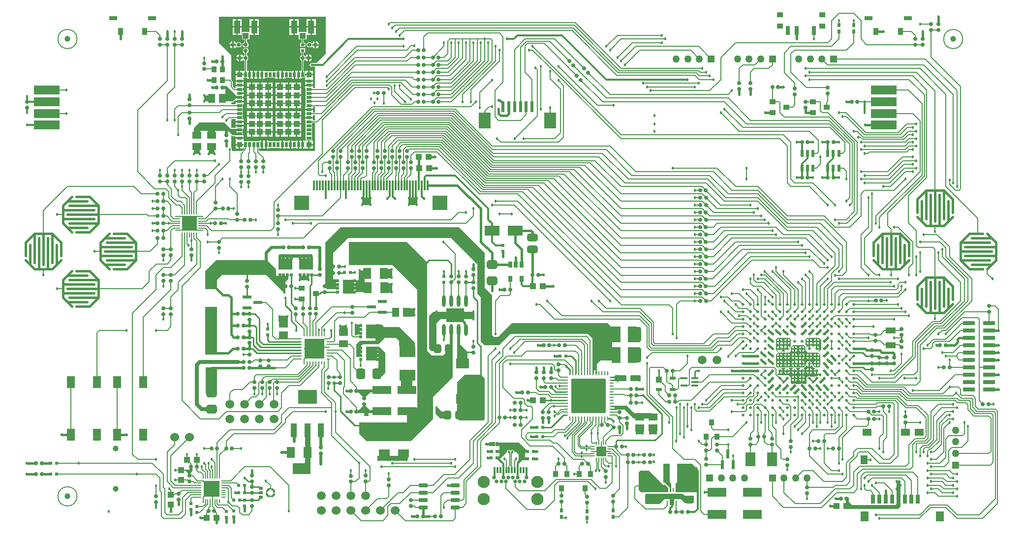
<source format=gtl>
G04*
G04 #@! TF.GenerationSoftware,Altium Limited,Altium Designer,18.1.7 (191)*
G04*
G04 Layer_Physical_Order=1*
G04 Layer_Color=255*
%FSLAX24Y24*%
%MOIN*%
G70*
G01*
G75*
%ADD12C,0.0100*%
%ADD14C,0.0060*%
%ADD18C,0.0050*%
%ADD20C,0.0080*%
%ADD23R,0.0236X0.0748*%
%ADD24R,0.0827X0.1102*%
%ADD25C,0.0020*%
G04:AMPARAMS|DCode=26|XSize=25.6mil|YSize=23.6mil|CornerRadius=5.9mil|HoleSize=0mil|Usage=FLASHONLY|Rotation=0.000|XOffset=0mil|YOffset=0mil|HoleType=Round|Shape=RoundedRectangle|*
%AMROUNDEDRECTD26*
21,1,0.0256,0.0118,0,0,0.0*
21,1,0.0138,0.0236,0,0,0.0*
1,1,0.0118,0.0069,-0.0059*
1,1,0.0118,-0.0069,-0.0059*
1,1,0.0118,-0.0069,0.0059*
1,1,0.0118,0.0069,0.0059*
%
%ADD26ROUNDEDRECTD26*%
G04:AMPARAMS|DCode=27|XSize=25.6mil|YSize=23.6mil|CornerRadius=5.9mil|HoleSize=0mil|Usage=FLASHONLY|Rotation=270.000|XOffset=0mil|YOffset=0mil|HoleType=Round|Shape=RoundedRectangle|*
%AMROUNDEDRECTD27*
21,1,0.0256,0.0118,0,0,270.0*
21,1,0.0138,0.0236,0,0,270.0*
1,1,0.0118,-0.0059,-0.0069*
1,1,0.0118,-0.0059,0.0069*
1,1,0.0118,0.0059,0.0069*
1,1,0.0118,0.0059,-0.0069*
%
%ADD27ROUNDEDRECTD27*%
G04:AMPARAMS|DCode=28|XSize=25.6mil|YSize=23.6mil|CornerRadius=5.9mil|HoleSize=0mil|Usage=FLASHONLY|Rotation=225.000|XOffset=0mil|YOffset=0mil|HoleType=Round|Shape=RoundedRectangle|*
%AMROUNDEDRECTD28*
21,1,0.0256,0.0118,0,0,225.0*
21,1,0.0138,0.0236,0,0,225.0*
1,1,0.0118,-0.0090,-0.0007*
1,1,0.0118,0.0007,0.0090*
1,1,0.0118,0.0090,0.0007*
1,1,0.0118,-0.0007,-0.0090*
%
%ADD28ROUNDEDRECTD28*%
%ADD29R,0.0320X0.0160*%
%ADD30R,0.0160X0.0320*%
%ADD31R,0.0433X0.0394*%
%ADD32R,0.0236X0.0197*%
G04:AMPARAMS|DCode=33|XSize=59.1mil|YSize=51.2mil|CornerRadius=12.8mil|HoleSize=0mil|Usage=FLASHONLY|Rotation=180.000|XOffset=0mil|YOffset=0mil|HoleType=Round|Shape=RoundedRectangle|*
%AMROUNDEDRECTD33*
21,1,0.0591,0.0256,0,0,180.0*
21,1,0.0335,0.0512,0,0,180.0*
1,1,0.0256,-0.0167,0.0128*
1,1,0.0256,0.0167,0.0128*
1,1,0.0256,0.0167,-0.0128*
1,1,0.0256,-0.0167,-0.0128*
%
%ADD33ROUNDEDRECTD33*%
%ADD34R,0.0433X0.1260*%
G04:AMPARAMS|DCode=35|XSize=59.1mil|YSize=51.2mil|CornerRadius=12.8mil|HoleSize=0mil|Usage=FLASHONLY|Rotation=90.000|XOffset=0mil|YOffset=0mil|HoleType=Round|Shape=RoundedRectangle|*
%AMROUNDEDRECTD35*
21,1,0.0591,0.0256,0,0,90.0*
21,1,0.0335,0.0512,0,0,90.0*
1,1,0.0256,0.0128,0.0167*
1,1,0.0256,0.0128,-0.0167*
1,1,0.0256,-0.0128,-0.0167*
1,1,0.0256,-0.0128,0.0167*
%
%ADD35ROUNDEDRECTD35*%
G04:AMPARAMS|DCode=36|XSize=39.4mil|YSize=43.3mil|CornerRadius=9.8mil|HoleSize=0mil|Usage=FLASHONLY|Rotation=270.000|XOffset=0mil|YOffset=0mil|HoleType=Round|Shape=RoundedRectangle|*
%AMROUNDEDRECTD36*
21,1,0.0394,0.0236,0,0,270.0*
21,1,0.0197,0.0433,0,0,270.0*
1,1,0.0197,-0.0118,-0.0098*
1,1,0.0197,-0.0118,0.0098*
1,1,0.0197,0.0118,0.0098*
1,1,0.0197,0.0118,-0.0098*
%
%ADD36ROUNDEDRECTD36*%
%ADD37R,0.0197X0.0236*%
%ADD38R,0.0413X0.0866*%
%ADD39R,0.0413X0.0394*%
%ADD40R,0.0244X0.0472*%
%ADD41R,0.0551X0.0827*%
%ADD42R,0.1250X0.0600*%
%ADD43R,0.0394X0.0335*%
%ADD44R,0.0394X0.0335*%
%ADD45R,0.1299X0.0945*%
%ADD46R,0.0394X0.0945*%
%ADD47R,0.0610X0.0217*%
%ADD48R,0.0394X0.0236*%
%ADD49R,0.0394X0.0394*%
G04:AMPARAMS|DCode=50|XSize=23.6mil|YSize=57.1mil|CornerRadius=2mil|HoleSize=0mil|Usage=FLASHONLY|Rotation=270.000|XOffset=0mil|YOffset=0mil|HoleType=Round|Shape=RoundedRectangle|*
%AMROUNDEDRECTD50*
21,1,0.0236,0.0531,0,0,270.0*
21,1,0.0196,0.0571,0,0,270.0*
1,1,0.0040,-0.0265,-0.0098*
1,1,0.0040,-0.0265,0.0098*
1,1,0.0040,0.0265,0.0098*
1,1,0.0040,0.0265,-0.0098*
%
%ADD50ROUNDEDRECTD50*%
G04:AMPARAMS|DCode=51|XSize=23.6mil|YSize=9.8mil|CornerRadius=2mil|HoleSize=0mil|Usage=FLASHONLY|Rotation=0.000|XOffset=0mil|YOffset=0mil|HoleType=Round|Shape=RoundedRectangle|*
%AMROUNDEDRECTD51*
21,1,0.0236,0.0059,0,0,0.0*
21,1,0.0197,0.0098,0,0,0.0*
1,1,0.0039,0.0098,-0.0030*
1,1,0.0039,-0.0098,-0.0030*
1,1,0.0039,-0.0098,0.0030*
1,1,0.0039,0.0098,0.0030*
%
%ADD51ROUNDEDRECTD51*%
G04:AMPARAMS|DCode=52|XSize=23.6mil|YSize=9.8mil|CornerRadius=2mil|HoleSize=0mil|Usage=FLASHONLY|Rotation=90.000|XOffset=0mil|YOffset=0mil|HoleType=Round|Shape=RoundedRectangle|*
%AMROUNDEDRECTD52*
21,1,0.0236,0.0059,0,0,90.0*
21,1,0.0197,0.0098,0,0,90.0*
1,1,0.0039,0.0030,0.0098*
1,1,0.0039,0.0030,-0.0098*
1,1,0.0039,-0.0030,-0.0098*
1,1,0.0039,-0.0030,0.0098*
%
%ADD52ROUNDEDRECTD52*%
G04:AMPARAMS|DCode=53|XSize=7.9mil|YSize=23.6mil|CornerRadius=2mil|HoleSize=0mil|Usage=FLASHONLY|Rotation=0.000|XOffset=0mil|YOffset=0mil|HoleType=Round|Shape=RoundedRectangle|*
%AMROUNDEDRECTD53*
21,1,0.0079,0.0197,0,0,0.0*
21,1,0.0039,0.0236,0,0,0.0*
1,1,0.0039,0.0020,-0.0098*
1,1,0.0039,-0.0020,-0.0098*
1,1,0.0039,-0.0020,0.0098*
1,1,0.0039,0.0020,0.0098*
%
%ADD53ROUNDEDRECTD53*%
G04:AMPARAMS|DCode=54|XSize=7.9mil|YSize=23.6mil|CornerRadius=2mil|HoleSize=0mil|Usage=FLASHONLY|Rotation=270.000|XOffset=0mil|YOffset=0mil|HoleType=Round|Shape=RoundedRectangle|*
%AMROUNDEDRECTD54*
21,1,0.0079,0.0197,0,0,270.0*
21,1,0.0039,0.0236,0,0,270.0*
1,1,0.0039,-0.0098,-0.0020*
1,1,0.0039,-0.0098,0.0020*
1,1,0.0039,0.0098,0.0020*
1,1,0.0039,0.0098,-0.0020*
%
%ADD54ROUNDEDRECTD54*%
%ADD55R,0.0020X0.0020*%
%ADD56R,0.0020X0.0020*%
%ADD57R,0.0315X0.0236*%
%ADD61R,0.1299X0.0551*%
G04:AMPARAMS|DCode=62|XSize=70.9mil|YSize=63mil|CornerRadius=15.7mil|HoleSize=0mil|Usage=FLASHONLY|Rotation=0.000|XOffset=0mil|YOffset=0mil|HoleType=Round|Shape=RoundedRectangle|*
%AMROUNDEDRECTD62*
21,1,0.0709,0.0315,0,0,0.0*
21,1,0.0394,0.0630,0,0,0.0*
1,1,0.0315,0.0197,-0.0157*
1,1,0.0315,-0.0197,-0.0157*
1,1,0.0315,-0.0197,0.0157*
1,1,0.0315,0.0197,0.0157*
%
%ADD62ROUNDEDRECTD62*%
%ADD63R,0.0098X0.0315*%
%ADD64R,0.0984X0.0354*%
%ADD65R,0.0295X0.0079*%
%ADD66R,0.0079X0.0295*%
%ADD67R,0.1063X0.1063*%
%ADD68R,0.0335X0.0079*%
%ADD69R,0.0079X0.0335*%
%ADD70R,0.1010X0.1010*%
%ADD71R,0.0748X0.0965*%
%ADD72R,0.0248X0.0197*%
%ADD73R,0.0280X0.0590*%
%ADD74R,0.0390X0.0320*%
G04:AMPARAMS|DCode=75|XSize=19.7mil|YSize=19.7mil|CornerRadius=9.8mil|HoleSize=0mil|Usage=FLASHONLY|Rotation=180.000|XOffset=0mil|YOffset=0mil|HoleType=Round|Shape=RoundedRectangle|*
%AMROUNDEDRECTD75*
21,1,0.0197,0.0000,0,0,180.0*
21,1,0.0000,0.0197,0,0,180.0*
1,1,0.0197,0.0000,0.0000*
1,1,0.0197,0.0000,0.0000*
1,1,0.0197,0.0000,0.0000*
1,1,0.0197,0.0000,0.0000*
%
%ADD75ROUNDEDRECTD75*%
%ADD80R,0.0453X0.0591*%
%ADD81R,0.0591X0.0453*%
%ADD82R,0.0315X0.0591*%
%ADD83R,0.0551X0.0669*%
%ADD84R,0.0256X0.0433*%
G04:AMPARAMS|DCode=85|XSize=70.9mil|YSize=51.2mil|CornerRadius=12.8mil|HoleSize=0mil|Usage=FLASHONLY|Rotation=180.000|XOffset=0mil|YOffset=0mil|HoleType=Round|Shape=RoundedRectangle|*
%AMROUNDEDRECTD85*
21,1,0.0709,0.0256,0,0,180.0*
21,1,0.0453,0.0512,0,0,180.0*
1,1,0.0256,-0.0226,0.0128*
1,1,0.0256,0.0226,0.0128*
1,1,0.0256,0.0226,-0.0128*
1,1,0.0256,-0.0226,-0.0128*
%
%ADD85ROUNDEDRECTD85*%
%ADD86R,0.0374X0.0413*%
%ADD87R,0.1771X0.0590*%
%ADD88R,0.1098X0.0754*%
%ADD89R,0.0138X0.0709*%
%ADD90R,0.0126X0.0709*%
%ADD91C,0.0394*%
%ADD92R,0.0709X0.0394*%
%ADD93R,0.0130X0.0445*%
%ADD94R,0.0413X0.0276*%
%ADD95R,0.0205X0.0276*%
%ADD96R,0.0984X0.0669*%
%ADD97R,0.0197X0.0276*%
%ADD98O,0.0236X0.0787*%
%ADD99R,0.1220X0.0945*%
%ADD100R,0.0460X0.0140*%
%ADD101R,0.0670X0.0940*%
%ADD102R,0.0870X0.0670*%
%ADD103R,0.0531X0.0728*%
%ADD104R,0.0591X0.0512*%
%ADD105R,0.0394X0.0433*%
%ADD106R,0.0630X0.1063*%
%ADD107R,0.0807X0.0299*%
%ADD108R,0.0217X0.0610*%
%ADD109R,0.0335X0.0394*%
%ADD110R,0.0335X0.0394*%
%ADD111R,0.0512X0.0591*%
%ADD112R,0.0728X0.0531*%
%ADD113R,0.0965X0.0748*%
%ADD114R,0.0197X0.0248*%
G04:AMPARAMS|DCode=115|XSize=70.9mil|YSize=63mil|CornerRadius=15.7mil|HoleSize=0mil|Usage=FLASHONLY|Rotation=90.000|XOffset=0mil|YOffset=0mil|HoleType=Round|Shape=RoundedRectangle|*
%AMROUNDEDRECTD115*
21,1,0.0709,0.0315,0,0,90.0*
21,1,0.0394,0.0630,0,0,90.0*
1,1,0.0315,0.0157,0.0197*
1,1,0.0315,0.0157,-0.0197*
1,1,0.0315,-0.0157,-0.0197*
1,1,0.0315,-0.0157,0.0197*
%
%ADD115ROUNDEDRECTD115*%
%ADD116R,0.0571X0.0315*%
%ADD117R,0.0354X0.0500*%
%ADD219C,0.0039*%
G04:AMPARAMS|DCode=228|XSize=232.3mil|YSize=232.3mil|CornerRadius=2.3mil|HoleSize=0mil|Usage=FLASHONLY|Rotation=90.000|XOffset=0mil|YOffset=0mil|HoleType=Round|Shape=RoundedRectangle|*
%AMROUNDEDRECTD228*
21,1,0.2323,0.2276,0,0,90.0*
21,1,0.2276,0.2323,0,0,90.0*
1,1,0.0046,0.1138,0.1138*
1,1,0.0046,0.1138,-0.1138*
1,1,0.0046,-0.1138,-0.1138*
1,1,0.0046,-0.1138,0.1138*
%
%ADD228ROUNDEDRECTD228*%
G04:AMPARAMS|DCode=229|XSize=66.9mil|YSize=66.9mil|CornerRadius=2mil|HoleSize=0mil|Usage=FLASHONLY|Rotation=90.000|XOffset=0mil|YOffset=0mil|HoleType=Round|Shape=RoundedRectangle|*
%AMROUNDEDRECTD229*
21,1,0.0669,0.0629,0,0,90.0*
21,1,0.0629,0.0669,0,0,90.0*
1,1,0.0040,0.0315,0.0315*
1,1,0.0040,0.0315,-0.0315*
1,1,0.0040,-0.0315,-0.0315*
1,1,0.0040,-0.0315,0.0315*
%
%ADD229ROUNDEDRECTD229*%
%ADD230R,0.1358X0.1358*%
%ADD231O,0.0094X0.0236*%
%ADD232O,0.0236X0.0094*%
%ADD233R,0.0335X0.0335*%
%ADD234R,0.0335X0.0197*%
%ADD235R,0.0197X0.0335*%
%ADD236R,0.0433X0.0433*%
%ADD237C,0.0150*%
%ADD238C,0.0120*%
%ADD239C,0.0160*%
%ADD240C,0.0200*%
%ADD241C,0.0250*%
%ADD242C,0.0180*%
%ADD243C,0.0180*%
%ADD244C,0.0591*%
%ADD245C,0.0500*%
%ADD246R,0.0484X0.0484*%
%ADD247C,0.0600*%
%ADD248C,0.0197*%
%ADD249C,0.0256*%
%ADD250C,0.0827*%
%ADD251R,0.0484X0.0484*%
%ADD252C,0.0240*%
G36*
X-12500Y32000D02*
X-13138Y31362D01*
X-13366Y31362D01*
X-13395Y31382D01*
X-13450Y31393D01*
X-13505Y31382D01*
X-13551Y31351D01*
X-13582Y31305D01*
X-13593Y31250D01*
X-13582Y31195D01*
X-13551Y31149D01*
X-13505Y31118D01*
X-13450Y31107D01*
X-13395Y31118D01*
X-13366Y31138D01*
X-13252Y31138D01*
X-13252Y29674D01*
X-13380Y29674D01*
X-13380Y29818D01*
X-13648Y29818D01*
X-13915Y29818D01*
X-13915Y29669D01*
X-13865Y29669D01*
X-13865Y29444D01*
X-13865Y29168D01*
X-13865Y28893D01*
X-13865Y28617D01*
X-13865Y28413D01*
X-13915Y28413D01*
X-13915Y28264D01*
X-13648Y28264D01*
X-13380Y28264D01*
X-13380Y28408D01*
X-13251Y28408D01*
X-13251Y28020D01*
X-13380Y28020D01*
X-13380Y28164D01*
X-13648Y28164D01*
X-13915Y28164D01*
X-13915Y28016D01*
X-13865Y28016D01*
X-13865Y27862D01*
X-13915Y27862D01*
X-13915Y27713D01*
X-13648Y27713D01*
X-13380Y27713D01*
X-13380Y27857D01*
X-13251Y27857D01*
X-13251Y27469D01*
X-13380Y27469D01*
X-13380Y27613D01*
X-13648Y27613D01*
X-13915Y27613D01*
X-13915Y27465D01*
X-13865Y27465D01*
X-13865Y27239D01*
X-13865Y26964D01*
X-13865Y26688D01*
X-13865Y26412D01*
X-13865Y26137D01*
X-13430Y26137D01*
X-13430Y26412D01*
X-13430Y26688D01*
X-13430Y26964D01*
X-13430Y27239D01*
X-13430Y27306D01*
X-13251Y27306D01*
X-13250Y25394D01*
X-17021Y25394D01*
X-17021Y25575D01*
X-16877Y25575D01*
X-16877Y25842D01*
X-16877Y26110D01*
X-17025Y26110D01*
X-17025Y26060D01*
X-18078Y26060D01*
X-18078Y25625D01*
X-18011Y25625D01*
X-18011Y25569D01*
X-18186Y25394D01*
X-18900Y25394D01*
X-18900Y25402D01*
X-18871Y25445D01*
X-18860Y25500D01*
X-18871Y25555D01*
X-18900Y25598D01*
X-18900Y26488D01*
X-18838Y26426D01*
X-18800Y26410D01*
X-18800Y26410D01*
X-18620Y26410D01*
X-18620Y26335D01*
X-18085Y26335D01*
X-18085Y26484D01*
X-18135Y26484D01*
X-18135Y26688D01*
X-18135Y26914D01*
X-18085Y26914D01*
X-18085Y27062D01*
X-18620Y27062D01*
X-18620Y26968D01*
X-18900Y26968D01*
X-18900Y27582D01*
X-18620Y27582D01*
X-18620Y27438D01*
X-18085Y27438D01*
X-18085Y27586D01*
X-18135Y27586D01*
X-18135Y27790D01*
X-18135Y28066D01*
X-18135Y28342D01*
X-18135Y28567D01*
X-18085Y28567D01*
X-18085Y28716D01*
X-18620Y28716D01*
X-18620Y28572D01*
X-18900Y28572D01*
X-18900Y28710D01*
X-18800Y28710D01*
X-18800Y28710D01*
X-18773Y28721D01*
X-18762Y28726D01*
X-18762Y28726D01*
X-18620Y28868D01*
X-18620Y28816D01*
X-18085Y28816D01*
X-18085Y28964D01*
X-18135Y28964D01*
X-18135Y29118D01*
X-18085Y29118D01*
X-18085Y29267D01*
X-18352Y29267D01*
X-18352Y29367D01*
X-18085Y29367D01*
X-18085Y29515D01*
X-18135Y29515D01*
X-18135Y29669D01*
X-18085Y29669D01*
X-18085Y29818D01*
X-18620Y29818D01*
X-18620Y29674D01*
X-18694Y29674D01*
X-18818Y29798D01*
X-18818Y30114D01*
X-18825Y30146D01*
X-18832Y30156D01*
X-18842Y30172D01*
X-18842Y30172D01*
X-18900Y30230D01*
X-18900Y31900D01*
X-19750Y32750D01*
X-19752Y34500D01*
X-12500Y34500D01*
X-12500Y32000D01*
X-12500Y32000D02*
G37*
G36*
X-18500Y29114D02*
X-18250Y29114D01*
X-18250Y28964D01*
X-18600Y28964D01*
X-18800Y28764D01*
X-19300Y28764D01*
X-19300Y29614D01*
X-19500Y29614D01*
X-19500Y29814D01*
X-19200Y29814D01*
X-18500Y29114D01*
X-18500Y29114D02*
G37*
G36*
X-20300Y28766D02*
X-20750Y28766D01*
X-20750Y29164D01*
X-20300Y29164D01*
X-20300Y28766D01*
X-20300Y28766D02*
G37*
G36*
X-19373Y27338D02*
X-18950Y26914D01*
X-18450Y26914D01*
X-18450Y26764D01*
X-18550Y26764D01*
X-18550Y26614D01*
X-18450Y26614D01*
X-18450Y26464D01*
X-18800Y26464D01*
X-19100Y26764D01*
X-19150Y26764D01*
X-19150Y26464D01*
X-19350Y26464D01*
X-19350Y26764D01*
X-20000Y26764D01*
X-20000Y26664D01*
X-20500Y26664D01*
X-20500Y26764D01*
X-21000Y26764D01*
X-21000Y26699D01*
X-21450Y26699D01*
X-21450Y26964D01*
X-21077Y27338D01*
X-19373Y27338D01*
X-19373Y27338D02*
G37*
G36*
X-20051Y25214D02*
X-20450Y25214D01*
X-20450Y25664D01*
X-20051Y25664D01*
X-20051Y25214D01*
X-20051Y25214D02*
G37*
G36*
X-21051Y25214D02*
X-21450Y25214D01*
X-21450Y25664D01*
X-21051Y25664D01*
X-21051Y25214D01*
X-21051Y25214D02*
G37*
G36*
X-6300Y21800D02*
X-6350Y21750D01*
X-6850Y21750D01*
X-6900Y21800D01*
X-6900Y22250D01*
X-6300Y22250D01*
X-6300Y21800D01*
X-6300Y21800D02*
G37*
G36*
X-9450Y21800D02*
X-9499Y21750D01*
X-10000Y21750D01*
X-10050Y21800D01*
X-10050Y22250D01*
X-9450Y22250D01*
X-9450Y21800D01*
X-9450Y21800D02*
G37*
G36*
X-4272Y21398D02*
X-5256Y21398D01*
X-5256Y22382D01*
X-4272Y22382D01*
X-4272Y21398D01*
X-4272Y21398D02*
G37*
G36*
X-13642Y21398D02*
X-14626Y21398D01*
X-14626Y22382D01*
X-13642Y22382D01*
X-13642Y21398D01*
X-13642Y21398D02*
G37*
G36*
X-13395Y18358D02*
X-13395Y18161D01*
X-15698Y18161D01*
X-15698Y18339D01*
X-15639Y18398D01*
X-13434Y18398D01*
X-13395Y18358D01*
X-13395Y18358D02*
G37*
G36*
X-8002Y17315D02*
X-8002Y16882D01*
X-8101Y16783D01*
X-8387Y16783D01*
X-8387Y17413D01*
X-8101Y17413D01*
X-8002Y17315D01*
X-8002Y17315D02*
G37*
G36*
X-13641Y16715D02*
X-13720Y16636D01*
X-14231Y16636D01*
X-14310Y16715D01*
X-14310Y16951D01*
X-13641Y16951D01*
X-13641Y16715D01*
X-13641Y16715D02*
G37*
G36*
X-9874Y17256D02*
X-9874Y15878D01*
X-9913Y15839D01*
X-10465Y15839D01*
X-10465Y16626D01*
X-10346Y16626D01*
X-10268Y16705D01*
X-10268Y17217D01*
X-10169Y17315D01*
X-9933Y17315D01*
X-9874Y17256D01*
X-9874Y17256D02*
G37*
G36*
X-8002Y16331D02*
X-8002Y15898D01*
X-8101Y15799D01*
X-8387Y15799D01*
X-8387Y16429D01*
X-8101Y16429D01*
X-8002Y16331D01*
X-8002Y16331D02*
G37*
G36*
X-15877Y17400D02*
X-15877Y17021D01*
X-15796Y16941D01*
X-15048Y16941D01*
X-15048Y16705D01*
X-15227Y16526D01*
X-15227Y15750D01*
X-15377Y15750D01*
X-15377Y15848D01*
X-16529Y17000D01*
X-19527Y17000D01*
X-19877Y16650D01*
X-19877Y16035D01*
X-20677Y16035D01*
X-20677Y17250D01*
X-19927Y18000D01*
X-16477Y18000D01*
X-15877Y17400D01*
X-15877Y17400D02*
G37*
G36*
X-6468Y14638D02*
X-6468Y14293D01*
X-6571Y14190D01*
X-6807Y14190D01*
X-6807Y14741D01*
X-6571Y14741D01*
X-6468Y14638D01*
X-6468Y14638D02*
G37*
G36*
X-15160Y14240D02*
X-15061Y14141D01*
X-15061Y13855D01*
X-15691Y13855D01*
X-15691Y14141D01*
X-15593Y14240D01*
X-15160Y14240D01*
X-15160Y14240D02*
G37*
G36*
X-11033Y13476D02*
X-11033Y13240D01*
X-11584Y13240D01*
X-11584Y13476D01*
X-11481Y13579D01*
X-11135Y13579D01*
X-11033Y13476D01*
X-11033Y13476D02*
G37*
G36*
X-10206Y12984D02*
X-10442Y12984D01*
X-10521Y13063D01*
X-10521Y13575D01*
X-10442Y13654D01*
X-10206Y13654D01*
X-10206Y12984D01*
X-10206Y12984D02*
G37*
G36*
X26550Y12500D02*
X26450Y12500D01*
X26450Y12956D01*
X26550Y12956D01*
X26550Y12500D01*
X26550Y12500D02*
G37*
G36*
X8757Y13481D02*
X8876Y13363D01*
X8876Y12576D01*
X8757Y12457D01*
X8561Y12457D01*
X8561Y13481D01*
X8757Y13481D01*
X8757Y13481D02*
G37*
G36*
X-8552Y13476D02*
X-7522Y13476D01*
X-6477Y12431D01*
X-6477Y12177D01*
X-7522Y12177D01*
X-7522Y12518D01*
X-7733Y12728D01*
X-8513Y12728D01*
X-8946Y12295D01*
X-10009Y12295D01*
X-10127Y12177D01*
X-10127Y11449D01*
X-10363Y11449D01*
X-10422Y11508D01*
X-10422Y12295D01*
X-10167Y12551D01*
X-9182Y12551D01*
X-9143Y12591D01*
X-9143Y13634D01*
X-8710Y13634D01*
X-8552Y13476D01*
X-8552Y13476D02*
G37*
G36*
X19000Y12650D02*
X19000Y12250D01*
X18950Y12200D01*
X18950Y12094D01*
X18930Y12088D01*
X18893Y12143D01*
X18827Y12187D01*
X18800Y12192D01*
X18800Y12000D01*
X18750Y12000D01*
X18750Y11950D01*
X18558Y11950D01*
X18563Y11923D01*
X18607Y11857D01*
X18662Y11820D01*
X18656Y11800D01*
X18344Y11800D01*
X18338Y11820D01*
X18393Y11857D01*
X18437Y11923D01*
X18442Y11950D01*
X18250Y11950D01*
X18058Y11950D01*
X18063Y11923D01*
X18107Y11857D01*
X18162Y11820D01*
X18156Y11800D01*
X18100Y11800D01*
X18000Y11900D01*
X18000Y12650D01*
X18000Y12650D01*
X18100Y12750D01*
X18900Y12750D01*
X19000Y12650D01*
X19000Y12650D02*
G37*
G36*
X-2425Y14000D02*
X-4750Y14000D01*
X-5000Y13750D01*
X-5000Y11850D01*
X-5350Y11850D01*
X-5500Y12000D01*
X-5500Y14250D01*
X-5250Y14500D01*
X-2425Y14500D01*
X-2425Y14000D01*
X-2425Y14000D02*
G37*
G36*
X20900Y12750D02*
X21050Y12600D01*
X21050Y11950D01*
X20900Y11800D01*
X20844Y11800D01*
X20838Y11820D01*
X20893Y11857D01*
X20937Y11923D01*
X20942Y11950D01*
X20750Y11950D01*
X20750Y12000D01*
X20700Y12000D01*
X20700Y12192D01*
X20699Y12192D01*
X20691Y12200D01*
X20500Y12200D01*
X20309Y12200D01*
X20301Y12192D01*
X20300Y12192D01*
X20300Y12000D01*
X20200Y12000D01*
X20200Y12192D01*
X20173Y12187D01*
X20107Y12143D01*
X20070Y12088D01*
X20050Y12094D01*
X20050Y12250D01*
X20000Y12300D01*
X20000Y12650D01*
X20100Y12750D01*
X20900Y12750D01*
X20900Y12750D02*
G37*
G36*
X19996Y12154D02*
X19996Y12094D01*
X20000Y12084D01*
X20000Y11900D01*
X20150Y11750D01*
X20834Y11750D01*
X20844Y11746D01*
X20854Y11746D01*
X21000Y11600D01*
X21000Y10850D01*
X20900Y10750D01*
X20650Y10750D01*
X20499Y10901D01*
X20498Y10914D01*
X20491Y10919D01*
X20488Y10926D01*
X20476Y10931D01*
X20466Y10940D01*
X20458Y10942D01*
X20401Y10999D01*
X20401Y11000D01*
X20400Y11007D01*
X20400Y11100D01*
X20350Y11150D01*
X20257Y11150D01*
X20250Y11151D01*
X20243Y11150D01*
X20100Y11150D01*
X20050Y11100D01*
X20050Y10945D01*
X20034Y10940D01*
X20024Y10931D01*
X20012Y10926D01*
X20009Y10919D01*
X20002Y10914D01*
X20001Y10900D01*
X19996Y10888D01*
X19996Y10872D01*
X19878Y10754D01*
X19862Y10754D01*
X19852Y10750D01*
X19648Y10750D01*
X19638Y10754D01*
X19362Y10754D01*
X19352Y10750D01*
X19148Y10750D01*
X19138Y10754D01*
X18862Y10754D01*
X18852Y10750D01*
X18648Y10750D01*
X18638Y10754D01*
X18362Y10754D01*
X18352Y10750D01*
X18100Y10750D01*
X18000Y10850D01*
X18000Y11600D01*
X18146Y11746D01*
X18156Y11746D01*
X18166Y11750D01*
X18334Y11750D01*
X18344Y11746D01*
X18656Y11746D01*
X18666Y11750D01*
X18900Y11750D01*
X19000Y11850D01*
X19000Y12084D01*
X19004Y12094D01*
X19004Y12104D01*
X19150Y12250D01*
X19900Y12250D01*
X19996Y12154D01*
X19996Y12154D02*
G37*
G36*
X-19871Y14835D02*
X-19871Y11606D01*
X-20659Y11606D01*
X-20659Y14854D01*
X-19891Y14854D01*
X-19871Y14835D01*
X-19871Y14835D02*
G37*
G36*
X8757Y12103D02*
X8876Y11985D01*
X8876Y11198D01*
X8757Y11080D01*
X8561Y11080D01*
X8561Y12103D01*
X8757Y12103D01*
X8757Y12103D02*
G37*
G36*
X20300Y10808D02*
X20327Y10813D01*
X20393Y10857D01*
X20420Y10897D01*
X20450Y10888D01*
X20450Y10800D01*
X20550Y10700D01*
X20638Y10700D01*
X20647Y10670D01*
X20607Y10643D01*
X20563Y10577D01*
X20558Y10550D01*
X20750Y10550D01*
X20750Y10500D01*
X20800Y10500D01*
X20800Y10300D01*
X21000Y10300D01*
X21000Y10200D01*
X20816Y10200D01*
X20821Y10176D01*
X20832Y10160D01*
X20810Y10139D01*
X20808Y10140D01*
X20750Y10151D01*
X20692Y10140D01*
X20643Y10107D01*
X20638Y10100D01*
X20362Y10100D01*
X20357Y10107D01*
X20308Y10140D01*
X20250Y10151D01*
X20192Y10140D01*
X20143Y10107D01*
X20138Y10100D01*
X20100Y10100D01*
X20050Y10050D01*
X20050Y9650D01*
X20000Y9600D01*
X19862Y9600D01*
X19857Y9607D01*
X19808Y9640D01*
X19750Y9651D01*
X19692Y9640D01*
X19643Y9607D01*
X19638Y9600D01*
X19362Y9600D01*
X19357Y9607D01*
X19308Y9640D01*
X19250Y9651D01*
X19192Y9640D01*
X19143Y9607D01*
X19138Y9600D01*
X19100Y9600D01*
X19000Y9700D01*
X19000Y10050D01*
X18850Y10200D01*
X18166Y10200D01*
X18082Y10284D01*
X18082Y10345D01*
X18112Y10354D01*
X18173Y10313D01*
X18200Y10308D01*
X18200Y10500D01*
X18250Y10500D01*
X18250Y10550D01*
X18442Y10550D01*
X18437Y10577D01*
X18393Y10643D01*
X18353Y10670D01*
X18362Y10700D01*
X18638Y10700D01*
X18647Y10670D01*
X18607Y10643D01*
X18563Y10577D01*
X18558Y10550D01*
X18750Y10550D01*
X18750Y10500D01*
X18750Y10500D01*
X18750Y10550D01*
X18942Y10550D01*
X18937Y10577D01*
X18893Y10643D01*
X18853Y10670D01*
X18862Y10700D01*
X19138Y10700D01*
X19147Y10670D01*
X19107Y10643D01*
X19063Y10577D01*
X19058Y10550D01*
X19250Y10550D01*
X19442Y10550D01*
X19437Y10577D01*
X19393Y10643D01*
X19353Y10670D01*
X19362Y10700D01*
X19638Y10700D01*
X19647Y10670D01*
X19607Y10643D01*
X19563Y10577D01*
X19558Y10550D01*
X19750Y10550D01*
X19942Y10550D01*
X19937Y10577D01*
X19893Y10643D01*
X19853Y10670D01*
X19862Y10700D01*
X19900Y10700D01*
X20050Y10850D01*
X20050Y10888D01*
X20080Y10897D01*
X20107Y10857D01*
X20173Y10813D01*
X20200Y10808D01*
X20200Y11000D01*
X20300Y11000D01*
X20300Y10808D01*
X20300Y10808D02*
G37*
G36*
X-3400Y12313D02*
X-2911Y11824D01*
X-2501Y11824D01*
X-2501Y11700D01*
X-2900Y11700D01*
X-2900Y10750D01*
X-3600Y10750D01*
X-3600Y13250D01*
X-3400Y13250D01*
X-3400Y12313D01*
X-3400Y12313D02*
G37*
G36*
X-1750Y18499D02*
X-1751Y16141D01*
X-1250Y15640D01*
X-1250Y12950D01*
X-1100Y12800D01*
X-851Y12800D01*
X99Y13750D01*
X6582Y13750D01*
X6891Y13441D01*
X6891Y11200D01*
X6100Y11200D01*
X5850Y10950D01*
X5850Y10300D01*
X5750Y10300D01*
X5750Y10528D01*
X5650Y10528D01*
X5650Y10300D01*
X5569Y10300D01*
X5569Y11665D01*
X5569Y12678D01*
X5247Y13000D01*
X-1Y13000D01*
X-750Y12251D01*
X-1751Y12250D01*
X-2001Y12500D01*
X-2001Y15502D01*
X-2250Y15751D01*
X-2250Y17760D01*
X-2260Y17760D01*
X-4000Y19500D01*
X-11000Y19500D01*
X-11997Y18499D01*
X-11997Y16700D01*
X-11800Y16700D01*
X-11800Y16036D01*
X-12421Y16035D01*
X-12550Y16164D01*
X-12550Y19200D01*
X-11500Y20250D01*
X-3501Y20250D01*
X-1750Y18499D01*
X-1750Y18499D02*
G37*
G36*
X-8454Y11705D02*
X-8454Y10361D01*
X-8685Y10130D01*
X-9143Y10130D01*
X-9143Y10524D01*
X-8985Y10524D01*
X-8946Y10563D01*
X-8946Y12098D01*
X-8848Y12098D01*
X-8454Y11705D01*
X-8454Y11705D02*
G37*
G36*
X8836Y10125D02*
X8836Y9850D01*
X8797Y9810D01*
X8482Y9810D01*
X8482Y10204D01*
X8757Y10204D01*
X8836Y10125D01*
X8836Y10125D02*
G37*
G36*
X7500Y9804D02*
X7100Y9804D01*
X7050Y9850D01*
X7050Y10150D01*
X7100Y10200D01*
X7500Y10200D01*
X7500Y9804D01*
X7500Y9804D02*
G37*
G36*
X-6621Y9200D02*
X-7408Y9200D01*
X-7408Y9869D01*
X-6621Y9869D01*
X-6621Y9200D01*
X-6621Y9200D02*
G37*
G36*
X-19877Y9000D02*
X-20627Y9000D01*
X-20627Y10750D01*
X-19877Y10750D01*
X-19877Y9000D01*
X-19877Y9000D02*
G37*
G36*
X-8894Y9228D02*
X-8894Y9031D01*
X-9505Y9031D01*
X-9833Y8702D01*
X-9952Y8702D01*
X-10281Y9031D01*
X-10421Y9031D01*
X-10421Y9228D01*
X-8894Y9228D01*
X-8894Y9228D02*
G37*
G36*
X-9505Y7850D02*
X-8894Y7850D01*
X-8894Y7653D01*
X-9603Y7653D01*
X-9603Y7456D01*
X-9898Y7456D01*
X-9898Y7653D01*
X-10421Y7653D01*
X-10421Y7850D01*
X-10275Y7850D01*
X-9975Y8150D01*
X-9805Y8150D01*
X-9505Y7850D01*
X-9505Y7850D02*
G37*
G36*
X-4900Y8000D02*
X-4650Y7750D01*
X-4250Y7750D01*
X-4250Y7275D01*
X-4750Y7275D01*
X-5075Y7600D01*
X-5075Y8000D01*
X-4900Y8000D01*
X-4900Y8000D02*
G37*
G36*
X8364Y7654D02*
X9584Y7654D01*
X9584Y7261D01*
X8364Y7261D01*
X7734Y7891D01*
X7065Y7891D01*
X7065Y8127D01*
X7891Y8127D01*
X8364Y7654D01*
X8364Y7654D02*
G37*
G36*
X-2000Y10250D02*
X-1750Y10000D01*
X-1750Y7228D01*
X-1850Y7128D01*
X-3450Y7128D01*
X-3600Y7278D01*
X-3600Y9750D01*
X-3100Y10250D01*
X-2000Y10250D01*
X-2000Y10250D02*
G37*
G36*
X9033Y6493D02*
X9033Y6257D01*
X8974Y6198D01*
X8541Y6198D01*
X8482Y6257D01*
X8482Y6493D01*
X9033Y6493D01*
X9033Y6493D02*
G37*
G36*
X9939Y6493D02*
X9939Y6257D01*
X9880Y6198D01*
X9446Y6198D01*
X9387Y6257D01*
X9387Y6493D01*
X9939Y6493D01*
X9939Y6493D02*
G37*
G36*
X-5650Y17882D02*
X-5650Y11863D01*
X-5337Y11550D01*
X-4552Y11550D01*
X-4400Y11702D01*
X-4400Y12200D01*
X-4314Y12286D01*
X-3900Y12286D01*
X-3900Y10078D01*
X-5250Y8728D01*
X-5250Y7250D01*
X-6750Y5750D01*
X-9751Y5750D01*
X-10250Y6249D01*
X-10250Y6995D01*
X-10245Y6998D01*
X-7015Y6998D01*
X-7015Y8007D01*
X-6300Y8007D01*
X-6300Y16000D01*
X-7982Y17682D01*
X-10925Y17682D01*
X-10925Y19246D01*
X-7015Y19246D01*
X-5650Y17882D01*
X-5650Y17882D02*
G37*
G36*
X-6950Y4500D02*
X-7033Y4400D01*
X-9000Y4400D01*
X-9000Y4750D01*
X-6950Y4750D01*
X-6950Y4500D01*
X-6950Y4500D02*
G37*
G36*
X1100Y5150D02*
X1100Y4929D01*
X1000Y4929D01*
X1000Y4655D01*
X1100Y4650D01*
X1100Y4485D01*
X1065Y4450D01*
X800Y4450D01*
X550Y4200D01*
X450Y4200D01*
X450Y4367D01*
X550Y4467D01*
X550Y4531D01*
X552Y4542D01*
X550Y4553D01*
X550Y4850D01*
X400Y5000D01*
X269Y5000D01*
X258Y5055D01*
X227Y5101D01*
X181Y5132D01*
X126Y5143D01*
X71Y5132D01*
X25Y5101D01*
X-3Y5101D01*
X-49Y5132D01*
X-104Y5143D01*
X-159Y5132D01*
X-205Y5101D01*
X-236Y5055D01*
X-247Y5000D01*
X-250Y5000D01*
X-708Y4542D01*
X-815Y4542D01*
X-850Y4577D01*
X-850Y4664D01*
X-814Y4699D01*
X-750Y4698D01*
X-750Y4929D01*
X-850Y4929D01*
X-850Y5150D01*
X-750Y5150D01*
X-750Y5408D01*
X-850Y5408D01*
X-850Y5650D01*
X586Y5650D01*
X1100Y5150D01*
X1100Y5150D02*
G37*
G36*
X-13550Y3495D02*
X-14750Y3495D01*
X-14750Y4250D01*
X-13950Y4250D01*
X-13900Y4300D01*
X-13900Y6467D01*
X-13550Y6472D01*
X-13550Y3495D01*
X-13550Y3495D02*
G37*
G36*
X-21550Y3700D02*
X-21700Y3550D01*
X-21700Y3394D01*
X-21825Y3394D01*
X-21825Y3556D01*
X-22000Y3731D01*
X-22000Y3800D01*
X-21769Y3800D01*
X-21750Y3819D01*
X-21750Y3950D01*
X-21550Y3950D01*
X-21550Y3700D01*
X-21550Y3700D02*
G37*
G36*
X-16318Y2566D02*
X-16293Y2554D01*
X-16274Y2534D01*
X-16265Y2508D01*
X-16266Y2481D01*
X-16277Y2456D01*
X-16298Y2437D01*
X-16310Y2432D01*
X-16310Y2432D01*
X-16319Y2429D01*
X-16332Y2424D01*
X-16344Y2417D01*
X-16356Y2410D01*
X-16367Y2402D01*
X-16378Y2393D01*
X-16387Y2384D01*
X-16397Y2373D01*
X-16405Y2363D01*
X-16413Y2351D01*
X-16421Y2337D01*
X-16426Y2329D01*
X-16438Y2317D01*
X-16454Y2308D01*
X-16472Y2303D01*
X-16499Y2303D01*
X-16531Y2322D01*
X-16550Y2354D01*
X-16550Y2391D01*
X-16540Y2407D01*
X-16540Y2407D01*
X-16531Y2423D01*
X-16531Y2423D01*
X-16530Y2424D01*
X-16530Y2425D01*
X-16529Y2426D01*
X-16528Y2427D01*
X-16528Y2427D01*
X-16518Y2442D01*
X-16518Y2443D01*
X-16517Y2444D01*
X-16516Y2445D01*
X-16515Y2446D01*
X-16515Y2446D01*
X-16515Y2446D01*
X-16504Y2461D01*
X-16504Y2461D01*
X-16501Y2464D01*
X-16501Y2464D01*
X-16501Y2464D01*
X-16501Y2464D01*
X-16488Y2478D01*
X-16488Y2478D01*
X-16487Y2479D01*
X-16486Y2480D01*
X-16485Y2481D01*
X-16485Y2482D01*
X-16485Y2482D01*
X-16471Y2494D01*
X-16471Y2495D01*
X-16470Y2496D01*
X-16469Y2496D01*
X-16468Y2497D01*
X-16468Y2498D01*
X-16468Y2498D01*
X-16454Y2510D01*
X-16453Y2510D01*
X-16452Y2511D01*
X-16451Y2511D01*
X-16450Y2512D01*
X-16450Y2512D01*
X-16435Y2523D01*
X-16434Y2524D01*
X-16433Y2524D01*
X-16432Y2525D01*
X-16431Y2526D01*
X-16431Y2526D01*
X-16431Y2526D01*
X-16415Y2536D01*
X-16415Y2536D01*
X-16413Y2537D01*
X-16412Y2537D01*
X-16411Y2538D01*
X-16411Y2538D01*
X-16411Y2538D01*
X-16394Y2547D01*
X-16394Y2547D01*
X-16393Y2548D01*
X-16392Y2548D01*
X-16390Y2549D01*
X-16390Y2549D01*
X-16390Y2549D01*
X-16373Y2556D01*
X-16373Y2556D01*
X-16373Y2557D01*
X-16371Y2557D01*
X-16370Y2558D01*
X-16369Y2558D01*
X-16369Y2558D01*
X-16369Y2558D01*
X-16369Y2558D01*
X-16369Y2558D01*
X-16371Y2557D01*
X-16372Y2557D01*
X-16373Y2557D01*
X-16373Y2556D01*
X-16373Y2556D01*
X-16373Y2556D01*
X-16373Y2556D01*
X-16369Y2558D01*
X-16358Y2562D01*
X-16345Y2567D01*
X-16318Y2566D01*
X-16318Y2566D02*
G37*
G36*
X-16501Y2464D02*
X-16501Y2464D01*
X-16502Y2463D01*
X-16503Y2462D01*
X-16503Y2461D01*
X-16504Y2461D01*
X-16504Y2461D01*
X-16504Y2461D01*
X-16503Y2461D01*
X-16503Y2462D01*
X-16502Y2463D01*
X-16501Y2464D01*
X-16501Y2464D01*
X-16501Y2464D01*
X-16501Y2464D01*
X-16501Y2464D01*
X-16501Y2464D02*
G37*
G36*
X-16504Y2461D02*
X-16504Y2461D01*
X-16504Y2461D01*
X-16504Y2461D01*
X-16504Y2461D02*
G37*
G36*
X-16098Y2547D02*
X-16086Y2540D01*
X-16086Y2540D01*
X-16070Y2531D01*
X-16070Y2531D01*
X-16068Y2530D01*
X-16067Y2529D01*
X-16066Y2529D01*
X-16066Y2528D01*
X-16066Y2528D01*
X-16051Y2518D01*
X-16050Y2518D01*
X-16049Y2517D01*
X-16048Y2516D01*
X-16047Y2516D01*
X-16047Y2515D01*
X-16047Y2515D01*
X-16047Y2515D01*
X-16032Y2504D01*
X-16032Y2504D01*
X-16032Y2504D01*
X-16032Y2504D01*
X-16032Y2504D01*
X-16032Y2504D01*
X-16032Y2504D01*
X-16032Y2504D01*
X-16032Y2504D01*
X-16032Y2504D01*
X-16032Y2503D01*
X-16031Y2503D01*
X-16030Y2502D01*
X-16029Y2501D01*
X-16028Y2501D01*
X-16028Y2501D01*
X-16015Y2488D01*
X-16014Y2488D01*
X-16014Y2487D01*
X-16013Y2486D01*
X-16012Y2485D01*
X-16011Y2485D01*
X-16011Y2485D01*
X-16011Y2485D01*
X-15999Y2472D01*
X-15998Y2471D01*
X-15997Y2470D01*
X-15997Y2469D01*
X-15996Y2468D01*
X-15995Y2468D01*
X-15995Y2468D01*
X-15983Y2454D01*
X-15983Y2453D01*
X-15982Y2452D01*
X-15982Y2451D01*
X-15981Y2450D01*
X-15980Y2450D01*
X-15980Y2450D01*
X-15970Y2435D01*
X-15969Y2434D01*
X-15969Y2433D01*
X-15968Y2432D01*
X-15967Y2431D01*
X-15967Y2431D01*
X-15967Y2431D01*
X-15957Y2415D01*
X-15957Y2415D01*
X-15957Y2414D01*
X-15956Y2413D01*
X-15956Y2412D01*
X-15955Y2411D01*
X-15955Y2411D01*
X-15955Y2411D01*
X-15946Y2394D01*
X-15946Y2394D01*
X-15945Y2393D01*
X-15945Y2392D01*
X-15944Y2391D01*
X-15944Y2390D01*
X-15944Y2390D01*
X-15944Y2390D01*
X-15937Y2373D01*
X-15937Y2373D01*
X-15936Y2373D01*
X-15936Y2373D01*
X-15936Y2373D01*
X-15936Y2373D01*
X-15936Y2373D01*
X-15936Y2373D01*
X-15936Y2373D01*
X-15936Y2373D01*
X-15936Y2373D01*
X-15936Y2371D01*
X-15935Y2370D01*
X-15935Y2369D01*
X-15935Y2369D01*
X-15935Y2369D01*
X-15931Y2358D01*
X-15925Y2342D01*
X-15929Y2309D01*
X-15949Y2281D01*
X-15979Y2265D01*
X-16006Y2265D01*
X-16027Y2272D01*
X-16044Y2284D01*
X-16057Y2301D01*
X-16061Y2310D01*
X-16061Y2310D01*
X-16064Y2319D01*
X-16069Y2332D01*
X-16076Y2344D01*
X-16083Y2356D01*
X-16091Y2367D01*
X-16100Y2378D01*
X-16109Y2387D01*
X-16120Y2397D01*
X-16130Y2405D01*
X-16142Y2413D01*
X-16156Y2421D01*
X-16167Y2428D01*
X-16184Y2450D01*
X-16191Y2476D01*
X-16187Y2504D01*
X-16174Y2527D01*
X-16152Y2544D01*
X-16125Y2551D01*
X-16098Y2547D01*
X-16098Y2547D02*
G37*
G36*
X9382Y3748D02*
X10344Y2786D01*
X10491Y2786D01*
X10691Y2586D01*
X10691Y2276D01*
X8851Y2276D01*
X8690Y2438D01*
X8690Y3635D01*
X8803Y3748D01*
X9382Y3748D01*
X9382Y3748D02*
G37*
G36*
X12757Y3782D02*
X12757Y2276D01*
X11191Y2276D01*
X11191Y2876D01*
X11301Y2986D01*
X11301Y4196D01*
X12343Y4196D01*
X12757Y3782D01*
X12757Y3782D02*
G37*
G36*
X10781Y2986D02*
X10891Y2876D01*
X10891Y2276D01*
X10791Y2276D01*
X10791Y2586D01*
X10352Y3026D01*
X10351Y4216D01*
X10782Y4216D01*
X10781Y2986D01*
X10781Y2986D02*
G37*
G36*
X-16481Y2227D02*
X-16456Y2216D01*
X-16437Y2195D01*
X-16432Y2182D01*
X-16429Y2174D01*
X-16424Y2161D01*
X-16417Y2149D01*
X-16410Y2137D01*
X-16402Y2126D01*
X-16393Y2115D01*
X-16384Y2105D01*
X-16373Y2096D01*
X-16363Y2088D01*
X-16351Y2080D01*
X-16337Y2072D01*
X-16317Y2060D01*
X-16299Y2017D01*
X-16311Y1972D01*
X-16349Y1943D01*
X-16377Y1943D01*
X-16386Y1944D01*
X-16394Y1947D01*
X-16403Y1950D01*
X-16407Y1953D01*
X-16423Y1962D01*
X-16423Y1962D01*
X-16423Y1962D01*
X-16424Y1963D01*
X-16425Y1963D01*
X-16426Y1964D01*
X-16427Y1964D01*
X-16442Y1975D01*
X-16443Y1975D01*
X-16444Y1976D01*
X-16445Y1977D01*
X-16446Y1977D01*
X-16446Y1978D01*
X-16461Y1989D01*
X-16461Y1989D01*
X-16461Y1989D01*
X-16461Y1990D01*
X-16462Y1990D01*
X-16463Y1991D01*
X-16464Y1992D01*
X-16464Y1992D01*
X-16478Y2005D01*
X-16478Y2005D01*
X-16478Y2005D01*
X-16479Y2006D01*
X-16480Y2007D01*
X-16481Y2008D01*
X-16482Y2008D01*
X-16494Y2021D01*
X-16494Y2021D01*
X-16495Y2022D01*
X-16496Y2023D01*
X-16496Y2024D01*
X-16497Y2025D01*
X-16498Y2025D01*
X-16510Y2039D01*
X-16510Y2039D01*
X-16510Y2040D01*
X-16511Y2041D01*
X-16511Y2042D01*
X-16512Y2043D01*
X-16512Y2043D01*
X-16523Y2058D01*
X-16523Y2058D01*
X-16524Y2059D01*
X-16524Y2060D01*
X-16525Y2061D01*
X-16526Y2062D01*
X-16526Y2062D01*
X-16536Y2078D01*
X-16536Y2078D01*
X-16536Y2078D01*
X-16537Y2079D01*
X-16537Y2080D01*
X-16538Y2082D01*
X-16538Y2082D01*
X-16547Y2099D01*
X-16547Y2099D01*
X-16547Y2099D01*
X-16548Y2100D01*
X-16548Y2101D01*
X-16549Y2102D01*
X-16549Y2103D01*
X-16549Y2103D01*
X-16549Y2103D01*
X-16549Y2103D01*
X-16549Y2103D01*
X-16549Y2103D01*
X-16549Y2103D01*
X-16549Y2103D01*
X-16549Y2103D01*
X-16549Y2103D01*
X-16556Y2120D01*
X-16556Y2120D01*
X-16556Y2120D01*
X-16557Y2120D01*
X-16557Y2121D01*
X-16558Y2123D01*
X-16558Y2124D01*
X-16558Y2124D01*
X-16562Y2135D01*
X-16562Y2135D01*
X-16567Y2148D01*
X-16566Y2175D01*
X-16554Y2200D01*
X-16534Y2219D01*
X-16508Y2228D01*
X-16481Y2227D01*
X-16481Y2227D02*
G37*
G36*
X-15989Y2187D02*
X-15966Y2174D01*
X-15949Y2152D01*
X-15942Y2125D01*
X-15946Y2098D01*
X-15953Y2086D01*
X-15953Y2086D01*
X-15962Y2070D01*
X-15962Y2070D01*
X-15963Y2069D01*
X-15963Y2068D01*
X-15964Y2067D01*
X-15964Y2066D01*
X-15964Y2066D01*
X-15975Y2051D01*
X-15975Y2050D01*
X-15976Y2049D01*
X-15977Y2048D01*
X-15977Y2047D01*
X-15978Y2047D01*
X-15978Y2047D01*
X-15989Y2032D01*
X-15989Y2032D01*
X-15990Y2032D01*
X-15990Y2031D01*
X-15991Y2030D01*
X-15992Y2029D01*
X-15992Y2028D01*
X-15992Y2028D01*
X-16005Y2015D01*
X-16005Y2014D01*
X-16006Y2014D01*
X-16007Y2013D01*
X-16008Y2012D01*
X-16008Y2011D01*
X-16008Y2011D01*
X-16021Y1998D01*
X-16022Y1998D01*
X-16023Y1997D01*
X-16024Y1996D01*
X-16025Y1996D01*
X-16025Y1995D01*
X-16025Y1995D01*
X-16039Y1983D01*
X-16040Y1983D01*
X-16041Y1982D01*
X-16042Y1982D01*
X-16043Y1981D01*
X-16043Y1980D01*
X-16043Y1980D01*
X-16058Y1970D01*
X-16059Y1969D01*
X-16060Y1969D01*
X-16061Y1968D01*
X-16062Y1967D01*
X-16062Y1967D01*
X-16062Y1967D01*
X-16078Y1957D01*
X-16078Y1957D01*
X-16078Y1957D01*
X-16078Y1957D01*
X-16082Y1955D01*
X-16098Y1946D01*
X-16099Y1946D01*
X-16099Y1946D01*
X-16100Y1945D01*
X-16101Y1945D01*
X-16103Y1944D01*
X-16103Y1944D01*
X-16103Y1944D01*
X-16103Y1944D01*
X-16102Y1944D01*
X-16101Y1945D01*
X-16100Y1945D01*
X-16099Y1946D01*
X-16098Y1946D01*
X-16103Y1944D01*
X-16120Y1937D01*
X-16120Y1937D01*
X-16120Y1936D01*
X-16121Y1936D01*
X-16123Y1935D01*
X-16124Y1935D01*
X-16124Y1935D01*
X-16124Y1935D01*
X-16135Y1931D01*
X-16138Y1930D01*
X-16144Y1928D01*
X-16150Y1927D01*
X-16156Y1927D01*
X-16184Y1927D01*
X-16222Y1959D01*
X-16231Y2008D01*
X-16206Y2052D01*
X-16182Y2060D01*
X-16182Y2060D01*
X-16174Y2064D01*
X-16161Y2069D01*
X-16149Y2076D01*
X-16137Y2083D01*
X-16126Y2091D01*
X-16115Y2100D01*
X-16105Y2109D01*
X-16096Y2120D01*
X-16088Y2130D01*
X-16080Y2142D01*
X-16072Y2156D01*
X-16065Y2167D01*
X-16043Y2184D01*
X-16017Y2191D01*
X-15989Y2187D01*
X-15989Y2187D02*
G37*
G36*
X-16078Y1957D02*
X-16078Y1957D01*
X-16078Y1957D01*
X-16079Y1956D01*
X-16080Y1956D01*
X-16082Y1955D01*
X-16082Y1955D01*
X-16082Y1955D01*
X-16082Y1955D01*
X-16081Y1956D01*
X-16080Y1956D01*
X-16078Y1957D01*
X-16078Y1957D01*
X-16078Y1957D01*
X-16078Y1957D01*
X-16078Y1957D02*
G37*
G36*
X-16082Y1955D02*
X-16082Y1955D01*
X-16082Y1955D01*
X-16082Y1955D01*
X-16082Y1955D02*
G37*
G36*
X11702Y2176D02*
X11822Y2056D01*
X12421Y2056D01*
X12421Y1546D01*
X11841Y1546D01*
X11571Y1816D01*
X11081Y1816D01*
X11082Y1406D01*
X10791Y1406D01*
X10791Y1816D01*
X10461Y1816D01*
X10452Y1826D01*
X10101Y1476D01*
X9181Y1476D01*
X9141Y1516D01*
X9141Y2096D01*
X9221Y2176D01*
X11702Y2176D01*
X11702Y2176D02*
G37*
G36*
X26429Y1300D02*
X26279Y1150D01*
X22729Y1150D01*
X22729Y1550D01*
X22729Y1950D01*
X22879Y1950D01*
X22929Y1900D01*
X22929Y1650D01*
X23179Y1400D01*
X26079Y1400D01*
X26179Y1500D01*
X26179Y3081D01*
X26429Y3081D01*
X26429Y1300D01*
X26429Y1300D02*
G37*
%LPC*%
G36*
X-13183Y34348D02*
X-13440Y34348D01*
X-13440Y33865D01*
X-13183Y33865D01*
X-13183Y34348D01*
X-13183Y34348D02*
G37*
G36*
X-13540Y34348D02*
X-13797Y34348D01*
X-13797Y33865D01*
X-13540Y33865D01*
X-13540Y34348D01*
X-13540Y34348D02*
G37*
G36*
X-14345Y34348D02*
X-14602Y34348D01*
X-14602Y33865D01*
X-14345Y33865D01*
X-14345Y34348D01*
X-14345Y34348D02*
G37*
G36*
X-14702Y34348D02*
X-14958Y34348D01*
X-14958Y33865D01*
X-14702Y33865D01*
X-14702Y34348D01*
X-14702Y34348D02*
G37*
G36*
X-17042Y34348D02*
X-17298Y34348D01*
X-17298Y33865D01*
X-17042Y33865D01*
X-17042Y34348D01*
X-17042Y34348D02*
G37*
G36*
X-17398Y34348D02*
X-17655Y34348D01*
X-17655Y33865D01*
X-17398Y33865D01*
X-17398Y34348D01*
X-17398Y34348D02*
G37*
G36*
X-18203Y34348D02*
X-18460Y34348D01*
X-18460Y33865D01*
X-18203Y33865D01*
X-18203Y34348D01*
X-18203Y34348D02*
G37*
G36*
X-18560Y34348D02*
X-18817Y34348D01*
X-18817Y33865D01*
X-18560Y33865D01*
X-18560Y34348D01*
X-18560Y34348D02*
G37*
G36*
X-13183Y33765D02*
X-13440Y33765D01*
X-13440Y33282D01*
X-13183Y33282D01*
X-13183Y33765D01*
X-13183Y33765D02*
G37*
G36*
X-13540Y33765D02*
X-13797Y33765D01*
X-13797Y33282D01*
X-13540Y33282D01*
X-13540Y33765D01*
X-13540Y33765D02*
G37*
G36*
X-14345Y33765D02*
X-14602Y33765D01*
X-14602Y33282D01*
X-14345Y33282D01*
X-14345Y33765D01*
X-14345Y33765D02*
G37*
G36*
X-14702Y33765D02*
X-14958Y33765D01*
X-14958Y33282D01*
X-14702Y33282D01*
X-14702Y33765D01*
X-14702Y33765D02*
G37*
G36*
X-17042Y33765D02*
X-17298Y33765D01*
X-17298Y33282D01*
X-17042Y33282D01*
X-17042Y33765D01*
X-17042Y33765D02*
G37*
G36*
X-17398Y33765D02*
X-17655Y33765D01*
X-17655Y33282D01*
X-17398Y33282D01*
X-17398Y33765D01*
X-17398Y33765D02*
G37*
G36*
X-18203Y33765D02*
X-18460Y33765D01*
X-18460Y33282D01*
X-18203Y33282D01*
X-18203Y33765D01*
X-18203Y33765D02*
G37*
G36*
X-18560Y33765D02*
X-18817Y33765D01*
X-18817Y33282D01*
X-18560Y33282D01*
X-18560Y33765D01*
X-18560Y33765D02*
G37*
G36*
X-17672Y33461D02*
X-18186Y33461D01*
X-18186Y32968D01*
X-18011Y32968D01*
X-18011Y32776D01*
X-18041Y32770D01*
X-18077Y32746D01*
X-18101Y32710D01*
X-18105Y32690D01*
X-18232Y32690D01*
X-18238Y32720D01*
X-18262Y32756D01*
X-18298Y32780D01*
X-18341Y32788D01*
X-18459Y32788D01*
X-18502Y32780D01*
X-18538Y32756D01*
X-18562Y32720D01*
X-18570Y32677D01*
X-18570Y32539D01*
X-18562Y32497D01*
X-18538Y32461D01*
X-18502Y32436D01*
X-18459Y32428D01*
X-18341Y32428D01*
X-18298Y32436D01*
X-18262Y32461D01*
X-18238Y32497D01*
X-18232Y32527D01*
X-18105Y32527D01*
X-18101Y32506D01*
X-18077Y32470D01*
X-18041Y32446D01*
X-17998Y32438D01*
X-17860Y32438D01*
X-17818Y32446D01*
X-17782Y32470D01*
X-17758Y32506D01*
X-17749Y32549D01*
X-17749Y32667D01*
X-17758Y32710D01*
X-17782Y32746D01*
X-17818Y32770D01*
X-17848Y32776D01*
X-17848Y32968D01*
X-17672Y32968D01*
X-17672Y33461D01*
X-17672Y33461D02*
G37*
G36*
X-18735Y32839D02*
X-18744Y32839D01*
X-18744Y32658D01*
X-18572Y32658D01*
X-18572Y32677D01*
X-18585Y32739D01*
X-18620Y32792D01*
X-18673Y32827D01*
X-18735Y32839D01*
X-18735Y32839D02*
G37*
G36*
X-13147Y32839D02*
X-13156Y32839D01*
X-13156Y32658D01*
X-12985Y32658D01*
X-12985Y32677D01*
X-12997Y32739D01*
X-13033Y32792D01*
X-13085Y32827D01*
X-13147Y32839D01*
X-13147Y32839D02*
G37*
G36*
X-13256Y32839D02*
X-13265Y32839D01*
X-13327Y32827D01*
X-13380Y32792D01*
X-13415Y32739D01*
X-13428Y32677D01*
X-13428Y32658D01*
X-13256Y32658D01*
X-13256Y32839D01*
X-13256Y32839D02*
G37*
G36*
X-18844Y32839D02*
X-18853Y32839D01*
X-18915Y32827D01*
X-18967Y32792D01*
X-19003Y32739D01*
X-19015Y32677D01*
X-19015Y32658D01*
X-18844Y32658D01*
X-18844Y32839D01*
X-18844Y32839D02*
G37*
G36*
X-13814Y33461D02*
X-14328Y33461D01*
X-14328Y32968D01*
X-14152Y32968D01*
X-14152Y32757D01*
X-14239Y32757D01*
X-14239Y32460D01*
X-13903Y32460D01*
X-13903Y32527D01*
X-13768Y32527D01*
X-13762Y32497D01*
X-13738Y32461D01*
X-13702Y32436D01*
X-13659Y32428D01*
X-13541Y32428D01*
X-13498Y32436D01*
X-13462Y32461D01*
X-13438Y32497D01*
X-13430Y32539D01*
X-13430Y32677D01*
X-13438Y32720D01*
X-13462Y32756D01*
X-13498Y32780D01*
X-13541Y32788D01*
X-13659Y32788D01*
X-13702Y32780D01*
X-13738Y32756D01*
X-13762Y32720D01*
X-13768Y32690D01*
X-13903Y32690D01*
X-13903Y32757D01*
X-13989Y32757D01*
X-13989Y32968D01*
X-13814Y32968D01*
X-13814Y33461D01*
X-13814Y33461D02*
G37*
G36*
X-12985Y32558D02*
X-13156Y32558D01*
X-13156Y32377D01*
X-13147Y32377D01*
X-13085Y32389D01*
X-13033Y32424D01*
X-12997Y32477D01*
X-12985Y32539D01*
X-12985Y32558D01*
X-12985Y32558D02*
G37*
G36*
X-13256Y32558D02*
X-13428Y32558D01*
X-13428Y32539D01*
X-13415Y32477D01*
X-13380Y32424D01*
X-13327Y32389D01*
X-13265Y32377D01*
X-13256Y32377D01*
X-13256Y32558D01*
X-13256Y32558D02*
G37*
G36*
X-18572Y32558D02*
X-18744Y32558D01*
X-18744Y32377D01*
X-18735Y32377D01*
X-18673Y32389D01*
X-18620Y32424D01*
X-18585Y32477D01*
X-18572Y32539D01*
X-18572Y32558D01*
X-18572Y32558D02*
G37*
G36*
X-18844Y32558D02*
X-19015Y32558D01*
X-19015Y32539D01*
X-19003Y32477D01*
X-18967Y32424D01*
X-18915Y32389D01*
X-18853Y32377D01*
X-18844Y32377D01*
X-18844Y32558D01*
X-18844Y32558D02*
G37*
G36*
X-18264Y31945D02*
X-18273Y31945D01*
X-18273Y31764D01*
X-18102Y31764D01*
X-18102Y31783D01*
X-18114Y31845D01*
X-18149Y31898D01*
X-18202Y31933D01*
X-18264Y31945D01*
X-18264Y31945D02*
G37*
G36*
X-13618Y31945D02*
X-13627Y31945D01*
X-13627Y31764D01*
X-13456Y31764D01*
X-13456Y31783D01*
X-13468Y31845D01*
X-13503Y31898D01*
X-13556Y31933D01*
X-13618Y31945D01*
X-13618Y31945D02*
G37*
G36*
X-13727Y31945D02*
X-13736Y31945D01*
X-13798Y31933D01*
X-13851Y31898D01*
X-13886Y31845D01*
X-13898Y31783D01*
X-13898Y31764D01*
X-13727Y31764D01*
X-13727Y31945D01*
X-13727Y31945D02*
G37*
G36*
X-18373Y31945D02*
X-18382Y31945D01*
X-18444Y31933D01*
X-18497Y31898D01*
X-18532Y31845D01*
X-18544Y31783D01*
X-18544Y31764D01*
X-18373Y31764D01*
X-18373Y31945D01*
X-18373Y31945D02*
G37*
G36*
X-13456Y31664D02*
X-13627Y31664D01*
X-13627Y31483D01*
X-13618Y31483D01*
X-13556Y31496D01*
X-13503Y31531D01*
X-13468Y31583D01*
X-13456Y31645D01*
X-13456Y31664D01*
X-13456Y31664D02*
G37*
G36*
X-13727Y31664D02*
X-13898Y31664D01*
X-13898Y31645D01*
X-13886Y31583D01*
X-13851Y31531D01*
X-13798Y31496D01*
X-13736Y31483D01*
X-13727Y31483D01*
X-13727Y31664D01*
X-13727Y31664D02*
G37*
G36*
X-18102Y31664D02*
X-18273Y31664D01*
X-18273Y31483D01*
X-18264Y31483D01*
X-18202Y31496D01*
X-18149Y31531D01*
X-18114Y31583D01*
X-18102Y31645D01*
X-18102Y31664D01*
X-18102Y31664D02*
G37*
G36*
X-18373Y31664D02*
X-18544Y31664D01*
X-18544Y31645D01*
X-18532Y31583D01*
X-18497Y31531D01*
X-18444Y31496D01*
X-18382Y31483D01*
X-18373Y31483D01*
X-18373Y31664D01*
X-18373Y31664D02*
G37*
G36*
X-14672Y30854D02*
X-14820Y30854D01*
X-14820Y30804D01*
X-15250Y30804D01*
X-15250Y30854D01*
X-15399Y30854D01*
X-15399Y30586D01*
X-15399Y30319D01*
X-15250Y30319D01*
X-15250Y30369D01*
X-14820Y30369D01*
X-14820Y30319D01*
X-14672Y30319D01*
X-14672Y30586D01*
X-14672Y30854D01*
X-14672Y30854D02*
G37*
G36*
X-15774Y30854D02*
X-15923Y30854D01*
X-15923Y30804D01*
X-16628Y30804D01*
X-16628Y30854D01*
X-16777Y30854D01*
X-16777Y30586D01*
X-16777Y30319D01*
X-16628Y30319D01*
X-16628Y30369D01*
X-15923Y30369D01*
X-15923Y30319D01*
X-15774Y30319D01*
X-15774Y30586D01*
X-15774Y30854D01*
X-15774Y30854D02*
G37*
G36*
X-18085Y30854D02*
X-18302Y30854D01*
X-18302Y30636D01*
X-18085Y30636D01*
X-18085Y30854D01*
X-18085Y30854D02*
G37*
G36*
X-18402Y30854D02*
X-18620Y30854D01*
X-18620Y30636D01*
X-18402Y30636D01*
X-18402Y30854D01*
X-18402Y30854D02*
G37*
G36*
X-13380Y30854D02*
X-13598Y30854D01*
X-13598Y30636D01*
X-13380Y30636D01*
X-13380Y30854D01*
X-13380Y30854D02*
G37*
G36*
X-13698Y30854D02*
X-13915Y30854D01*
X-13915Y30636D01*
X-13698Y30636D01*
X-13698Y30854D01*
X-13698Y30854D02*
G37*
G36*
X-13903Y32363D02*
X-14239Y32363D01*
X-14239Y32066D01*
X-14152Y32066D01*
X-14152Y31890D01*
X-14172Y31886D01*
X-14209Y31862D01*
X-14233Y31826D01*
X-14241Y31783D01*
X-14241Y31645D01*
X-14233Y31603D01*
X-14209Y31567D01*
X-14172Y31543D01*
X-14152Y31539D01*
X-14152Y30854D01*
X-14296Y30854D01*
X-14296Y30586D01*
X-14296Y30319D01*
X-14148Y30319D01*
X-14148Y30369D01*
X-13922Y30369D01*
X-13922Y30804D01*
X-13989Y30804D01*
X-13989Y31539D01*
X-13969Y31543D01*
X-13933Y31567D01*
X-13909Y31603D01*
X-13901Y31645D01*
X-13901Y31783D01*
X-13909Y31826D01*
X-13933Y31862D01*
X-13969Y31886D01*
X-13989Y31890D01*
X-13989Y32066D01*
X-13903Y32066D01*
X-13903Y32363D01*
X-13903Y32363D02*
G37*
G36*
X-14396Y30854D02*
X-14572Y30854D01*
X-14572Y30586D01*
X-14572Y30319D01*
X-14396Y30319D01*
X-14396Y30586D01*
X-14396Y30854D01*
X-14396Y30854D02*
G37*
G36*
X-15499Y30854D02*
X-15674Y30854D01*
X-15674Y30586D01*
X-15674Y30319D01*
X-15499Y30319D01*
X-15499Y30586D01*
X-15499Y30854D01*
X-15499Y30854D02*
G37*
G36*
X-16877Y30854D02*
X-17052Y30854D01*
X-17052Y30586D01*
X-17052Y30319D01*
X-16877Y30319D01*
X-16877Y30586D01*
X-16877Y30854D01*
X-16877Y30854D02*
G37*
G36*
X-17152Y30854D02*
X-17328Y30854D01*
X-17328Y30586D01*
X-17328Y30319D01*
X-17152Y30319D01*
X-17152Y30586D01*
X-17152Y30854D01*
X-17152Y30854D02*
G37*
G36*
X-17428Y30854D02*
X-17604Y30854D01*
X-17604Y30586D01*
X-17604Y30319D01*
X-17428Y30319D01*
X-17428Y30586D01*
X-17428Y30854D01*
X-17428Y30854D02*
G37*
G36*
X-17860Y32385D02*
X-17998Y32385D01*
X-18041Y32376D01*
X-18077Y32352D01*
X-18101Y32316D01*
X-18109Y32273D01*
X-18109Y32155D01*
X-18101Y32113D01*
X-18077Y32077D01*
X-18041Y32053D01*
X-18011Y32047D01*
X-18011Y31890D01*
X-18031Y31886D01*
X-18067Y31862D01*
X-18091Y31826D01*
X-18099Y31783D01*
X-18099Y31645D01*
X-18091Y31603D01*
X-18067Y31567D01*
X-18031Y31543D01*
X-18011Y31539D01*
X-18011Y30804D01*
X-18078Y30804D01*
X-18078Y30369D01*
X-17852Y30369D01*
X-17852Y30319D01*
X-17704Y30319D01*
X-17704Y30586D01*
X-17704Y30854D01*
X-17848Y30854D01*
X-17848Y31539D01*
X-17828Y31543D01*
X-17791Y31567D01*
X-17767Y31603D01*
X-17759Y31645D01*
X-17759Y31783D01*
X-17767Y31826D01*
X-17791Y31862D01*
X-17828Y31886D01*
X-17848Y31890D01*
X-17848Y32047D01*
X-17818Y32053D01*
X-17782Y32077D01*
X-17758Y32113D01*
X-17749Y32155D01*
X-17749Y32273D01*
X-17758Y32316D01*
X-17782Y32352D01*
X-17818Y32376D01*
X-17860Y32385D01*
X-17860Y32385D02*
G37*
G36*
X-18085Y30536D02*
X-18620Y30536D01*
X-18620Y30319D01*
X-18620Y30194D01*
X-18085Y30194D01*
X-18085Y30319D01*
X-18085Y30536D01*
X-18085Y30536D02*
G37*
G36*
X-13380Y30536D02*
X-13648Y30536D01*
X-13915Y30536D01*
X-13915Y30319D01*
X-13915Y30194D01*
X-13648Y30194D01*
X-13380Y30194D01*
X-13380Y30319D01*
X-13380Y30536D01*
X-13380Y30536D02*
G37*
G36*
X-18085Y30094D02*
X-18620Y30094D01*
X-18620Y29945D01*
X-18620Y29918D01*
X-18085Y29918D01*
X-18085Y29945D01*
X-18085Y30094D01*
X-18085Y30094D02*
G37*
G36*
X-13380Y30094D02*
X-13648Y30094D01*
X-13915Y30094D01*
X-13915Y29945D01*
X-13915Y29918D01*
X-13648Y29918D01*
X-13380Y29918D01*
X-13380Y29945D01*
X-13380Y30094D01*
X-13380Y30094D02*
G37*
G36*
X-16097Y30047D02*
X-16363Y30047D01*
X-16363Y29780D01*
X-16097Y29780D01*
X-16097Y30047D01*
X-16097Y30047D02*
G37*
G36*
X-14168Y30047D02*
X-14434Y30047D01*
X-14434Y29780D01*
X-14168Y29780D01*
X-14168Y30047D01*
X-14168Y30047D02*
G37*
G36*
X-15637Y30047D02*
X-15903Y30047D01*
X-15903Y29780D01*
X-15637Y29780D01*
X-15637Y30047D01*
X-15637Y30047D02*
G37*
G36*
X-17566Y30047D02*
X-17832Y30047D01*
X-17832Y29780D01*
X-17566Y29780D01*
X-17566Y30047D01*
X-17566Y30047D02*
G37*
G36*
X-14534Y30047D02*
X-14985Y30047D01*
X-14985Y29730D01*
X-15085Y29730D01*
X-15085Y30047D01*
X-15537Y30047D01*
X-15537Y29730D01*
X-15587Y29730D01*
X-15587Y29680D01*
X-15903Y29680D01*
X-15903Y29414D01*
X-15903Y29229D01*
X-15587Y29229D01*
X-15587Y29129D01*
X-15903Y29129D01*
X-15903Y28862D01*
X-15903Y28678D01*
X-15587Y28678D01*
X-15587Y28628D01*
X-15537Y28628D01*
X-15537Y28311D01*
X-15085Y28311D01*
X-15085Y28628D01*
X-14985Y28628D01*
X-14985Y28311D01*
X-14534Y28311D01*
X-14534Y28628D01*
X-14484Y28628D01*
X-14484Y28678D01*
X-14168Y28678D01*
X-14168Y28862D01*
X-14168Y29129D01*
X-14484Y29129D01*
X-14484Y29229D01*
X-14168Y29229D01*
X-14168Y29414D01*
X-14168Y29680D01*
X-14484Y29680D01*
X-14484Y29730D01*
X-14534Y29730D01*
X-14534Y30047D01*
X-14534Y30047D02*
G37*
G36*
X-16463Y30047D02*
X-16915Y30047D01*
X-16915Y29730D01*
X-17015Y29730D01*
X-17015Y30047D01*
X-17466Y30047D01*
X-17466Y29730D01*
X-17516Y29730D01*
X-17516Y29680D01*
X-17832Y29680D01*
X-17832Y29414D01*
X-17832Y29229D01*
X-17516Y29229D01*
X-17516Y29129D01*
X-17832Y29129D01*
X-17832Y28862D01*
X-17832Y28678D01*
X-17516Y28678D01*
X-17516Y28628D01*
X-17466Y28628D01*
X-17466Y28311D01*
X-17015Y28311D01*
X-17015Y28628D01*
X-16915Y28628D01*
X-16915Y28311D01*
X-16463Y28311D01*
X-16463Y28628D01*
X-16413Y28628D01*
X-16413Y28678D01*
X-16097Y28678D01*
X-16097Y28862D01*
X-16097Y29129D01*
X-16413Y29129D01*
X-16413Y29229D01*
X-16097Y29229D01*
X-16097Y29414D01*
X-16097Y29680D01*
X-16413Y29680D01*
X-16413Y29730D01*
X-16463Y29730D01*
X-16463Y30047D01*
X-16463Y30047D02*
G37*
G36*
X-14168Y28578D02*
X-14434Y28578D01*
X-14434Y28311D01*
X-14168Y28311D01*
X-14168Y28578D01*
X-14168Y28578D02*
G37*
G36*
X-15637Y28578D02*
X-15903Y28578D01*
X-15903Y28311D01*
X-15637Y28311D01*
X-15637Y28578D01*
X-15637Y28578D02*
G37*
G36*
X-16097Y28578D02*
X-16363Y28578D01*
X-16363Y28311D01*
X-16097Y28311D01*
X-16097Y28578D01*
X-16097Y28578D02*
G37*
G36*
X-17566Y28578D02*
X-17832Y28578D01*
X-17832Y28311D01*
X-17566Y28311D01*
X-17566Y28578D01*
X-17566Y28578D02*
G37*
G36*
X-16097Y28118D02*
X-16363Y28118D01*
X-16363Y27851D01*
X-16097Y27851D01*
X-16097Y28118D01*
X-16097Y28118D02*
G37*
G36*
X-14168Y28118D02*
X-14434Y28118D01*
X-14434Y27851D01*
X-14168Y27851D01*
X-14168Y28118D01*
X-14168Y28118D02*
G37*
G36*
X-15637Y28118D02*
X-15903Y28118D01*
X-15903Y27851D01*
X-15637Y27851D01*
X-15637Y28118D01*
X-15637Y28118D02*
G37*
G36*
X-17566Y28118D02*
X-17832Y28118D01*
X-17832Y27851D01*
X-17566Y27851D01*
X-17566Y28118D01*
X-17566Y28118D02*
G37*
G36*
X-14534Y28118D02*
X-14985Y28118D01*
X-14985Y27801D01*
X-15085Y27801D01*
X-15085Y28118D01*
X-15537Y28118D01*
X-15537Y27801D01*
X-15587Y27801D01*
X-15587Y27751D01*
X-15903Y27751D01*
X-15903Y27484D01*
X-15903Y27300D01*
X-15587Y27300D01*
X-15587Y27200D01*
X-15903Y27200D01*
X-15903Y26933D01*
X-15903Y26749D01*
X-15587Y26749D01*
X-15587Y26699D01*
X-15537Y26699D01*
X-15537Y26382D01*
X-15085Y26382D01*
X-15085Y26699D01*
X-14985Y26699D01*
X-14985Y26382D01*
X-14534Y26382D01*
X-14534Y26699D01*
X-14484Y26699D01*
X-14484Y26749D01*
X-14168Y26749D01*
X-14168Y26933D01*
X-14168Y27200D01*
X-14484Y27200D01*
X-14484Y27300D01*
X-14168Y27300D01*
X-14168Y27484D01*
X-14168Y27751D01*
X-14484Y27751D01*
X-14484Y27801D01*
X-14534Y27801D01*
X-14534Y28118D01*
X-14534Y28118D02*
G37*
G36*
X-16463Y28118D02*
X-16915Y28118D01*
X-16915Y27801D01*
X-17015Y27801D01*
X-17015Y28118D01*
X-17466Y28118D01*
X-17466Y27801D01*
X-17516Y27801D01*
X-17516Y27751D01*
X-17832Y27751D01*
X-17832Y27484D01*
X-17832Y27300D01*
X-17516Y27300D01*
X-17516Y27200D01*
X-17832Y27200D01*
X-17832Y26933D01*
X-17832Y26749D01*
X-17516Y26749D01*
X-17516Y26699D01*
X-17466Y26699D01*
X-17466Y26382D01*
X-17015Y26382D01*
X-17015Y26699D01*
X-16915Y26699D01*
X-16915Y26382D01*
X-16463Y26382D01*
X-16463Y26699D01*
X-16413Y26699D01*
X-16413Y26749D01*
X-16097Y26749D01*
X-16097Y26933D01*
X-16097Y27200D01*
X-16413Y27200D01*
X-16413Y27300D01*
X-16097Y27300D01*
X-16097Y27484D01*
X-16097Y27751D01*
X-16413Y27751D01*
X-16413Y27801D01*
X-16463Y27801D01*
X-16463Y28118D01*
X-16463Y28118D02*
G37*
G36*
X-18085Y27338D02*
X-18620Y27338D01*
X-18620Y27189D01*
X-18620Y27162D01*
X-18085Y27162D01*
X-18085Y27189D01*
X-18085Y27338D01*
X-18085Y27338D02*
G37*
G36*
X-14168Y26649D02*
X-14434Y26649D01*
X-14434Y26382D01*
X-14168Y26382D01*
X-14168Y26649D01*
X-14168Y26649D02*
G37*
G36*
X-15637Y26649D02*
X-15903Y26649D01*
X-15903Y26382D01*
X-15637Y26382D01*
X-15637Y26649D01*
X-15637Y26649D02*
G37*
G36*
X-16097Y26649D02*
X-16363Y26649D01*
X-16363Y26382D01*
X-16097Y26382D01*
X-16097Y26649D01*
X-16097Y26649D02*
G37*
G36*
X-17566Y26649D02*
X-17832Y26649D01*
X-17832Y26382D01*
X-17566Y26382D01*
X-17566Y26649D01*
X-17566Y26649D02*
G37*
G36*
X-14396Y26110D02*
X-14545Y26110D01*
X-14545Y26060D01*
X-14699Y26060D01*
X-14699Y26110D01*
X-14848Y26110D01*
X-14848Y25842D01*
X-14848Y25575D01*
X-14699Y25575D01*
X-14699Y25625D01*
X-14545Y25625D01*
X-14545Y25575D01*
X-14396Y25575D01*
X-14396Y25842D01*
X-14396Y26110D01*
X-14396Y26110D02*
G37*
G36*
X-14948Y26110D02*
X-15096Y26110D01*
X-15096Y26060D01*
X-15250Y26060D01*
X-15250Y26110D01*
X-15399Y26110D01*
X-15399Y25842D01*
X-15399Y25575D01*
X-15250Y25575D01*
X-15250Y25625D01*
X-15096Y25625D01*
X-15096Y25575D01*
X-14948Y25575D01*
X-14948Y25842D01*
X-14948Y26110D01*
X-14948Y26110D02*
G37*
G36*
X-15499Y26110D02*
X-15647Y26110D01*
X-15647Y26060D01*
X-16353Y26060D01*
X-16353Y26110D01*
X-16501Y26110D01*
X-16501Y25842D01*
X-16501Y25575D01*
X-16353Y25575D01*
X-16353Y25625D01*
X-15647Y25625D01*
X-15647Y25575D01*
X-15499Y25575D01*
X-15499Y25842D01*
X-15499Y26110D01*
X-15499Y26110D02*
G37*
G36*
X-13380Y26110D02*
X-13598Y26110D01*
X-13598Y25892D01*
X-13380Y25892D01*
X-13380Y26110D01*
X-13380Y26110D02*
G37*
G36*
X-18085Y26235D02*
X-18620Y26235D01*
X-18620Y26087D01*
X-18620Y25892D01*
X-18085Y25892D01*
X-18085Y26087D01*
X-18085Y26235D01*
X-18085Y26235D02*
G37*
G36*
X-13380Y25792D02*
X-13598Y25792D01*
X-13598Y25575D01*
X-13380Y25575D01*
X-13380Y25792D01*
X-13380Y25792D02*
G37*
G36*
X-13698Y26110D02*
X-14021Y26110D01*
X-14021Y25842D01*
X-14021Y25575D01*
X-13698Y25575D01*
X-13698Y25842D01*
X-13698Y26110D01*
X-13698Y26110D02*
G37*
G36*
X-14121Y26110D02*
X-14296Y26110D01*
X-14296Y25842D01*
X-14296Y25575D01*
X-14121Y25575D01*
X-14121Y25842D01*
X-14121Y26110D01*
X-14121Y26110D02*
G37*
G36*
X-16601Y26110D02*
X-16777Y26110D01*
X-16777Y25842D01*
X-16777Y25575D01*
X-16601Y25575D01*
X-16601Y25842D01*
X-16601Y26110D01*
X-16601Y26110D02*
G37*
G36*
X-18085Y25792D02*
X-18302Y25792D01*
X-18302Y25575D01*
X-18085Y25575D01*
X-18085Y25792D01*
X-18085Y25792D02*
G37*
G36*
X-18402Y25792D02*
X-18620Y25792D01*
X-18620Y25575D01*
X-18402Y25575D01*
X-18402Y25792D01*
X-18402Y25792D02*
G37*
G36*
X18300Y12692D02*
X18300Y12550D01*
X18442Y12550D01*
X18437Y12577D01*
X18393Y12643D01*
X18327Y12687D01*
X18300Y12692D01*
X18300Y12692D02*
G37*
G36*
X18200Y12692D02*
X18173Y12687D01*
X18107Y12643D01*
X18063Y12577D01*
X18058Y12550D01*
X18200Y12550D01*
X18200Y12692D01*
X18200Y12692D02*
G37*
G36*
X18800Y12692D02*
X18800Y12550D01*
X18942Y12550D01*
X18937Y12577D01*
X18893Y12643D01*
X18827Y12687D01*
X18800Y12692D01*
X18800Y12692D02*
G37*
G36*
X18700Y12692D02*
X18673Y12687D01*
X18607Y12643D01*
X18563Y12577D01*
X18558Y12550D01*
X18700Y12550D01*
X18700Y12692D01*
X18700Y12692D02*
G37*
G36*
X18942Y12450D02*
X18800Y12450D01*
X18800Y12308D01*
X18827Y12313D01*
X18893Y12357D01*
X18937Y12423D01*
X18942Y12450D01*
X18942Y12450D02*
G37*
G36*
X18700Y12450D02*
X18558Y12450D01*
X18558Y12449D01*
X18550Y12441D01*
X18550Y12300D01*
X18691Y12300D01*
X18699Y12308D01*
X18700Y12308D01*
X18700Y12450D01*
X18700Y12450D02*
G37*
G36*
X18200Y12450D02*
X18058Y12450D01*
X18063Y12423D01*
X18107Y12357D01*
X18173Y12313D01*
X18200Y12308D01*
X18200Y12450D01*
X18200Y12450D02*
G37*
G36*
X18442Y12450D02*
X18300Y12450D01*
X18300Y12308D01*
X18301Y12308D01*
X18309Y12300D01*
X18450Y12300D01*
X18450Y12441D01*
X18442Y12449D01*
X18442Y12450D01*
X18442Y12450D02*
G37*
G36*
X18450Y12200D02*
X18309Y12200D01*
X18301Y12192D01*
X18300Y12192D01*
X18300Y12050D01*
X18442Y12050D01*
X18442Y12051D01*
X18450Y12059D01*
X18450Y12200D01*
X18450Y12200D02*
G37*
G36*
X18691Y12200D02*
X18550Y12200D01*
X18550Y12059D01*
X18558Y12051D01*
X18558Y12050D01*
X18700Y12050D01*
X18700Y12192D01*
X18699Y12192D01*
X18691Y12200D01*
X18691Y12200D02*
G37*
G36*
X18200Y12192D02*
X18173Y12187D01*
X18107Y12143D01*
X18063Y12077D01*
X18058Y12050D01*
X18200Y12050D01*
X18200Y12192D01*
X18200Y12192D02*
G37*
G36*
X20800Y12692D02*
X20800Y12550D01*
X20942Y12550D01*
X20937Y12577D01*
X20893Y12643D01*
X20827Y12687D01*
X20800Y12692D01*
X20800Y12692D02*
G37*
G36*
X20700Y12692D02*
X20673Y12687D01*
X20607Y12643D01*
X20563Y12577D01*
X20558Y12550D01*
X20700Y12550D01*
X20700Y12692D01*
X20700Y12692D02*
G37*
G36*
X20300Y12692D02*
X20300Y12550D01*
X20442Y12550D01*
X20437Y12577D01*
X20393Y12643D01*
X20327Y12687D01*
X20300Y12692D01*
X20300Y12692D02*
G37*
G36*
X20200Y12692D02*
X20173Y12687D01*
X20107Y12643D01*
X20063Y12577D01*
X20058Y12550D01*
X20200Y12550D01*
X20200Y12692D01*
X20200Y12692D02*
G37*
G36*
X20200Y12450D02*
X20058Y12450D01*
X20063Y12423D01*
X20107Y12357D01*
X20173Y12313D01*
X20200Y12308D01*
X20200Y12450D01*
X20200Y12450D02*
G37*
G36*
X20942Y12450D02*
X20800Y12450D01*
X20800Y12308D01*
X20827Y12313D01*
X20893Y12357D01*
X20937Y12423D01*
X20942Y12450D01*
X20942Y12450D02*
G37*
G36*
X20700Y12450D02*
X20558Y12450D01*
X20558Y12449D01*
X20550Y12441D01*
X20550Y12300D01*
X20691Y12300D01*
X20699Y12308D01*
X20700Y12308D01*
X20700Y12450D01*
X20700Y12450D02*
G37*
G36*
X20442Y12450D02*
X20300Y12450D01*
X20300Y12308D01*
X20301Y12308D01*
X20309Y12300D01*
X20450Y12300D01*
X20450Y12441D01*
X20442Y12449D01*
X20442Y12450D01*
X20442Y12450D02*
G37*
G36*
X20800Y12192D02*
X20800Y12050D01*
X20942Y12050D01*
X20937Y12077D01*
X20893Y12143D01*
X20827Y12187D01*
X20800Y12192D01*
X20800Y12192D02*
G37*
G36*
X19800Y12192D02*
X19800Y12050D01*
X19942Y12050D01*
X19937Y12077D01*
X19893Y12143D01*
X19827Y12187D01*
X19800Y12192D01*
X19800Y12192D02*
G37*
G36*
X19300Y12192D02*
X19300Y12050D01*
X19442Y12050D01*
X19437Y12077D01*
X19393Y12143D01*
X19327Y12187D01*
X19300Y12192D01*
X19300Y12192D02*
G37*
G36*
X19200Y12192D02*
X19173Y12187D01*
X19107Y12143D01*
X19063Y12077D01*
X19058Y12050D01*
X19200Y12050D01*
X19200Y12192D01*
X19200Y12192D02*
G37*
G36*
X19700Y12192D02*
X19673Y12187D01*
X19607Y12143D01*
X19563Y12077D01*
X19558Y12050D01*
X19700Y12050D01*
X19700Y12192D01*
X19700Y12192D02*
G37*
G36*
X19200Y11950D02*
X19058Y11950D01*
X19063Y11923D01*
X19107Y11857D01*
X19173Y11813D01*
X19200Y11808D01*
X19200Y11950D01*
X19200Y11950D02*
G37*
G36*
X19942Y11950D02*
X19800Y11950D01*
X19800Y11808D01*
X19827Y11813D01*
X19893Y11857D01*
X19937Y11923D01*
X19942Y11950D01*
X19942Y11950D02*
G37*
G36*
X19700Y11950D02*
X19558Y11950D01*
X19563Y11923D01*
X19607Y11857D01*
X19673Y11813D01*
X19700Y11808D01*
X19700Y11950D01*
X19700Y11950D02*
G37*
G36*
X19442Y11950D02*
X19300Y11950D01*
X19300Y11808D01*
X19327Y11813D01*
X19393Y11857D01*
X19437Y11923D01*
X19442Y11950D01*
X19442Y11950D02*
G37*
G36*
X19800Y11692D02*
X19800Y11550D01*
X19942Y11550D01*
X19937Y11577D01*
X19893Y11643D01*
X19827Y11687D01*
X19800Y11692D01*
X19800Y11692D02*
G37*
G36*
X20300Y11692D02*
X20300Y11550D01*
X20442Y11550D01*
X20437Y11577D01*
X20393Y11643D01*
X20327Y11687D01*
X20300Y11692D01*
X20300Y11692D02*
G37*
G36*
X19300Y11692D02*
X19300Y11550D01*
X19442Y11550D01*
X19437Y11577D01*
X19393Y11643D01*
X19327Y11687D01*
X19300Y11692D01*
X19300Y11692D02*
G37*
G36*
X18800Y11692D02*
X18800Y11550D01*
X18942Y11550D01*
X18937Y11577D01*
X18893Y11643D01*
X18827Y11687D01*
X18800Y11692D01*
X18800Y11692D02*
G37*
G36*
X20800Y11692D02*
X20800Y11550D01*
X20942Y11550D01*
X20937Y11577D01*
X20893Y11643D01*
X20827Y11687D01*
X20800Y11692D01*
X20800Y11692D02*
G37*
G36*
X18300Y11692D02*
X18300Y11550D01*
X18442Y11550D01*
X18437Y11577D01*
X18393Y11643D01*
X18327Y11687D01*
X18300Y11692D01*
X18300Y11692D02*
G37*
G36*
X20200Y11692D02*
X20173Y11687D01*
X20107Y11643D01*
X20063Y11577D01*
X20058Y11550D01*
X20200Y11550D01*
X20200Y11692D01*
X20200Y11692D02*
G37*
G36*
X19200Y11692D02*
X19173Y11687D01*
X19107Y11643D01*
X19063Y11577D01*
X19058Y11550D01*
X19200Y11550D01*
X19200Y11692D01*
X19200Y11692D02*
G37*
G36*
X18700Y11692D02*
X18673Y11687D01*
X18607Y11643D01*
X18563Y11577D01*
X18558Y11550D01*
X18700Y11550D01*
X18700Y11692D01*
X18700Y11692D02*
G37*
G36*
X20700Y11692D02*
X20673Y11687D01*
X20607Y11643D01*
X20563Y11577D01*
X20558Y11550D01*
X20700Y11550D01*
X20700Y11692D01*
X20700Y11692D02*
G37*
G36*
X18200Y11692D02*
X18173Y11687D01*
X18107Y11643D01*
X18063Y11577D01*
X18058Y11550D01*
X18200Y11550D01*
X18200Y11692D01*
X18200Y11692D02*
G37*
G36*
X19700Y11692D02*
X19673Y11687D01*
X19607Y11643D01*
X19563Y11577D01*
X19558Y11550D01*
X19700Y11550D01*
X19700Y11692D01*
X19700Y11692D02*
G37*
G36*
X19942Y11450D02*
X19800Y11450D01*
X19800Y11308D01*
X19827Y11313D01*
X19893Y11357D01*
X19937Y11423D01*
X19942Y11450D01*
X19942Y11450D02*
G37*
G36*
X20942Y11450D02*
X20800Y11450D01*
X20800Y11308D01*
X20827Y11313D01*
X20893Y11357D01*
X20937Y11423D01*
X20942Y11450D01*
X20942Y11450D02*
G37*
G36*
X20442Y11450D02*
X20300Y11450D01*
X20300Y11308D01*
X20327Y11313D01*
X20393Y11357D01*
X20437Y11423D01*
X20442Y11450D01*
X20442Y11450D02*
G37*
G36*
X18942Y11450D02*
X18800Y11450D01*
X18800Y11308D01*
X18827Y11313D01*
X18893Y11357D01*
X18937Y11423D01*
X18942Y11450D01*
X18942Y11450D02*
G37*
G36*
X18442Y11450D02*
X18300Y11450D01*
X18300Y11308D01*
X18327Y11313D01*
X18393Y11357D01*
X18437Y11423D01*
X18442Y11450D01*
X18442Y11450D02*
G37*
G36*
X20700Y11450D02*
X20558Y11450D01*
X20563Y11423D01*
X20607Y11357D01*
X20673Y11313D01*
X20700Y11308D01*
X20700Y11450D01*
X20700Y11450D02*
G37*
G36*
X20200Y11450D02*
X20058Y11450D01*
X20063Y11423D01*
X20107Y11357D01*
X20173Y11313D01*
X20200Y11308D01*
X20200Y11450D01*
X20200Y11450D02*
G37*
G36*
X19200Y11450D02*
X19058Y11450D01*
X19063Y11423D01*
X19107Y11357D01*
X19173Y11313D01*
X19200Y11308D01*
X19200Y11450D01*
X19200Y11450D02*
G37*
G36*
X18700Y11450D02*
X18558Y11450D01*
X18563Y11423D01*
X18607Y11357D01*
X18673Y11313D01*
X18700Y11308D01*
X18700Y11450D01*
X18700Y11450D02*
G37*
G36*
X18200Y11450D02*
X18058Y11450D01*
X18063Y11423D01*
X18107Y11357D01*
X18173Y11313D01*
X18200Y11308D01*
X18200Y11450D01*
X18200Y11450D02*
G37*
G36*
X19700Y11450D02*
X19550Y11450D01*
X19550Y11300D01*
X19700Y11300D01*
X19700Y11450D01*
X19700Y11450D02*
G37*
G36*
X19450Y11450D02*
X19300Y11450D01*
X19300Y11300D01*
X19450Y11300D01*
X19450Y11450D01*
X19450Y11450D02*
G37*
G36*
X19800Y11192D02*
X19800Y11050D01*
X19942Y11050D01*
X19937Y11077D01*
X19893Y11143D01*
X19827Y11187D01*
X19800Y11192D01*
X19800Y11192D02*
G37*
G36*
X18800Y11192D02*
X18800Y11050D01*
X18942Y11050D01*
X18937Y11077D01*
X18893Y11143D01*
X18827Y11187D01*
X18800Y11192D01*
X18800Y11192D02*
G37*
G36*
X19450Y11200D02*
X19300Y11200D01*
X19300Y11050D01*
X19450Y11050D01*
X19450Y11200D01*
X19450Y11200D02*
G37*
G36*
X20800Y11192D02*
X20800Y11050D01*
X20942Y11050D01*
X20937Y11077D01*
X20893Y11143D01*
X20827Y11187D01*
X20800Y11192D01*
X20800Y11192D02*
G37*
G36*
X18300Y11192D02*
X18300Y11050D01*
X18442Y11050D01*
X18437Y11077D01*
X18393Y11143D01*
X18327Y11187D01*
X18300Y11192D01*
X18300Y11192D02*
G37*
G36*
X18200Y11192D02*
X18173Y11187D01*
X18107Y11143D01*
X18063Y11077D01*
X18058Y11050D01*
X18200Y11050D01*
X18200Y11192D01*
X18200Y11192D02*
G37*
G36*
X19200Y11192D02*
X19173Y11187D01*
X19107Y11143D01*
X19063Y11077D01*
X19058Y11050D01*
X19200Y11050D01*
X19200Y11192D01*
X19200Y11192D02*
G37*
G36*
X20700Y11192D02*
X20673Y11187D01*
X20607Y11143D01*
X20563Y11077D01*
X20558Y11050D01*
X20700Y11050D01*
X20700Y11192D01*
X20700Y11192D02*
G37*
G36*
X18700Y11192D02*
X18673Y11187D01*
X18607Y11143D01*
X18563Y11077D01*
X18558Y11050D01*
X18700Y11050D01*
X18700Y11192D01*
X18700Y11192D02*
G37*
G36*
X19700Y11200D02*
X19550Y11200D01*
X19550Y11050D01*
X19700Y11050D01*
X19700Y11200D01*
X19700Y11200D02*
G37*
G36*
X19942Y10950D02*
X19800Y10950D01*
X19800Y10808D01*
X19827Y10813D01*
X19893Y10857D01*
X19937Y10923D01*
X19942Y10950D01*
X19942Y10950D02*
G37*
G36*
X18942Y10950D02*
X18800Y10950D01*
X18800Y10808D01*
X18827Y10813D01*
X18893Y10857D01*
X18937Y10923D01*
X18942Y10950D01*
X18942Y10950D02*
G37*
G36*
X18200Y10950D02*
X18058Y10950D01*
X18063Y10923D01*
X18107Y10857D01*
X18173Y10813D01*
X18200Y10808D01*
X18200Y10950D01*
X18200Y10950D02*
G37*
G36*
X20942Y10950D02*
X20800Y10950D01*
X20800Y10808D01*
X20827Y10813D01*
X20893Y10857D01*
X20937Y10923D01*
X20942Y10950D01*
X20942Y10950D02*
G37*
G36*
X19442Y10950D02*
X19300Y10950D01*
X19300Y10808D01*
X19327Y10813D01*
X19393Y10857D01*
X19437Y10923D01*
X19442Y10950D01*
X19442Y10950D02*
G37*
G36*
X20700Y10950D02*
X20558Y10950D01*
X20563Y10923D01*
X20607Y10857D01*
X20673Y10813D01*
X20700Y10808D01*
X20700Y10950D01*
X20700Y10950D02*
G37*
G36*
X19200Y10950D02*
X19058Y10950D01*
X19063Y10923D01*
X19107Y10857D01*
X19173Y10813D01*
X19200Y10808D01*
X19200Y10950D01*
X19200Y10950D02*
G37*
G36*
X18442Y10950D02*
X18300Y10950D01*
X18300Y10808D01*
X18327Y10813D01*
X18393Y10857D01*
X18437Y10923D01*
X18442Y10950D01*
X18442Y10950D02*
G37*
G36*
X19700Y10950D02*
X19558Y10950D01*
X19563Y10923D01*
X19607Y10857D01*
X19673Y10813D01*
X19700Y10808D01*
X19700Y10950D01*
X19700Y10950D02*
G37*
G36*
X18700Y10950D02*
X18558Y10950D01*
X18563Y10923D01*
X18607Y10857D01*
X18673Y10813D01*
X18700Y10808D01*
X18700Y10950D01*
X18700Y10950D02*
G37*
G36*
X20300Y10692D02*
X20300Y10550D01*
X20442Y10550D01*
X20437Y10577D01*
X20393Y10643D01*
X20327Y10687D01*
X20300Y10692D01*
X20300Y10692D02*
G37*
G36*
X20200Y10692D02*
X20173Y10687D01*
X20107Y10643D01*
X20063Y10577D01*
X20058Y10550D01*
X20200Y10550D01*
X20200Y10692D01*
X20200Y10692D02*
G37*
G36*
X18442Y10450D02*
X18300Y10450D01*
X18300Y10308D01*
X18327Y10313D01*
X18393Y10357D01*
X18437Y10423D01*
X18442Y10450D01*
X18442Y10450D02*
G37*
G36*
X20700Y10450D02*
X20558Y10450D01*
X20563Y10423D01*
X20607Y10357D01*
X20673Y10313D01*
X20700Y10308D01*
X20700Y10450D01*
X20700Y10450D02*
G37*
G36*
X19942Y10450D02*
X19800Y10450D01*
X19800Y10308D01*
X19827Y10313D01*
X19893Y10357D01*
X19937Y10423D01*
X19942Y10450D01*
X19942Y10450D02*
G37*
G36*
X19442Y10450D02*
X19300Y10450D01*
X19300Y10308D01*
X19327Y10313D01*
X19393Y10357D01*
X19437Y10423D01*
X19442Y10450D01*
X19442Y10450D02*
G37*
G36*
X18942Y10450D02*
X18800Y10450D01*
X18800Y10308D01*
X18827Y10313D01*
X18893Y10357D01*
X18937Y10423D01*
X18942Y10450D01*
X18942Y10450D02*
G37*
G36*
X19700Y10450D02*
X19558Y10450D01*
X19563Y10423D01*
X19607Y10357D01*
X19673Y10313D01*
X19700Y10308D01*
X19700Y10450D01*
X19700Y10450D02*
G37*
G36*
X19200Y10450D02*
X19058Y10450D01*
X19063Y10423D01*
X19107Y10357D01*
X19173Y10313D01*
X19200Y10308D01*
X19200Y10450D01*
X19200Y10450D02*
G37*
G36*
X18700Y10450D02*
X18558Y10450D01*
X18563Y10423D01*
X18607Y10357D01*
X18673Y10313D01*
X18700Y10308D01*
X18700Y10450D01*
X18700Y10450D02*
G37*
G36*
X20200Y10450D02*
X20058Y10450D01*
X20063Y10423D01*
X20107Y10357D01*
X20173Y10313D01*
X20200Y10308D01*
X20200Y10450D01*
X20200Y10450D02*
G37*
G36*
X20442Y10450D02*
X20300Y10450D01*
X20300Y10308D01*
X20327Y10313D01*
X20393Y10357D01*
X20437Y10423D01*
X20442Y10450D01*
X20442Y10450D02*
G37*
G36*
X19800Y10192D02*
X19800Y10050D01*
X19942Y10050D01*
X19937Y10077D01*
X19893Y10143D01*
X19827Y10187D01*
X19800Y10192D01*
X19800Y10192D02*
G37*
G36*
X19700Y10192D02*
X19673Y10187D01*
X19607Y10143D01*
X19563Y10077D01*
X19558Y10050D01*
X19700Y10050D01*
X19700Y10192D01*
X19700Y10192D02*
G37*
G36*
X19300Y10192D02*
X19300Y10050D01*
X19442Y10050D01*
X19437Y10077D01*
X19393Y10143D01*
X19327Y10187D01*
X19300Y10192D01*
X19300Y10192D02*
G37*
G36*
X19200Y10192D02*
X19173Y10187D01*
X19107Y10143D01*
X19063Y10077D01*
X19058Y10050D01*
X19200Y10050D01*
X19200Y10192D01*
X19200Y10192D02*
G37*
G36*
X19442Y9950D02*
X19300Y9950D01*
X19300Y9808D01*
X19327Y9813D01*
X19393Y9857D01*
X19437Y9923D01*
X19442Y9950D01*
X19442Y9950D02*
G37*
G36*
X19200Y9950D02*
X19058Y9950D01*
X19063Y9923D01*
X19107Y9857D01*
X19173Y9813D01*
X19200Y9808D01*
X19200Y9950D01*
X19200Y9950D02*
G37*
G36*
X19942Y9950D02*
X19800Y9950D01*
X19800Y9808D01*
X19827Y9813D01*
X19893Y9857D01*
X19937Y9923D01*
X19942Y9950D01*
X19942Y9950D02*
G37*
G36*
X19700Y9950D02*
X19558Y9950D01*
X19563Y9923D01*
X19607Y9857D01*
X19673Y9813D01*
X19700Y9808D01*
X19700Y9950D01*
X19700Y9950D02*
G37*
G36*
X-16098Y1946D02*
X-16098Y1946D01*
X-16098Y1946D01*
X-16098Y1946D01*
X-16098Y1946D02*
G37*
%LPD*%
D12*
X-12150Y12797D02*
X-12150Y12897D01*
X-11926Y9176D02*
X-11926Y9684D01*
X-10532Y6795D02*
X-9800Y6795D01*
X-11516Y7780D02*
X-10532Y6795D01*
X-11516Y7780D02*
X-11516Y8766D01*
X-11926Y9176D02*
X-11516Y8766D01*
X-14503Y13250D02*
X-14503Y13549D01*
X-14852Y13897D02*
X-14503Y13549D01*
X-14852Y13897D02*
X-14852Y14554D01*
X-5750Y17760D02*
X-5510Y18000D01*
X-15235Y14938D02*
X-14852Y14554D01*
X-15235Y14938D02*
X-15235Y15435D01*
X-12150Y12897D02*
X-12150Y13250D01*
X-16431Y13333D02*
X-16431Y13687D01*
X6789Y7261D02*
X6986Y7064D01*
X6592Y7261D02*
X6789Y7261D01*
X-13454Y17020D02*
X-13454Y17020D01*
X-13454Y16390D02*
X-13454Y17020D01*
X12560Y10500D02*
X12750Y10500D01*
X12510Y10450D02*
X12560Y10500D01*
X12510Y10012D02*
X12510Y10450D01*
X4142Y11500D02*
X4427Y11215D01*
X3750Y11500D02*
X4142Y11500D01*
X4427Y10811D02*
X4427Y11215D01*
X10250Y6246D02*
X10250Y7585D01*
X9000Y8835D02*
X10250Y7585D01*
X8544Y8835D02*
X9000Y8835D01*
X9804Y5800D02*
X10250Y6246D01*
X7237Y5800D02*
X9804Y5800D01*
X7153Y5717D02*
X7237Y5800D01*
X7153Y5365D02*
X7153Y5717D01*
X2200Y8501D02*
X2754Y8501D01*
X3777Y8501D01*
X24999Y11394D02*
X25000Y11393D01*
X24893Y11500D02*
X24999Y11394D01*
X25000Y11393D02*
X25500Y11393D01*
X24500Y11500D02*
X24893Y11500D01*
X24100Y11500D02*
X24500Y11500D01*
X23856Y11744D02*
X24100Y11500D01*
X23006Y11744D02*
X23856Y11744D01*
X24042Y10605D02*
X24504Y10605D01*
X23893Y10754D02*
X24042Y10605D01*
X22996Y10754D02*
X23893Y10754D01*
X-2000Y10000D02*
X-2000Y12150D01*
X-2250Y12400D02*
X-2000Y12150D01*
X-2250Y12400D02*
X-2250Y15250D01*
X-11604Y17150D02*
X-11252Y17150D01*
X-10853Y17161D02*
X-10547Y17161D01*
X-5510Y18000D02*
X-4250Y18000D01*
X-4000Y17750D01*
X-4000Y16894D02*
X-4000Y17750D01*
X-2501Y17394D02*
X-2500Y17394D01*
X-4500Y16894D02*
X-4500Y17250D01*
X-18000Y3250D02*
X-17750Y3000D01*
X-17500Y3000D01*
X-17500Y2642D02*
X-17500Y3000D01*
X-17500Y2642D02*
X-17000Y2642D01*
X-16916Y2558D01*
X-18000Y2248D02*
X-18000Y2750D01*
X-18000Y2248D02*
X-17500Y2248D01*
X-16916Y2248D01*
X-17104Y1750D02*
X-16916Y1938D01*
X-17500Y1750D02*
X-17104Y1750D01*
X-18000Y1750D02*
X-17500Y1750D01*
X-18350Y1750D02*
X-18000Y1750D01*
X3059Y9091D02*
X3777Y9091D01*
X2750Y9400D02*
X3059Y9091D01*
X3797Y10804D02*
X4033Y10568D01*
X4033Y10331D02*
X4033Y10568D01*
X4427Y10331D02*
X4427Y10639D01*
X4430Y10642D01*
X4430Y10808D01*
X4427Y10811D02*
X4430Y10808D01*
X3600Y7517D02*
X3777Y7517D01*
X2754Y6670D02*
X3600Y7517D01*
X2200Y6670D02*
X2754Y6670D01*
X6848Y8107D02*
X7163Y8107D01*
X6848Y7910D02*
X7163Y7910D01*
X6848Y9879D02*
X7163Y9879D01*
X6848Y10076D02*
X7163Y10076D01*
X-14852Y15071D02*
X-14527Y14747D01*
X-14852Y16250D02*
X-14852Y17020D01*
X-14852Y15071D02*
X-14852Y16250D01*
X-17841Y16600D02*
X-17841Y17100D01*
X-17841Y15524D02*
X-17841Y16206D01*
X-11604Y17563D02*
X-11208Y17563D01*
X-11926Y9684D02*
X-11532Y9684D01*
X-14556Y16114D02*
X-14123Y16114D01*
X-14556Y15366D02*
X-14123Y15366D01*
X-13572Y14756D02*
X-13572Y16272D01*
X-13454Y16390D01*
X-13454Y17020D02*
X-12900Y17020D01*
X-12804Y15839D02*
X-11698Y15839D01*
X-13178Y14756D02*
X-13178Y15740D01*
X-12903Y15740D02*
X-12804Y15839D01*
X-13178Y15740D02*
X-12903Y15740D01*
X-17198Y12393D02*
X-16904Y12098D01*
X-17398Y12243D02*
X-17057Y11902D01*
X-17443Y12787D02*
X-17398Y12743D01*
X-16431Y12576D02*
X-16431Y12939D01*
X-16431Y12576D02*
X-16348Y12492D01*
X-17456Y12000D02*
X-17160Y11705D01*
X-17318Y14362D02*
X-16998Y14043D01*
X-16998Y12543D02*
X-16998Y14043D01*
X-17330Y13575D02*
X-17198Y13443D01*
X-17198Y12393D02*
X-17198Y13443D01*
X-17398Y12243D02*
X-17398Y12743D01*
X-16348Y12492D02*
X-14222Y12492D01*
X-16998Y12543D02*
X-16751Y12295D01*
X-14222Y12295D01*
X-16904Y12098D02*
X-14222Y12098D01*
X-17057Y11902D02*
X-14222Y11902D01*
X-17668Y12000D02*
X-17456Y12000D01*
X-17668Y12787D02*
X-17443Y12787D01*
X-17668Y13575D02*
X-17330Y13575D01*
X-17668Y14362D02*
X-17318Y14362D01*
X-17160Y11705D02*
X-14222Y11705D01*
X22750Y11000D02*
X22996Y10754D01*
X22750Y12000D02*
X23006Y11744D01*
X20500Y9750D02*
X20500Y9750D01*
X20750Y10000D01*
X10055Y9925D02*
X10055Y10494D01*
X18500Y9750D02*
X18500Y9750D01*
X18750Y10000D01*
X18250Y10000D02*
X18500Y9750D01*
X20250Y10000D02*
X20500Y9750D01*
X-2500Y15500D02*
X-2250Y15250D01*
X-3500Y16894D02*
X-3500Y17250D01*
X-3000Y17250D02*
X-3000Y16894D01*
X-2000Y10000D02*
X-2000Y10000D01*
X-2500Y16106D02*
X-2500Y15500D01*
X-2500Y17000D02*
X-2500Y16500D01*
X-3000Y16500D02*
X-2500Y16500D01*
X-4500Y12625D02*
X-4500Y13291D01*
X-4500Y13291D02*
X-4500Y13291D01*
D14*
X-29350Y2000D02*
G03*
X-29350Y2000I-650J0D01*
G01*
X30650Y33000D02*
G03*
X30650Y33000I-650J0D01*
G01*
X-29350Y33000D02*
G03*
X-29350Y33000I-650J0D01*
G01*
X4676Y4027D02*
X4864Y4215D01*
X3076Y4027D02*
X3264Y4215D01*
X-25250Y4500D02*
X-24000Y4500D01*
X-25600Y4850D02*
X-25250Y4500D01*
X-25600Y4850D02*
X-25600Y14397D01*
X-24864Y14139D02*
X-23000Y16003D01*
X-24864Y9750D02*
X-24864Y14139D01*
X-25600Y14397D02*
X-24000Y15997D01*
X-790Y27490D02*
X690Y27490D01*
X-1050Y27750D02*
X-790Y27490D01*
X690Y27490D02*
X1074Y27874D01*
X-1050Y27750D02*
X-1050Y29501D01*
X-491Y30060D02*
X-491Y33139D01*
X-1050Y29501D02*
X-491Y30060D01*
X-2685Y28415D02*
X-2350Y28750D01*
X-9338Y28415D02*
X-2685Y28415D01*
X-2068Y29392D02*
X-1248Y30212D01*
X-2068Y28352D02*
X-2068Y29392D01*
X7501Y33000D02*
X10500Y33000D01*
X6750Y32249D02*
X7501Y33000D01*
X7250Y33250D02*
X10250Y33250D01*
X6500Y32500D02*
X7250Y33250D01*
X7250Y31750D02*
X8250Y32750D01*
X2066Y28252D02*
X2066Y31150D01*
X32311Y17089D02*
X32650Y16750D01*
X32311Y17089D02*
X32311Y17393D01*
X31750Y10747D02*
X32429Y10747D01*
X21247Y14000D02*
X21497Y14250D01*
X30497Y13247D02*
X31071Y13247D01*
X12800Y30500D02*
X13500Y30500D01*
X28758Y16840D02*
X28758Y18742D01*
X28620Y18880D02*
X28758Y18742D01*
X27625Y18880D02*
X28620Y18880D01*
X23003Y11250D02*
X23253Y11500D01*
X28997Y18003D02*
X28997Y18500D01*
X22503Y11250D02*
X22753Y11500D01*
X29250Y18258D02*
X29250Y18750D01*
X28007Y19750D02*
X28893Y19750D01*
X30150Y22750D02*
X30400Y22750D01*
X29750Y23150D02*
X30150Y22750D01*
X29750Y23150D02*
X29750Y23450D01*
X12847Y30750D02*
X13250Y30750D01*
X28758Y22745D02*
X28758Y29491D01*
X27499Y30750D02*
X28758Y29491D01*
X7501Y31000D02*
X13000Y31000D01*
X27750Y31000D02*
X29500Y29250D01*
X29500Y23000D02*
X29500Y29250D01*
X29500Y23000D02*
X31650Y20850D01*
X31650Y19793D02*
X31650Y20850D01*
X28000Y31250D02*
X30000Y29250D01*
X30000Y23250D02*
X30000Y29250D01*
X28097Y31650D02*
X30250Y29497D01*
X30250Y23002D02*
X30250Y29497D01*
X30497Y22847D02*
X30497Y29761D01*
X30400Y22750D02*
X30497Y22847D01*
X28497Y31761D02*
X30497Y29761D01*
X23250Y13500D02*
X24600Y13500D01*
X-1500Y31500D02*
X-1500Y32750D01*
X28500Y4010D02*
X29411Y4010D01*
X-2000Y31500D02*
X-2000Y32752D01*
X-5250Y29250D02*
X-5000Y29500D01*
X-5856Y29250D02*
X-5250Y29250D01*
X-4000Y31750D02*
X-4000Y32750D01*
X28250Y3250D02*
X29301Y3250D01*
X-2500Y31500D02*
X-2500Y32750D01*
X-3000Y31600D02*
X-3000Y32752D01*
X-3500Y31750D02*
X-3500Y32750D01*
X-22507Y28490D02*
X-18352Y28490D01*
X33068Y13250D02*
X33068Y14672D01*
X32843Y14897D02*
X33068Y14672D01*
X32421Y14897D02*
X32843Y14897D01*
X12797Y30250D02*
X13750Y30250D01*
X25555Y20356D02*
X25555Y21204D01*
X25555Y20356D02*
X25805Y20106D01*
X25805Y19793D02*
X25805Y20106D01*
X28600Y13850D02*
X29100Y13850D01*
X27250Y12500D02*
X28600Y13850D01*
X27250Y11510D02*
X27250Y12500D01*
X28705Y13700D02*
X29200Y13700D01*
X27431Y12427D02*
X28705Y13700D01*
X27431Y11431D02*
X27431Y12427D01*
X28797Y13550D02*
X29302Y13550D01*
X27597Y12350D02*
X28797Y13550D01*
X27597Y10522D02*
X27597Y12350D01*
X28896Y13400D02*
X29410Y13400D01*
X27750Y12254D02*
X28896Y13400D01*
X27750Y9794D02*
X27750Y12254D01*
X31653Y14100D02*
X31750Y14003D01*
X30603Y14100D02*
X31653Y14100D01*
X29503Y13000D02*
X30603Y14100D01*
X30497Y15247D02*
X30497Y16503D01*
X28997Y18003D02*
X30497Y16503D01*
X30752Y15252D02*
X30752Y16756D01*
X29250Y18258D02*
X30752Y16756D01*
X30993Y15242D02*
X30993Y16747D01*
X29500Y18240D02*
X30993Y16747D01*
X29500Y18240D02*
X29500Y18850D01*
X31250Y15240D02*
X31250Y16750D01*
X29750Y18250D02*
X31250Y16750D01*
X29750Y18250D02*
X29750Y18893D01*
X29100Y13850D02*
X30497Y15247D01*
X29200Y13700D02*
X30752Y15252D01*
X29302Y13550D02*
X30993Y15242D01*
X29410Y13400D02*
X31250Y15240D01*
X-24415Y18593D02*
X-23894Y19114D01*
X-25350Y18593D02*
X-24415Y18593D01*
X15053Y6053D02*
X16000Y7000D01*
X13997Y6053D02*
X15053Y6053D01*
X14750Y4875D02*
X14750Y5500D01*
X14738Y4863D02*
X14750Y4875D01*
X13997Y5500D02*
X14750Y5500D01*
X13623Y6640D02*
X13763Y6500D01*
X14750Y6500D01*
X13623Y6640D02*
X13623Y6998D01*
X13247Y5106D02*
X13247Y5106D01*
X13247Y4528D02*
X13247Y5106D01*
X13759Y6053D02*
X13997Y6053D01*
X13623Y5917D02*
X13759Y6053D01*
X13623Y5228D02*
X13623Y5917D01*
X13501Y5106D02*
X13623Y5228D01*
X13247Y5106D02*
X13501Y5106D01*
X23253Y14503D02*
X23257Y14500D01*
X-15245Y7257D02*
X-14753Y7749D01*
X-12500Y7749D01*
X-12497Y8000D02*
X-12100Y8000D01*
X-15000Y8000D02*
X-12497Y8000D01*
X-12785Y9004D02*
X-12100Y8319D01*
X-12100Y8000D02*
X-12100Y8319D01*
X-12100Y6105D02*
X-12100Y8000D01*
X-12100Y6105D02*
X-10245Y4250D01*
X-12600Y9076D02*
X-11850Y8326D01*
X-11850Y7750D02*
X-11850Y8326D01*
X-11850Y6350D02*
X-11850Y7750D01*
X-11850Y6350D02*
X-9500Y4000D01*
X-12785Y9004D02*
X-12785Y10547D01*
X-12600Y9076D02*
X-12600Y10400D01*
X-12785Y10547D02*
X-12588Y10744D01*
X-12600Y10400D02*
X-12332Y10668D01*
X-20500Y19250D02*
X-19752Y19250D01*
X-13000Y20500D02*
X-3004Y20500D01*
X-14000Y19500D02*
X-13000Y20500D01*
X-19502Y19500D02*
X-14000Y19500D01*
X-12332Y10668D02*
X-12332Y11311D01*
X-12588Y10744D02*
X-12588Y11055D01*
X-3750Y16750D02*
X-3750Y18450D01*
X-4550Y19250D02*
X-3750Y18450D01*
X-14750Y20500D02*
X-13500Y20500D01*
X-13500Y20500D01*
X16500Y12747D02*
X16750Y12497D01*
X16500Y13247D02*
X16750Y12997D01*
X1994Y15000D02*
X2993Y14001D01*
X1750Y15000D02*
X1994Y15000D01*
X2993Y14001D02*
X8752Y14001D01*
X2500Y15250D02*
X3503Y14247D01*
X13002Y9756D02*
X13496Y10250D01*
X12510Y9756D02*
X13002Y9756D01*
X13496Y10250D02*
X16500Y10250D01*
X24250Y15259D02*
X24750Y15259D01*
X16748Y16003D02*
X17000Y15751D01*
X1822Y27778D02*
X1822Y30928D01*
X1700Y31050D02*
X1822Y30928D01*
X680Y32432D02*
X1098Y32850D01*
X680Y28415D02*
X680Y32432D01*
X1000Y32527D02*
X1173Y32700D01*
X1000Y30750D02*
X1000Y32527D01*
X1000Y30750D02*
X1468Y30282D01*
X1000Y33000D02*
X3000Y33000D01*
X287Y32287D02*
X1000Y33000D01*
X287Y28415D02*
X287Y32287D01*
X1098Y32850D02*
X2650Y32850D01*
X1173Y32700D02*
X2298Y32700D01*
X1468Y28415D02*
X1468Y30282D01*
X2298Y32700D02*
X4498Y30500D01*
X3000Y33000D02*
X5000Y31000D01*
X2650Y32850D02*
X4000Y31500D01*
X22247Y13000D02*
X22497Y12750D01*
X23257Y14007D02*
X23267Y13997D01*
X-7500Y29650D02*
X-7500Y29850D01*
X-10700Y30050D02*
X-7400Y30050D01*
X-7500Y29650D02*
X-6750Y28900D01*
X-12811Y27939D02*
X-10700Y30050D01*
X-7400Y30050D02*
X-6600Y29250D01*
X1074Y27874D02*
X1074Y28415D01*
X-1000Y31500D02*
X-1000Y32500D01*
X22244Y10000D02*
X22500Y9744D01*
X-22250Y22750D02*
X-21750Y22250D01*
X-22250Y22997D02*
X-22250Y23353D01*
X-22250Y22750D02*
X-22250Y22997D01*
X15251Y22999D02*
X16752Y22999D01*
X14003Y24247D02*
X15251Y22999D01*
X11000Y24247D02*
X14003Y24247D01*
X20747Y14000D02*
X20997Y14250D01*
X15000Y22750D02*
X16750Y22750D01*
X13750Y24000D02*
X15000Y22750D01*
X8497Y24000D02*
X13750Y24000D01*
X14607Y22243D02*
X16759Y22243D01*
X13354Y23496D02*
X14607Y22243D01*
X8000Y23496D02*
X13354Y23496D01*
X14747Y22500D02*
X16750Y22500D01*
X13497Y23750D02*
X14747Y22500D01*
X8246Y23750D02*
X13497Y23750D01*
X14505Y21995D02*
X16755Y21995D01*
X13250Y23250D02*
X14505Y21995D01*
X7750Y23250D02*
X13250Y23250D01*
X18751Y21000D02*
X21247Y21000D01*
X16752Y22999D02*
X18751Y21000D01*
X18749Y20751D02*
X21249Y20751D01*
X16750Y22750D02*
X18749Y20751D01*
X18750Y20500D02*
X20993Y20500D01*
X16750Y22500D02*
X18750Y20500D01*
X18751Y20250D02*
X20750Y20250D01*
X16759Y22243D02*
X18751Y20250D01*
X18747Y20003D02*
X20484Y20003D01*
X16755Y21995D02*
X18747Y20003D01*
X18750Y13997D02*
X19000Y14247D01*
X18500Y19750D02*
X20248Y19750D01*
X17996Y20254D02*
X18500Y19750D01*
X14257Y20254D02*
X17996Y20254D01*
X21247Y21000D02*
X21997Y20250D01*
X21249Y20751D02*
X22753Y19247D01*
X20993Y20500D02*
X22506Y18987D01*
X20750Y20250D02*
X22247Y18753D01*
X20484Y20003D02*
X22000Y18487D01*
X20248Y19750D02*
X21750Y18248D01*
X20500Y23250D02*
X22000Y21750D01*
X19250Y23250D02*
X20500Y23250D01*
X20247Y23000D02*
X21497Y21750D01*
X19000Y23000D02*
X20247Y23000D01*
X258Y21746D02*
X6752Y15252D01*
X-1251Y21746D02*
X258Y21746D01*
X19747Y14000D02*
X19997Y14250D01*
X17500Y14247D02*
X17750Y13997D01*
X14242Y21753D02*
X16250Y21753D01*
X20247Y14000D02*
X20497Y14250D01*
X21997Y20250D02*
X22996Y20250D01*
X23750Y21004D01*
X23750Y22500D01*
X24000Y22750D01*
X26004Y22750D01*
X26750Y23496D01*
X23500Y21195D02*
X23500Y26000D01*
X22805Y20500D02*
X23500Y21195D01*
X22250Y20500D02*
X22805Y20500D01*
X22753Y17245D02*
X22753Y19247D01*
X22498Y16990D02*
X22753Y17245D01*
X22000Y16990D02*
X22498Y16990D01*
X22503Y17503D02*
X22503Y18984D01*
X22250Y17250D02*
X22503Y17503D01*
X22247Y17592D02*
X22247Y18753D01*
X21752Y17098D02*
X22247Y17592D01*
X22000Y17656D02*
X22000Y18487D01*
X20750Y16406D02*
X22000Y17656D01*
X6747Y25750D02*
X8497Y24000D01*
X-1250Y25750D02*
X6747Y25750D01*
X6496Y25500D02*
X8246Y23750D01*
X-1212Y25500D02*
X6496Y25500D01*
X6246Y25250D02*
X8000Y23496D01*
X5997Y25003D02*
X7750Y23250D01*
X-1170Y25250D02*
X6246Y25250D01*
X-1138Y25003D02*
X5997Y25003D01*
X6000Y15254D02*
X6507Y14747D01*
X5500Y15254D02*
X6254Y14500D01*
X-748Y21150D02*
X100Y21150D01*
X498Y22000D02*
X7520Y14977D01*
X-1002Y22000D02*
X498Y22000D01*
X-2501Y21003D02*
X-2501Y21501D01*
X-3004Y20500D02*
X-2501Y21003D01*
X-3500Y21251D02*
X-3000Y21251D01*
X-3999Y20751D02*
X-3500Y21251D01*
X-21000Y17500D02*
X-21000Y19260D01*
X-21278Y19538D02*
X-21000Y19260D01*
X-21278Y19538D02*
X-21278Y19722D01*
X11000Y13000D02*
X11000Y14743D01*
X10765Y14977D02*
X11000Y14743D01*
X7520Y14977D02*
X10765Y14977D01*
X8752Y14001D02*
X9250Y13504D01*
X8758Y14247D02*
X9400Y13604D01*
X3503Y14247D02*
X8758Y14247D01*
X8750Y14500D02*
X9550Y13700D01*
X8754Y14747D02*
X9700Y13801D01*
X23510Y28740D02*
X25295Y28740D01*
X-4856Y29250D02*
X-4000Y29250D01*
X28106Y5310D02*
X28360Y5310D01*
X28007Y5212D02*
X28106Y5310D01*
X28900Y5850D02*
X28900Y7151D01*
X28360Y5310D02*
X28900Y5850D01*
X294Y26250D02*
X1822Y27778D01*
X7500Y26250D02*
X14250Y26250D01*
X2950Y30800D02*
X7500Y26250D01*
X-20000Y23750D02*
X-19003Y24747D01*
X-19003Y25500D01*
X25999Y12750D02*
X26500Y12750D01*
X23000Y12750D02*
X24247Y12750D01*
X4624Y7118D02*
X4662Y7079D01*
X4662Y6998D02*
X4662Y7079D01*
X4624Y7118D02*
X4624Y7261D01*
X3771Y6107D02*
X4662Y6998D01*
X3693Y6107D02*
X3771Y6107D01*
X18250Y8000D02*
X18500Y7750D01*
X4820Y7118D02*
X4820Y7261D01*
X4782Y7079D02*
X4820Y7118D01*
X4782Y6948D02*
X4782Y7079D01*
X3855Y6022D02*
X4782Y6948D01*
X3855Y5944D02*
X3855Y6022D01*
X18250Y7500D02*
X18500Y7250D01*
X71Y4945D02*
X126Y5000D01*
X71Y4078D02*
X109Y4040D01*
X71Y4078D02*
X71Y4945D01*
X109Y3792D02*
X109Y4040D01*
X5214Y7118D02*
X5214Y7261D01*
X5176Y7079D02*
X5214Y7118D01*
X5176Y6948D02*
X5176Y7079D01*
X4320Y6093D02*
X5176Y6948D01*
X4494Y4869D02*
X4778Y4869D01*
X4320Y5043D02*
X4320Y6093D01*
X4320Y5043D02*
X4494Y4869D01*
X-49Y4078D02*
X-49Y4945D01*
X-104Y5000D02*
X-49Y4945D01*
X-87Y4040D02*
X-49Y4078D01*
X-87Y3792D02*
X-87Y4040D01*
X5017Y7118D02*
X5056Y7079D01*
X5056Y6998D02*
X5056Y7079D01*
X5017Y7118D02*
X5017Y7261D01*
X4200Y6142D02*
X5056Y6998D01*
X4435Y4759D02*
X4778Y4759D01*
X4200Y4993D02*
X4200Y6142D01*
X4200Y4993D02*
X4435Y4759D01*
X5608Y7118D02*
X5608Y7261D01*
X5569Y7079D02*
X5608Y7118D01*
X5459Y5365D02*
X5602Y5365D01*
X5569Y6889D02*
X5569Y7079D01*
X5440Y5346D02*
X5459Y5365D01*
X5170Y5401D02*
X5225Y5346D01*
X5440Y5346D01*
X4700Y6020D02*
X5569Y6889D01*
X5115Y5346D02*
X5170Y5401D01*
X4839Y5346D02*
X5115Y5346D01*
X4700Y5485D02*
X4839Y5346D01*
X4700Y5485D02*
X4700Y6020D01*
X5411Y7118D02*
X5449Y7079D01*
X5459Y5207D02*
X5602Y5207D01*
X5449Y6939D02*
X5449Y7079D01*
X5411Y7118D02*
X5411Y7261D01*
X5225Y5226D02*
X5440Y5226D01*
X5459Y5207D01*
X5170Y5171D02*
X5225Y5226D01*
X4580Y6070D02*
X5449Y6939D01*
X5115Y5226D02*
X5170Y5171D01*
X4790Y5226D02*
X5115Y5226D01*
X4580Y5436D02*
X4790Y5226D01*
X4580Y5436D02*
X4580Y6070D01*
X3089Y7539D02*
X3268Y7539D01*
X3089Y7659D02*
X3219Y7659D01*
X3000Y7450D02*
X3089Y7539D01*
X3000Y7749D02*
X3089Y7659D01*
X3629Y7910D02*
X3777Y7910D01*
X3591Y7872D02*
X3629Y7910D01*
X3431Y7872D02*
X3591Y7872D01*
X3219Y7659D02*
X3431Y7872D01*
X700Y7852D02*
X1094Y7852D01*
X700Y7852D02*
X700Y8350D01*
X3629Y7713D02*
X3777Y7713D01*
X3481Y7752D02*
X3591Y7752D01*
X3629Y7713D01*
X3268Y7539D02*
X3481Y7752D01*
X700Y7350D02*
X1094Y7350D01*
X700Y6852D02*
X700Y7350D01*
X-23003Y14747D02*
X-23003Y15497D01*
X-21250Y17750D02*
X-21250Y19300D01*
X-21435Y19485D02*
X-21250Y19300D01*
X-21435Y19485D02*
X-21435Y19722D01*
X-20449Y20800D02*
X-19050Y20800D01*
X-20591Y20657D02*
X-20449Y20800D01*
X-20972Y20657D02*
X-20591Y20657D01*
X-20671Y20815D02*
X-19986Y21500D01*
X-20972Y20815D02*
X-20671Y20815D01*
X-20972Y20343D02*
X-20583Y20343D01*
X-20241Y20000D01*
X16000Y13250D02*
X16250Y13000D01*
X15253Y13250D02*
X16000Y13250D01*
X14750Y12747D02*
X15253Y13250D01*
X13997Y12747D02*
X14750Y12747D01*
X13450Y12200D02*
X13997Y12747D01*
X9550Y12344D02*
X9550Y13700D01*
X9550Y12344D02*
X9694Y12200D01*
X13450Y12200D01*
X6254Y14500D02*
X8750Y14500D01*
X3250Y26000D02*
X3600Y26350D01*
X3600Y29847D01*
X3247Y30200D02*
X3600Y29847D01*
X-887Y26250D02*
X-637Y26000D01*
X3250Y26000D01*
X14249Y9500D02*
X15750Y9500D01*
X13250Y8501D02*
X14249Y9500D01*
X-7418Y28580D02*
X-6685Y28580D01*
X-8050Y29212D02*
X-7418Y28580D01*
X-8050Y29212D02*
X-8050Y29750D01*
X-7104Y30222D02*
X-6632Y29750D01*
X-10778Y30222D02*
X-7104Y30222D01*
X-10553Y29697D02*
X-8347Y29697D01*
X-12750Y27500D02*
X-10553Y29697D01*
X-12750Y25199D02*
X-12750Y27500D01*
X-15999Y21950D02*
X-12750Y25199D01*
X-10632Y29868D02*
X-8168Y29868D01*
X-13112Y27388D02*
X-10632Y29868D01*
X-13648Y27388D02*
X-13112Y27388D01*
X-13648Y27939D02*
X-12811Y27939D01*
X-12510Y28490D02*
X-10778Y30222D01*
X-13648Y28490D02*
X-12510Y28490D01*
X-10850Y30400D02*
X-6650Y30400D01*
X-12484Y28766D02*
X-10850Y30400D01*
X-13648Y28766D02*
X-12484Y28766D01*
X-10750Y30750D02*
X-6250Y30750D01*
X-12459Y29041D02*
X-10750Y30750D01*
X-13648Y29041D02*
X-12459Y29041D01*
X-10500Y31250D02*
X-6250Y31250D01*
X-12433Y29317D02*
X-10500Y31250D01*
X-13648Y29317D02*
X-12433Y29317D01*
X-10500Y31500D02*
X-7000Y31500D01*
X-12408Y29592D02*
X-10500Y31500D01*
X-13648Y29592D02*
X-12408Y29592D01*
X-7000Y31500D02*
X-6750Y31750D01*
X-7132Y31750D02*
X-6633Y32249D01*
X-10550Y31750D02*
X-7132Y31750D01*
X-12450Y29850D02*
X-10550Y31750D01*
X-10358Y32249D02*
X-7001Y32249D01*
X-12450Y30157D02*
X-10358Y32249D01*
X-7001Y32249D02*
X-6723Y32527D01*
X-10400Y32500D02*
X-7250Y32500D01*
X-12450Y30450D02*
X-10400Y32500D01*
X27000Y25500D02*
X27250Y25500D01*
X26850Y25350D02*
X27000Y25500D01*
X24346Y25350D02*
X26850Y25350D01*
X27000Y25750D02*
X27500Y25750D01*
X26750Y25500D02*
X27000Y25750D01*
X23750Y25500D02*
X26750Y25500D01*
X27000Y26000D02*
X27250Y26000D01*
X26750Y25750D02*
X27000Y26000D01*
X24000Y25750D02*
X26750Y25750D01*
X27000Y26250D02*
X27500Y26250D01*
X26750Y26000D02*
X27000Y26250D01*
X23750Y26000D02*
X26750Y26000D01*
X26950Y26500D02*
X27250Y26500D01*
X26650Y26200D02*
X26950Y26500D01*
X23850Y26200D02*
X26650Y26200D01*
X26950Y26750D02*
X27500Y26750D01*
X26550Y26350D02*
X26950Y26750D01*
X23900Y26350D02*
X26550Y26350D01*
X26900Y27002D02*
X27250Y27002D01*
X26398Y26500D02*
X26900Y27002D01*
X23997Y26500D02*
X26398Y26500D01*
X26850Y27250D02*
X27500Y27250D01*
X26250Y26650D02*
X26850Y27250D01*
X24097Y26650D02*
X26250Y26650D01*
X27250Y30500D02*
X28200Y29550D01*
X28200Y23600D02*
X28200Y29550D01*
X26972Y22372D02*
X28200Y23600D01*
X27000Y30250D02*
X28050Y29200D01*
X28050Y23699D02*
X28050Y29200D01*
X25555Y21204D02*
X28050Y23699D01*
X26972Y29527D02*
X27900Y28600D01*
X27900Y23792D02*
X27900Y28600D01*
X25003Y20895D02*
X27900Y23792D01*
X22247Y12500D02*
X22497Y12250D01*
X27250Y27953D02*
X27750Y27453D01*
X27750Y24000D02*
X27750Y27453D01*
X24750Y21000D02*
X27750Y24000D01*
X18250Y26250D02*
X18750Y25750D01*
X14250Y26250D02*
X18250Y26250D01*
X18500Y26500D02*
X19000Y26000D01*
X14250Y26500D02*
X18500Y26500D01*
X7500Y26500D02*
X14250Y26500D01*
X1500Y32500D02*
X7500Y26500D01*
X20250Y26750D02*
X20850Y26150D01*
X15500Y26750D02*
X20250Y26750D01*
X14250Y28000D02*
X15500Y26750D01*
X21648Y27002D02*
X22650Y26000D01*
X15748Y27002D02*
X21648Y27002D01*
X14500Y28250D02*
X15748Y27002D01*
X21626Y27250D02*
X23000Y25876D01*
X16000Y27250D02*
X21626Y27250D01*
X14500Y28750D02*
X16000Y27250D01*
X21610Y27490D02*
X23150Y25950D01*
X16260Y27490D02*
X21610Y27490D01*
X14750Y29000D02*
X16260Y27490D01*
X15998Y23496D02*
X15998Y24241D01*
X15998Y24247D02*
X16004Y24241D01*
X20006Y19497D02*
X21500Y18003D01*
X15000Y19497D02*
X20006Y19497D01*
X20257Y18750D02*
X21247Y17760D01*
X15700Y18750D02*
X20257Y18750D01*
X20991Y17510D02*
X21500Y17510D01*
X20501Y18000D02*
X20991Y17510D01*
X16347Y18000D02*
X20501Y18000D01*
X13597Y15250D02*
X16347Y18000D01*
X7496Y23000D02*
X12996Y23000D01*
X5746Y24750D02*
X7496Y23000D01*
X-1099Y24750D02*
X5746Y24750D01*
X7496Y22500D02*
X13005Y22500D01*
X5396Y24600D02*
X7496Y22500D01*
X-1161Y24600D02*
X5396Y24600D01*
X7496Y22000D02*
X13003Y22000D01*
X5046Y24450D02*
X7496Y22000D01*
X-1223Y24450D02*
X5046Y24450D01*
X7496Y21500D02*
X12996Y21500D01*
X4696Y24300D02*
X7496Y21500D01*
X-1285Y24300D02*
X4696Y24300D01*
X7493Y21003D02*
X12998Y21003D01*
X4346Y24150D02*
X7493Y21003D01*
X-1347Y24150D02*
X4346Y24150D01*
X7496Y20500D02*
X12996Y20500D01*
X3996Y24000D02*
X7496Y20500D01*
X-1409Y24000D02*
X3996Y24000D01*
X7499Y19997D02*
X13008Y19997D01*
X3646Y23850D02*
X7499Y19997D01*
X-1471Y23850D02*
X3646Y23850D01*
X7496Y19500D02*
X12996Y19500D01*
X3296Y23700D02*
X7496Y19500D01*
X-1533Y23700D02*
X3296Y23700D01*
X21113Y31650D02*
X21513Y31250D01*
X19004Y30745D02*
X19004Y32004D01*
X19250Y32250D01*
X22750Y32250D01*
X18550Y32050D02*
X19000Y32500D01*
X18550Y30700D02*
X18550Y32050D01*
X18550Y30700D02*
X19250Y30000D01*
X19250Y29644D02*
X19250Y30000D01*
X19000Y32500D02*
X21749Y32500D01*
X-22250Y32606D02*
X-22247Y32606D01*
X-22747Y32606D02*
X-22250Y32606D01*
X22750Y12500D02*
X23000Y12250D01*
X23000Y12250D02*
X23000Y12250D01*
X22750Y14000D02*
X23000Y13750D01*
X26500Y11650D02*
X26500Y10999D01*
X26005Y10503D02*
X26500Y10999D01*
X25749Y10503D02*
X26005Y10503D01*
X24500Y10250D02*
X25990Y10250D01*
X25990Y10250D01*
X27250Y11510D01*
X24999Y10000D02*
X26000Y10000D01*
X27431Y11431D01*
X28497Y31761D02*
X28497Y33606D01*
X29000Y33606D01*
X27750Y34000D02*
X28497Y34000D01*
X-22747Y33000D02*
X-22747Y33500D01*
X-22747Y29753D02*
X-22747Y32606D01*
X-23250Y29250D02*
X-22747Y29753D01*
X-25250Y28180D02*
X-23250Y30180D01*
X-25250Y24000D02*
X-25250Y28180D01*
X-23250Y30180D02*
X-23250Y32606D01*
X-23250Y27500D02*
X-23250Y29250D01*
X-15250Y20751D02*
X-3999Y20751D01*
X496Y22500D02*
X7500Y15496D01*
X-2106Y22500D02*
X496Y22500D01*
X-4956Y25350D02*
X-2106Y22500D01*
X846Y22650D02*
X7492Y16003D01*
X-2006Y22650D02*
X846Y22650D01*
X-4906Y25550D02*
X-2006Y22650D01*
X1200Y22800D02*
X7500Y16500D01*
X-1906Y22800D02*
X1200Y22800D01*
X-4806Y25700D02*
X-1906Y22800D01*
X1535Y22950D02*
X7495Y16990D01*
X-1844Y22950D02*
X1535Y22950D01*
X-4744Y25850D02*
X-1844Y22950D01*
X1908Y23091D02*
X7488Y17510D01*
X-1769Y23091D02*
X1908Y23091D01*
X-4681Y26002D02*
X-1769Y23091D01*
X2248Y23250D02*
X7498Y18000D01*
X-1720Y23250D02*
X2248Y23250D01*
X-4620Y26150D02*
X-1720Y23250D01*
X2549Y23400D02*
X7453Y18496D01*
X-1658Y23400D02*
X2549Y23400D01*
X-4558Y26300D02*
X-1658Y23400D01*
X2943Y23550D02*
X7495Y18998D01*
X-1596Y23550D02*
X2943Y23550D01*
X-4496Y26450D02*
X-1596Y23550D01*
X-4433Y26600D02*
X-1533Y23700D01*
X-4371Y26750D02*
X-1471Y23850D01*
X-4309Y26900D02*
X-1409Y24000D01*
X-4247Y27050D02*
X-1347Y24150D01*
X-4185Y27200D02*
X-1285Y24300D01*
X-4123Y27350D02*
X-1223Y24450D01*
X-4061Y27500D02*
X-1161Y24600D01*
X-6500Y25350D02*
X-4956Y25350D01*
X15750Y12000D02*
X16004Y12254D01*
X14255Y14497D02*
X15002Y13750D01*
X16500Y13747D02*
X16750Y13497D01*
X14750Y14500D02*
X15250Y14000D01*
X17750Y14503D02*
X18000Y14253D01*
X25650Y7750D02*
X25650Y8100D01*
X20645Y5251D02*
X21000Y5251D01*
X-21907Y19107D02*
X-21907Y19722D01*
X-21907Y19107D02*
X-21800Y19000D01*
X-19752Y19250D02*
X-19502Y19500D01*
X6507Y14747D02*
X8754Y14747D01*
X11500Y10500D02*
X12000Y11000D01*
X12000Y11500D01*
X11250Y12753D02*
X11250Y14997D01*
X11503Y15250D01*
X15000Y8500D02*
X15750Y8500D01*
X12996Y8250D02*
X13351Y8250D01*
X14351Y9250D01*
X16000Y9250D01*
X14501Y9000D02*
X15750Y9000D01*
X13503Y8001D02*
X14501Y9000D01*
X14499Y8750D02*
X16000Y8750D01*
X13511Y7762D02*
X14499Y8750D01*
X12638Y7762D02*
X13511Y7762D01*
X12750Y8001D02*
X13503Y8001D01*
X11150Y8400D02*
X11150Y8850D01*
X13500Y9750D02*
X16000Y9750D01*
X12250Y8500D02*
X13500Y9750D01*
X11450Y8500D02*
X12250Y8500D01*
X25007Y4250D02*
X25750Y4250D01*
X25260Y4500D02*
X25650Y4500D01*
X583Y2392D02*
X2345Y2392D01*
X326Y2649D02*
X583Y2392D01*
X326Y2649D02*
X326Y3001D01*
X-9500Y3114D02*
X-9500Y4000D01*
X-8250Y1992D02*
X-8250Y2750D01*
X-8399Y1843D02*
X-8250Y1992D01*
X-9007Y1843D02*
X-8399Y1843D01*
X-9800Y1050D02*
X-9007Y1843D01*
X-7602Y2248D02*
X-7277Y2248D01*
X-8800Y1050D02*
X-7602Y2248D01*
X-15000Y1006D02*
X-15000Y2745D01*
X-16255Y4000D02*
X-15000Y2745D01*
X-18000Y4000D02*
X-16255Y4000D01*
X-2000Y4000D02*
X-2000Y5732D01*
X-3001Y2999D02*
X-2000Y4000D01*
X-3001Y1499D02*
X-3001Y2999D01*
X-3250Y1250D02*
X-3001Y1499D01*
X-3750Y1250D02*
X-3250Y1250D01*
X-3150Y3097D02*
X-2250Y3997D01*
X-3150Y1850D02*
X-3150Y3097D01*
X-3250Y1750D02*
X-3150Y1850D01*
X-3750Y1750D02*
X-3250Y1750D01*
X-1501Y7011D02*
X-1501Y11500D01*
X-2750Y5762D02*
X-1501Y7011D01*
X-2750Y4500D02*
X-2750Y5762D01*
X-1248Y7002D02*
X-1248Y11250D01*
X-2500Y5750D02*
X-1248Y7002D01*
X-2500Y4250D02*
X-2500Y5750D01*
X-1000Y7004D02*
X-1000Y11010D01*
X-2250Y5754D02*
X-1000Y7004D01*
X-2250Y3997D02*
X-2250Y5754D01*
X-752Y6980D02*
X-752Y7350D01*
X-2000Y5732D02*
X-752Y6980D01*
X1103Y11850D02*
X4410Y11850D01*
X753Y11500D02*
X1103Y11850D01*
X-250Y11500D02*
X753Y11500D01*
X4410Y11850D02*
X4624Y11636D01*
X3715Y6352D02*
X4427Y7064D01*
X3249Y6352D02*
X3715Y6352D01*
X2944Y6048D02*
X3249Y6352D01*
X3679Y6513D02*
X4230Y7064D01*
X3010Y6513D02*
X3679Y6513D01*
X2798Y6301D02*
X3010Y6513D01*
X10550Y10444D02*
X10606Y10388D01*
X10550Y10444D02*
X10550Y10556D01*
X11000Y5250D02*
X11000Y7371D01*
X9417Y8955D02*
X11000Y7371D01*
X10750Y6998D02*
X10750Y7367D01*
X9250Y8867D02*
X10750Y7367D01*
X9500Y10754D02*
X10352Y10754D01*
X9417Y10671D02*
X9500Y10754D01*
X9417Y8955D02*
X9417Y10671D01*
X9250Y8867D02*
X9250Y11000D01*
X7543Y4814D02*
X7950Y4814D01*
X7153Y5203D02*
X7543Y4814D01*
X7950Y4314D02*
X7950Y4814D01*
X7950Y1230D02*
X7950Y4314D01*
X7337Y617D02*
X7950Y1230D01*
X4438Y12233D02*
X4820Y11850D01*
X3700Y12233D02*
X4438Y12233D01*
X4750Y12500D02*
X5017Y12233D01*
X1003Y12500D02*
X4750Y12500D01*
X250Y11747D02*
X1003Y12500D01*
X4850Y12650D02*
X5214Y12286D01*
X651Y12650D02*
X4850Y12650D01*
X1Y12000D02*
X651Y12650D01*
X5157Y12839D02*
X5411Y12586D01*
X345Y12839D02*
X5157Y12839D01*
X-501Y11993D02*
X345Y12839D01*
X3000Y10600D02*
X3000Y10811D01*
X2828Y10983D02*
X3000Y10811D01*
X-1Y10983D02*
X2828Y10983D01*
X-250Y11250D02*
X3700Y11250D01*
X-501Y10999D02*
X-250Y11250D01*
X-501Y9379D02*
X-501Y10999D01*
X-752Y7350D02*
X-752Y10998D01*
X-250Y11500D01*
X-501Y9379D02*
X228Y8650D01*
X-10503Y2997D02*
X-10245Y3255D01*
X-10245Y4250D01*
X10534Y8400D02*
X10756Y8400D01*
X10055Y8879D02*
X10534Y8400D01*
X10055Y8879D02*
X10055Y9256D01*
X10500Y9109D02*
X10759Y8850D01*
X11350Y8400D02*
X11450Y8500D01*
X11150Y8400D02*
X11350Y8400D01*
X11000Y5250D02*
X11751Y4499D01*
X12500Y4499D01*
X7153Y5203D02*
X7153Y5365D01*
X7403Y2501D02*
X7403Y4704D01*
X6900Y5207D02*
X7403Y4704D01*
X6704Y5207D02*
X6900Y5207D01*
X7450Y6100D02*
X7616Y6266D01*
X6832Y6100D02*
X7450Y6100D01*
X6468Y5736D02*
X6832Y6100D01*
X7616Y6266D02*
X7616Y6793D01*
X6311Y5995D02*
X6986Y6670D01*
X6311Y5601D02*
X6311Y5995D01*
X6468Y5601D02*
X6468Y5736D01*
X-6500Y4500D02*
X-3750Y4500D01*
X-8000Y4250D02*
X-4001Y4250D01*
X-8750Y3997D02*
X-3750Y3997D01*
X-4706Y2040D02*
X-4496Y2250D01*
X-4706Y649D02*
X-4706Y2040D01*
X-4496Y2250D02*
X-3750Y2250D01*
X-4500Y1250D02*
X-4500Y1500D01*
X-7800Y1050D02*
X-7100Y350D01*
X-5896Y1250D02*
X-5895Y1250D01*
X-6397Y1250D02*
X-5896Y1250D01*
X-6744Y1353D02*
X-6500Y1353D01*
X-6397Y1250D01*
X-9250Y29350D02*
X-8957Y29350D01*
X-15999Y20250D02*
X-15999Y21950D01*
X-8563Y28656D02*
X-8563Y29350D01*
X-6633Y32249D02*
X-6250Y32249D01*
X-6723Y32527D02*
X-6500Y32527D01*
X-5600Y33400D02*
X-752Y33400D01*
X-5856Y33144D02*
X-5600Y33400D01*
X-5856Y32249D02*
X-5856Y33144D01*
X-5250Y31750D02*
X-4502Y32498D01*
X-4502Y32498D02*
X-4502Y32750D01*
X-2659Y29589D02*
X-748Y31499D01*
X-748Y32249D01*
X1497Y32250D02*
X2950Y30797D01*
X1250Y32250D02*
X1497Y32250D01*
X3404Y26654D02*
X3404Y29599D01*
X2700Y30303D02*
X3404Y29599D01*
X2700Y30303D02*
X2700Y30800D01*
X8749Y32249D02*
X12214Y32249D01*
X7750Y31250D02*
X8749Y32249D01*
X8500Y32500D02*
X12750Y32500D01*
X7500Y31500D02*
X8500Y32500D01*
X8250Y32750D02*
X10250Y32750D01*
X4183Y33567D02*
X7200Y30550D01*
X12497Y30550D01*
X12797Y30250D01*
X4249Y33750D02*
X7299Y30700D01*
X12600Y30700D01*
X12800Y30500D01*
X12747Y30850D02*
X12847Y30750D01*
X7405Y30850D02*
X12747Y30850D01*
X4322Y33933D02*
X7405Y30850D01*
X-7183Y33567D02*
X4183Y33567D01*
X-7500Y33750D02*
X4249Y33750D01*
X-7817Y33933D02*
X4322Y33933D01*
X4401Y34100D02*
X7501Y31000D01*
X-8150Y34100D02*
X4401Y34100D01*
X22501Y27750D02*
X22747Y27750D01*
X22745Y28002D02*
X24097Y26650D01*
X22247Y28002D02*
X22745Y28002D01*
X25748Y23000D02*
X25749Y22999D01*
X25250Y23000D02*
X25748Y23000D01*
X6750Y29250D02*
X14750Y29250D01*
X15000Y29500D01*
X-22750Y27500D02*
X-22750Y28247D01*
X-22507Y28490D01*
X-22500Y26500D02*
X-22500Y27751D01*
X-22251Y28000D01*
X-19751Y7249D02*
X-19250Y7750D01*
X-20999Y7249D02*
X-19751Y7249D01*
X-22250Y8500D02*
X-20999Y7249D01*
X-28176Y18593D02*
X-27779Y18593D01*
X-30706Y16063D02*
X-30308Y16063D01*
X-31638Y16995D02*
X-31638Y17393D01*
X-30706Y21122D02*
X-30308Y21122D01*
X6950Y617D02*
X7337Y617D01*
X5252Y3000D02*
X5750Y2502D01*
X3256Y3000D02*
X5252Y3000D01*
X3000Y2744D02*
X3256Y3000D01*
X3000Y1743D02*
X3000Y2744D01*
X2357Y1100D02*
X3000Y1743D01*
X1130Y1100D02*
X2357Y1100D01*
X-304Y2534D02*
X1130Y1100D01*
X-304Y2534D02*
X-304Y3001D01*
X3515Y550D02*
X3750Y550D01*
X3448Y617D02*
X3515Y550D01*
X-358Y7350D02*
X0Y7350D01*
X-501Y11509D02*
X-501Y11993D01*
X-1000Y11010D02*
X-501Y11509D01*
X-1248Y11250D02*
X-751Y11747D01*
X-1501Y11500D02*
X-1001Y12000D01*
X-10800Y2997D02*
X-10503Y2997D01*
X-10800Y2050D02*
X-10800Y2997D01*
X-9612Y3002D02*
X-9500Y3114D01*
X-9800Y3002D02*
X-9612Y3002D01*
X4624Y10331D02*
X4624Y11636D01*
X4820Y10331D02*
X4820Y11850D01*
X5017Y10331D02*
X5017Y12233D01*
X5214Y10331D02*
X5214Y12286D01*
X9596Y11746D02*
X13996Y11746D01*
X9250Y11400D02*
X9596Y11746D01*
X18500Y6750D02*
X19000Y7250D01*
X18500Y6250D02*
X18500Y6750D01*
X30121Y10247D02*
X31071Y10247D01*
X18000Y8750D02*
X19500Y8750D01*
X18327Y4624D02*
X18327Y5173D01*
X18000Y5500D02*
X18327Y5173D01*
X18000Y5500D02*
X18000Y6500D01*
X17750Y6750D02*
X18000Y6500D01*
X15112Y4135D02*
X15112Y4752D01*
X12750Y5750D02*
X13000Y5500D01*
X13247Y5500D01*
X13997Y5106D02*
X14364Y4739D01*
X14364Y4135D02*
X14364Y4739D01*
X13247Y6051D02*
X13249Y6053D01*
X13247Y5500D02*
X13247Y6051D01*
X13247Y4135D02*
X14364Y4135D01*
X15400Y8245D02*
X15845Y8245D01*
X16000Y8400D01*
X16000Y8550D01*
X16196Y8746D01*
X16395Y8746D01*
X16496Y8847D01*
X16496Y9246D01*
X15000Y7751D02*
X15900Y7751D01*
X15998Y7849D01*
X15998Y8150D01*
X16098Y8250D01*
X16750Y8850D02*
X16750Y9000D01*
X16500Y8600D02*
X16750Y8850D01*
X16500Y8400D02*
X16500Y8600D01*
X12121Y10570D02*
X12301Y10750D01*
X12121Y9571D02*
X12121Y10570D01*
X12301Y10750D02*
X17850Y10750D01*
X18000Y10600D01*
X18000Y10250D02*
X18000Y10600D01*
X18000Y10250D02*
X18250Y10000D01*
X12050Y9500D02*
X12121Y9571D01*
X11750Y9500D02*
X12050Y9500D01*
X26603Y10250D02*
X27325Y10250D01*
X26096Y9743D02*
X26603Y10250D01*
X24488Y9743D02*
X26096Y9743D01*
X22000Y13753D02*
X22250Y13503D01*
X27325Y10250D02*
X27597Y10522D01*
X26700Y10005D02*
X27500Y10005D01*
X27506Y9550D02*
X27750Y9794D01*
X24212Y9550D02*
X27506Y9550D01*
X29059Y9185D02*
X30121Y10247D01*
X27250Y9185D02*
X29059Y9185D01*
X29303Y8954D02*
X29749Y9400D01*
X27096Y8954D02*
X29303Y8954D01*
X26650Y9400D02*
X27096Y8954D01*
X30000Y8800D02*
X30200Y9000D01*
X27000Y8800D02*
X30000Y8800D01*
X26550Y9250D02*
X27000Y8800D01*
X30200Y9000D02*
X30203Y9000D01*
X30553Y8650D01*
X23731Y10500D02*
X24488Y9743D01*
X24100Y9400D02*
X26650Y9400D01*
X21747Y14000D02*
X21994Y14248D01*
X29750Y10750D02*
X29750Y11250D01*
X29750Y10747D02*
X29753Y10750D01*
X21929Y16500D02*
X25749Y16500D01*
X23512Y10250D02*
X24212Y9550D01*
X23000Y10250D02*
X23512Y10250D01*
X29749Y9400D02*
X30350Y9400D01*
X30497Y9254D01*
X23500Y10000D02*
X24100Y9400D01*
X23250Y10000D02*
X23500Y10000D01*
X23950Y9250D02*
X26550Y9250D01*
X23450Y9750D02*
X23950Y9250D01*
X23000Y9750D02*
X23450Y9750D01*
X26446Y9100D02*
X26896Y8650D01*
X23850Y9100D02*
X26446Y9100D01*
X23450Y9500D02*
X23850Y9100D01*
X23250Y9500D02*
X23450Y9500D01*
X26366Y8954D02*
X26819Y8501D01*
X23750Y8954D02*
X26366Y8954D01*
X23454Y9250D02*
X23750Y8954D01*
X23000Y9250D02*
X23454Y9250D01*
X23665Y8785D02*
X26265Y8785D01*
X23450Y9000D02*
X23665Y8785D01*
X23250Y9000D02*
X23450Y9000D01*
X26265Y8785D02*
X26900Y8150D01*
X26150Y8650D02*
X26799Y8001D01*
X23500Y8650D02*
X26150Y8650D01*
X23400Y8750D02*
X23500Y8650D01*
X23000Y8750D02*
X23400Y8750D01*
X26896Y8650D02*
X30248Y8650D01*
X30397Y8501D01*
X26819Y8501D02*
X30135Y8501D01*
X30285Y8350D01*
X26900Y8150D02*
X27645Y8150D01*
X26799Y8001D02*
X27497Y8001D01*
X27645Y8150D02*
X28300Y7495D01*
X27497Y8001D02*
X28150Y7348D01*
X26050Y8500D02*
X26250Y8300D01*
X26250Y4750D02*
X26250Y8300D01*
X25900Y8350D02*
X26000Y8250D01*
X26000Y4850D02*
X26000Y8250D01*
X23250Y8500D02*
X26050Y8500D01*
X24850Y8350D02*
X25900Y8350D01*
X24750Y8250D02*
X24850Y8350D01*
X25250Y7761D02*
X25250Y8100D01*
X24574Y1791D02*
X24574Y2224D01*
X24859Y8100D02*
X25250Y8100D01*
X24759Y8000D02*
X24859Y8100D01*
X30497Y8907D02*
X30497Y9254D01*
X30553Y8650D02*
X31250Y8650D01*
X29242Y8001D02*
X30250Y8001D01*
X29002Y8250D02*
X30000Y8250D01*
X29250Y11750D02*
X29993Y11750D01*
X29997Y11747D01*
X30503Y12253D01*
X29500Y11500D02*
X30250Y11500D01*
X29497Y12650D02*
X30597Y13750D01*
X28650Y12650D02*
X29497Y12650D01*
X28250Y12250D02*
X28650Y12650D01*
X28997Y13000D02*
X29250Y13253D01*
X29510Y13253D01*
X30285Y8350D02*
X30854Y8350D01*
X31000Y7863D02*
X31000Y8204D01*
X30854Y8350D02*
X31000Y8204D01*
X31000Y7863D02*
X31413Y7450D01*
X32400Y7450D01*
X32550Y5050D02*
X32550Y7300D01*
X32400Y7450D02*
X32550Y7300D01*
X32406Y4906D02*
X32550Y5050D01*
X30150Y4906D02*
X32406Y4906D01*
X30397Y8501D02*
X31064Y8501D01*
X31150Y7949D02*
X31150Y8414D01*
X31064Y8501D02*
X31150Y8414D01*
X31150Y7949D02*
X31500Y7600D01*
X32600Y7600D01*
X32700Y4300D02*
X32700Y7500D01*
X32600Y7600D02*
X32700Y7500D01*
X32850Y1850D02*
X32850Y7650D01*
X32750Y7750D02*
X32850Y7650D01*
X31600Y7750D02*
X32750Y7750D01*
X31315Y8035D02*
X31600Y7750D01*
X31315Y8035D02*
X31315Y8585D01*
X31250Y8650D02*
X31315Y8585D01*
X33000Y1506D02*
X33000Y7750D01*
X32852Y7898D02*
X33000Y7750D01*
X31702Y7898D02*
X32852Y7898D01*
X31500Y8100D02*
X31702Y7898D01*
X31315Y8835D02*
X31500Y8650D01*
X31500Y8100D02*
X31500Y8650D01*
X30569Y8835D02*
X31315Y8835D01*
X30497Y8907D02*
X30569Y8835D01*
X18327Y4624D02*
X18451Y4500D01*
X18750Y4500D01*
X19004Y5750D02*
X19004Y6854D01*
X19500Y7350D01*
X19500Y8750D01*
X19000Y7250D02*
X19000Y8075D01*
X18830Y8245D02*
X19000Y8075D01*
X18505Y8245D02*
X18830Y8245D01*
X19500Y6500D02*
X20000Y7000D01*
X19750Y6250D02*
X20250Y6750D01*
X19250Y6750D02*
X19750Y7250D01*
X19750Y7500D01*
X14750Y11487D02*
X14750Y11500D01*
X15250Y11500D02*
X15496Y11746D01*
X-1000Y15256D02*
X-656Y15600D01*
X-1000Y13000D02*
X-1000Y15256D01*
X-656Y15600D02*
X-96Y15600D01*
X-9800Y2050D02*
X-9800Y3002D01*
X-4000Y16500D02*
X-3750Y16750D01*
X28753Y14050D02*
X28753Y14435D01*
X28758Y14440D01*
X29510Y13253D02*
X30760Y14503D01*
X28758Y19948D02*
X28758Y20345D01*
X25805Y16995D02*
X25805Y17393D01*
X24763Y16997D02*
X25000Y16997D01*
X24757Y17002D02*
X24763Y16997D01*
X24755Y17000D02*
X24757Y17002D01*
X24750Y17005D02*
X24755Y17000D01*
X13250Y15250D02*
X13597Y15250D01*
X11503Y15250D02*
X12504Y15250D01*
X27602Y1792D02*
X27602Y3298D01*
X23747Y2500D02*
X23747Y3382D01*
X20257Y5250D02*
X20257Y6257D01*
X20257Y4740D02*
X20257Y5250D01*
X25500Y6007D02*
X25500Y7511D01*
X25250Y7761D02*
X25500Y7511D01*
X26776Y6349D02*
X26776Y7000D01*
X27756Y7000D02*
X27756Y7000D01*
X26776Y7000D02*
X27756Y7000D01*
X26776Y7394D02*
X26776Y7751D01*
X16098Y8250D02*
X16350Y8250D01*
X16500Y8400D01*
X16270Y6230D02*
X16500Y6460D01*
X16500Y8131D01*
X16619Y8250D01*
X25005Y5250D02*
X25005Y6008D01*
X25250Y6253D01*
X25870Y1792D02*
X25870Y2360D01*
X25250Y5000D02*
X25250Y5757D01*
X25500Y6007D01*
X26736Y1792D02*
X26736Y3002D01*
X26487Y3251D02*
X26736Y3002D01*
X24500Y3251D02*
X26487Y3251D01*
X24250Y3001D02*
X24500Y3251D01*
X27169Y1792D02*
X27169Y3081D01*
X26800Y3450D02*
X27169Y3081D01*
X24200Y3450D02*
X26800Y3450D01*
X24000Y3250D02*
X24200Y3450D01*
X25004Y1792D02*
X25004Y2246D01*
X23259Y6750D02*
X24129Y6750D01*
X22501Y5992D02*
X23259Y6750D01*
X22501Y4500D02*
X22501Y5992D01*
X22250Y5251D02*
X22250Y6000D01*
X22250Y4250D02*
X22250Y5251D01*
X22250Y6000D02*
X22750Y6500D01*
X21753Y3750D02*
X22249Y3750D01*
X21250Y5750D02*
X21250Y6148D01*
X21250Y4253D02*
X21250Y5750D01*
X21250Y4253D02*
X21753Y3750D01*
X21250Y6148D02*
X21354Y6253D01*
X22003Y6253D01*
X22500Y6750D01*
X20500Y6500D02*
X22000Y6500D01*
X20257Y6257D02*
X20500Y6500D01*
X22000Y6500D02*
X22250Y6750D01*
X22250Y7500D01*
X21497Y3500D02*
X22500Y3500D01*
X20257Y4740D02*
X21497Y3500D01*
X24129Y6750D02*
X24250Y6871D01*
X22750Y6500D02*
X22750Y7500D01*
X23500Y4752D02*
X23500Y4867D01*
X23000Y4252D02*
X23500Y4752D01*
X23000Y3001D02*
X23000Y4252D01*
X23250Y4750D02*
X23250Y5000D01*
X22760Y4260D02*
X23250Y4750D01*
X22760Y3260D02*
X22760Y4260D01*
X25250Y6253D02*
X25250Y7400D01*
X25150Y7500D02*
X25250Y7400D01*
X24500Y7500D02*
X25150Y7500D01*
X24250Y6871D02*
X24250Y7250D01*
X27000Y4252D02*
X27000Y5467D01*
X26798Y4050D02*
X27000Y4252D01*
X23656Y4050D02*
X26798Y4050D01*
X27000Y5467D02*
X27433Y5900D01*
X28007Y5900D01*
X27250Y4000D02*
X27250Y5500D01*
X27100Y3850D02*
X27250Y4000D01*
X23850Y3850D02*
X27100Y3850D01*
X27250Y5500D02*
X27500Y5750D01*
X28100Y5750D01*
X27250Y3650D02*
X27602Y3298D01*
X24015Y3650D02*
X27250Y3650D01*
X12504Y15250D02*
X12856Y15250D01*
X12504Y15751D02*
X12856Y15751D01*
X12500Y16253D02*
X12852Y16253D01*
X12500Y16750D02*
X12852Y16750D01*
X12504Y17253D02*
X12856Y17253D01*
X12504Y17750D02*
X12856Y17750D01*
X12504Y18248D02*
X12856Y18248D01*
X12504Y18750D02*
X12856Y18750D01*
X12500Y19250D02*
X12852Y19250D01*
X12504Y19754D02*
X12856Y19754D01*
X12500Y20250D02*
X12852Y20250D01*
X12504Y20751D02*
X12856Y20751D01*
X12500Y21250D02*
X12852Y21250D01*
X12504Y21753D02*
X12856Y21753D01*
X12509Y22250D02*
X12861Y22250D01*
X12500Y22750D02*
X12852Y22750D01*
X12996Y23000D02*
X13246Y22750D01*
X14242Y21753D01*
X13005Y22500D02*
X13255Y22250D01*
X14005Y21500D01*
X16748Y21500D01*
X13003Y22000D02*
X13250Y21753D01*
X13753Y21250D01*
X16500Y21250D01*
X12996Y21500D02*
X13246Y21250D01*
X13493Y21003D01*
X17000Y21003D01*
X12998Y21003D02*
X13250Y20751D01*
X13255Y20747D01*
X17246Y20747D01*
X16250Y18248D02*
X20250Y18248D01*
X13753Y15751D02*
X16250Y18248D01*
X16102Y18500D02*
X20000Y18500D01*
X13855Y16253D02*
X16102Y18500D01*
X13700Y16750D02*
X15700Y18750D01*
X15503Y19000D02*
X19750Y19000D01*
X13756Y17253D02*
X15503Y19000D01*
X15253Y19250D02*
X19500Y19250D01*
X13753Y17750D02*
X15253Y19250D01*
X12996Y20500D02*
X13246Y20250D01*
X13748Y20250D01*
X13998Y20500D01*
X17500Y20500D01*
X-3999Y27650D02*
X-1099Y24750D01*
X-3936Y27801D02*
X-1138Y25003D01*
X-3873Y27953D02*
X-1170Y25250D01*
X-3812Y28100D02*
X-1212Y25500D01*
X-3750Y28250D02*
X-1250Y25750D01*
X13008Y19997D02*
X13250Y19754D01*
X13757Y19754D01*
X14257Y20254D01*
X12996Y19500D02*
X13246Y19250D01*
X13756Y19250D01*
X14509Y20003D01*
X7495Y18998D02*
X13002Y18998D01*
X13250Y18750D01*
X13748Y18750D01*
X14753Y19754D01*
X7453Y18496D02*
X13002Y18496D01*
X13250Y18248D01*
X13751Y18248D01*
X15000Y19497D01*
X13000Y18000D02*
X13250Y17750D01*
X7498Y18000D02*
X13000Y18000D01*
X13250Y17750D02*
X13753Y17750D01*
X15750Y16000D02*
X16248Y16000D01*
X15500Y15250D02*
X15750Y15000D01*
X15000Y15250D02*
X15500Y15250D01*
X14746Y15504D02*
X15000Y15250D01*
X14250Y15504D02*
X14746Y15504D01*
X15000Y15751D02*
X15499Y15751D01*
X7488Y17510D02*
X12993Y17510D01*
X13250Y17253D01*
X13756Y17253D01*
X7495Y16990D02*
X13006Y16990D01*
X13246Y16750D01*
X13700Y16750D01*
X7500Y16500D02*
X12999Y16500D01*
X13246Y16253D02*
X13855Y16253D01*
X12999Y16500D02*
X13246Y16253D01*
X12998Y16003D02*
X13250Y15751D01*
X7492Y16003D02*
X12998Y16003D01*
X13250Y15751D02*
X13753Y15751D01*
X13004Y15496D02*
X13250Y15250D01*
X7500Y15496D02*
X13004Y15496D01*
X20250Y17245D02*
X20250Y17248D01*
X20250Y17245D02*
X20500Y16995D01*
X20000Y17005D02*
X20250Y16754D01*
X20750Y15000D02*
X20750Y16406D01*
X21000Y16250D02*
X21500Y16750D01*
X21752Y16603D02*
X21752Y17098D01*
X21250Y16100D02*
X21752Y16603D01*
X21250Y15000D02*
X21250Y16100D01*
X21500Y16071D02*
X21929Y16500D01*
X21500Y14750D02*
X21500Y16071D01*
X22250Y16750D02*
X26250Y16750D01*
X19750Y16750D02*
X20000Y16500D01*
X18500Y17000D02*
X19500Y16000D01*
X19500Y14750D02*
X19500Y16000D01*
X19500Y16497D02*
X19750Y16247D01*
X19750Y15000D02*
X19750Y16247D01*
X18000Y17253D02*
X19250Y16003D01*
X19250Y15000D02*
X19250Y16003D01*
X14753Y19754D02*
X18000Y19754D01*
X18500Y17000D02*
X18500Y17248D01*
X14509Y20003D02*
X17750Y20003D01*
X18000Y17253D02*
X18000Y17500D01*
X19004Y14754D02*
X19004Y15994D01*
X17750Y17248D02*
X19004Y15994D01*
X18750Y15000D02*
X18750Y15746D01*
X17246Y17250D02*
X18750Y15746D01*
X17153Y16497D02*
X18000Y15650D01*
X16674Y16497D02*
X17153Y16497D01*
X17000Y17000D02*
X17250Y17000D01*
X16500Y16671D02*
X16674Y16497D01*
X18000Y14750D02*
X18000Y15650D01*
X16748Y16750D02*
X17246Y16750D01*
X16500Y16671D02*
X16500Y17005D01*
X16447Y16253D02*
X16997Y16253D01*
X16250Y16450D02*
X16447Y16253D01*
X16250Y16450D02*
X16250Y16750D01*
X16997Y16253D02*
X17750Y15500D01*
X17250Y17000D02*
X18500Y15750D01*
X18500Y14250D02*
X18500Y15750D01*
X18750Y14500D02*
X19004Y14754D01*
X19250Y14500D02*
X19500Y14750D01*
X18250Y15000D02*
X18250Y15746D01*
X17246Y16750D02*
X18250Y15746D01*
X17248Y15002D02*
X17248Y15500D01*
X17248Y15002D02*
X17250Y15000D01*
X21000Y14750D02*
X21000Y16250D01*
X21994Y20750D02*
X22750Y20750D01*
X23300Y21300D02*
X23300Y26000D01*
X22750Y20750D02*
X23300Y21300D01*
X16750Y15000D02*
X16750Y15498D01*
X16248Y16000D02*
X16750Y15498D01*
X17000Y14250D02*
X17000Y15751D01*
X15252Y15002D02*
X15503Y14750D01*
X14500Y15250D02*
X15250Y14500D01*
X-6750Y31750D02*
X-6250Y31750D01*
X-6650Y30400D02*
X-6500Y30250D01*
X-1250Y31501D02*
X-1250Y32912D01*
X-1338Y33000D02*
X-1250Y32912D01*
X-1750Y33000D02*
X-1338Y33000D01*
X-4250Y32000D02*
X-4250Y32850D01*
X-4100Y33000D01*
X-3750Y33000D01*
X-2250Y33000D02*
X-1750Y33000D01*
X-2750Y33000D02*
X-2250Y33000D01*
X-3250Y33000D02*
X-2750Y33000D01*
X-3750Y33000D02*
X-3250Y33000D01*
X-2250Y31500D02*
X-2250Y33000D01*
X-2750Y31500D02*
X-2750Y33000D01*
X-1750Y31500D02*
X-1750Y33000D01*
X-752Y33400D02*
X-491Y33139D01*
X-4250Y31500D02*
X-4000Y31750D01*
X-4000Y29500D02*
X-2000Y31500D01*
X-2659Y28750D02*
X-2659Y29589D01*
X-3249Y29251D02*
X-1000Y31500D01*
X-3249Y28750D02*
X-3249Y29251D01*
X-7500Y33250D02*
X-7183Y33567D01*
X-7750Y33500D02*
X-7500Y33750D01*
X-8000Y33750D02*
X-7817Y33933D01*
X-8250Y34000D02*
X-8150Y34100D01*
X-4001Y28750D02*
X-1250Y31501D01*
X-4856Y28750D02*
X-4001Y28750D01*
X2950Y30797D02*
X2950Y30800D01*
X3000Y26250D02*
X3404Y26654D01*
X5897Y28500D02*
X7000Y28500D01*
X3247Y31150D02*
X5897Y28500D01*
X-13000Y24754D02*
X-9338Y28415D01*
X-6685Y28580D02*
X-6515Y28750D01*
X18750Y23250D02*
X18750Y25750D01*
X18750Y23250D02*
X19000Y23000D01*
X19000Y23500D02*
X19000Y26000D01*
X19000Y23500D02*
X19250Y23250D01*
X23000Y21750D02*
X23150Y21900D01*
X22750Y22000D02*
X23000Y22250D01*
X23000Y25876D01*
X23150Y21900D02*
X23150Y25950D01*
X9448Y11902D02*
X13727Y11902D01*
X9250Y12100D02*
X9448Y11902D01*
X9250Y12100D02*
X9250Y13504D01*
X9794Y12350D02*
X13100Y12350D01*
X9700Y12444D02*
X9794Y12350D01*
X9700Y12444D02*
X9700Y13801D01*
X9551Y12049D02*
X13603Y12049D01*
X9400Y12200D02*
X9551Y12049D01*
X9400Y12200D02*
X9400Y13604D01*
X13100Y12350D02*
X13753Y13003D01*
X14750Y13003D01*
X14053Y12500D02*
X14900Y12500D01*
X13603Y12049D02*
X14053Y12500D01*
X14076Y12250D02*
X14983Y12250D01*
X13727Y11902D02*
X14076Y12250D01*
X13996Y11746D02*
X14250Y12000D01*
X14750Y13003D02*
X15247Y13500D01*
X15400Y13000D02*
X15750Y13000D01*
X14900Y12500D02*
X15400Y13000D01*
X-8168Y29868D02*
X-8050Y29750D01*
X-8347Y29697D02*
X-8250Y29600D01*
X-7850Y29450D02*
X-7150Y28750D01*
X-7850Y29450D02*
X-7850Y29850D01*
X885Y26250D02*
X3000Y26250D01*
X15483Y12750D02*
X16000Y12750D01*
X14983Y12250D02*
X15483Y12750D01*
X12214Y32249D02*
X12813Y31650D01*
X12750Y32500D02*
X13600Y31650D01*
X-12903Y23750D02*
X-12500Y23750D01*
X-13000Y23847D02*
X-12903Y23750D01*
X-13000Y23847D02*
X-13000Y24754D01*
X-12106Y23091D02*
X-12106Y23806D01*
X-12250Y23950D02*
X-12106Y23806D01*
X-12250Y23950D02*
X-12250Y24247D01*
X-9254Y28250D02*
X-3750Y28250D01*
X-12000Y25504D02*
X-9254Y28250D01*
X-12000Y25394D02*
X-12000Y25504D01*
X-9154Y28100D02*
X-3812Y28100D01*
X-11750Y25504D02*
X-9154Y28100D01*
X-11750Y24644D02*
X-11750Y25504D01*
X-9051Y27953D02*
X-3873Y27953D01*
X-11516Y25488D02*
X-9051Y27953D01*
X-11516Y25394D02*
X-11516Y25488D01*
X-12750Y24000D02*
X-12750Y24500D01*
X-12610Y24640D01*
X-12250Y24640D01*
X11450Y10012D02*
X11750Y10012D01*
X11380Y9941D02*
X11450Y10012D01*
X11380Y9326D02*
X11380Y9941D01*
X11310Y9256D02*
X11380Y9326D01*
X11000Y9256D02*
X11310Y9256D01*
X11000Y10500D02*
X11500Y10500D01*
X16750Y8500D02*
X17000Y8750D01*
X12500Y7900D02*
X12638Y7762D01*
X12500Y7900D02*
X12500Y8250D01*
X12250Y6500D02*
X12250Y8001D01*
X12000Y6750D02*
X12000Y8250D01*
X11750Y6000D02*
X11750Y8000D01*
X11500Y6250D02*
X11500Y8250D01*
X11250Y5754D02*
X11250Y8000D01*
X11246Y5750D02*
X11250Y5754D01*
X27497Y16997D02*
X27497Y18248D01*
X27750Y17250D02*
X27750Y18500D01*
X27500Y19005D02*
X27625Y18880D01*
X29100Y19250D02*
X29500Y18850D01*
X27750Y19250D02*
X29100Y19250D01*
X28893Y19750D02*
X29750Y18893D01*
X27000Y17000D02*
X27000Y17510D01*
X26000Y20250D02*
X26250Y20250D01*
X27250Y19250D01*
X25003Y20253D02*
X25003Y20895D01*
X24750Y20500D02*
X24750Y21000D01*
X27250Y17760D02*
X27250Y19250D01*
X24250Y20254D02*
X24250Y22250D01*
X23750Y19754D02*
X24250Y20254D01*
X23750Y17496D02*
X23750Y19754D01*
X24499Y19996D02*
X24499Y22500D01*
X23997Y19493D02*
X24499Y19996D01*
X23997Y17749D02*
X23997Y19493D01*
X23997Y17749D02*
X24746Y17000D01*
X23750Y17496D02*
X24246Y17000D01*
X26972Y20528D02*
X27500Y20000D01*
X27500Y19005D02*
X27500Y20000D01*
X27000Y17510D02*
X27250Y17760D01*
X26972Y20528D02*
X26972Y22372D01*
X23267Y13997D02*
X26000Y13997D01*
X23254Y15004D02*
X26250Y15004D01*
X23250Y15000D02*
X23254Y15004D01*
X23000Y14750D02*
X26500Y14750D01*
X23257Y14500D02*
X26750Y14500D01*
X21994Y14248D02*
X27000Y14248D01*
X6248Y28750D02*
X14500Y28750D01*
X6500Y29000D02*
X14750Y29000D01*
X4776Y30222D02*
X6248Y28750D01*
X4278Y31222D02*
X6500Y29000D01*
X5278Y30722D02*
X6750Y29250D01*
X24746Y17000D02*
X24750Y17005D01*
X23250Y14000D02*
X23257Y14007D01*
X23250Y10500D02*
X23731Y10500D01*
X21498Y28002D02*
X23500Y26000D01*
X-22500Y22750D02*
X-22490Y22740D01*
X-22750Y23000D02*
X-22500Y22750D01*
X16500Y14250D02*
X16750Y14000D01*
X17499Y15251D02*
X17750Y15000D01*
X-22490Y22400D02*
X-22490Y22740D01*
X-22490Y22400D02*
X-22340Y22250D01*
X-22000Y22250D02*
X-21907Y22157D01*
X-22340Y22250D02*
X-22000Y22250D01*
X-22600Y22000D02*
X-22350Y22000D01*
X-22954Y22354D02*
X-22600Y22000D01*
X-22954Y22354D02*
X-22954Y22844D01*
X-22350Y22000D02*
X-22065Y21715D01*
X-22065Y21278D02*
X-22065Y21715D01*
X-23250Y23141D02*
X-22954Y22844D01*
X-22650Y21750D02*
X-22400Y21750D01*
X-23150Y22250D02*
X-22650Y21750D01*
X-23150Y22250D02*
X-23150Y22653D01*
X-22400Y21750D02*
X-22222Y21572D01*
X-22222Y21278D02*
X-22222Y21572D01*
X-23347Y22850D02*
X-23150Y22653D01*
X-6515Y28750D02*
X-6250Y28750D01*
X9000Y30000D02*
X12750Y30000D01*
X22248Y25250D02*
X22500Y25250D01*
X22650Y25400D01*
X22650Y26000D01*
X20497Y25250D02*
X20747Y25250D01*
X20850Y25353D01*
X20850Y26150D01*
X9250Y29750D02*
X12500Y29750D01*
X26550Y25000D02*
X27250Y25000D01*
X25550Y24000D02*
X26550Y25000D01*
X25749Y22999D02*
X26750Y24000D01*
X27250Y24000D01*
X26700Y24250D02*
X27500Y24250D01*
X25700Y23250D02*
X26700Y24250D01*
X23997Y23250D02*
X25700Y23250D01*
X26650Y24500D02*
X27250Y24500D01*
X25650Y23500D02*
X26650Y24500D01*
X23750Y23500D02*
X25650Y23500D01*
X26600Y24750D02*
X27500Y24750D01*
X25597Y23747D02*
X26600Y24750D01*
X24000Y23747D02*
X25597Y23747D01*
X23750Y24000D02*
X25550Y24000D01*
X29595Y7495D02*
X29749Y7495D01*
X28900Y7151D02*
X29499Y7750D01*
X30000Y7750D01*
X28400Y5200D02*
X28502Y5200D01*
X28250Y5050D02*
X28400Y5200D01*
X28502Y5200D02*
X29050Y5748D01*
X28650Y7409D02*
X29242Y8001D01*
X28508Y7756D02*
X29002Y8250D01*
X29050Y6950D02*
X29595Y7495D01*
X29050Y5748D02*
X29050Y6950D01*
X28250Y4750D02*
X28250Y5050D01*
X27500Y4996D02*
X27500Y5500D01*
X27597Y5597D01*
X27750Y5248D02*
X27952Y5450D01*
X27750Y4750D02*
X27750Y5248D01*
X28497Y5000D02*
X28706Y5000D01*
X28850Y4500D02*
X29350Y5000D01*
X28497Y4500D02*
X28850Y4500D01*
X29350Y5000D02*
X29350Y6600D01*
X29700Y5095D02*
X29905Y5300D01*
X29700Y4298D02*
X29700Y5095D01*
X29411Y4010D02*
X29700Y4298D01*
X29500Y4650D02*
X29500Y5892D01*
X29100Y4250D02*
X29500Y4650D01*
X28250Y4250D02*
X29100Y4250D01*
X29749Y3751D02*
X30000Y3500D01*
X28250Y3751D02*
X29749Y3751D01*
X29526Y3500D02*
X29776Y3250D01*
X28497Y3500D02*
X29526Y3500D01*
X29301Y3250D02*
X29550Y3001D01*
X29250Y3000D02*
X29500Y2750D01*
X28500Y3000D02*
X29250Y3000D01*
X29106Y2750D02*
X29356Y2500D01*
X28250Y2750D02*
X29106Y2750D01*
X29000Y2500D02*
X29257Y2243D01*
X28500Y2500D02*
X29000Y2500D01*
X28750Y2250D02*
X29004Y1996D01*
X29200Y5494D02*
X29200Y6800D01*
X28706Y5000D02*
X29200Y5494D01*
X28650Y5817D02*
X28650Y7409D01*
X28283Y5450D02*
X28650Y5817D01*
X28508Y5908D02*
X28508Y7756D01*
X28197Y5597D02*
X28508Y5908D01*
X22750Y23500D02*
X22750Y24050D01*
X22574Y24226D02*
X22750Y24050D01*
X22248Y24226D02*
X22574Y24226D01*
X23997Y25250D02*
X24246Y25250D01*
X24346Y25350D01*
X21000Y24503D02*
X21000Y25000D01*
X23700Y26350D02*
X23850Y26200D01*
X23550Y26350D02*
X23700Y26350D01*
X23500Y26750D02*
X23900Y26350D01*
X23250Y26750D02*
X23500Y26750D01*
X23900Y26350D02*
X23900Y26350D01*
X22747Y27750D02*
X23997Y26500D01*
X21600Y27700D02*
X23300Y26000D01*
X21142Y28002D02*
X21498Y28002D01*
X18550Y27700D02*
X21600Y27700D01*
X20723Y24226D02*
X21000Y24503D01*
X21900Y31650D02*
X28097Y31650D01*
X21513Y31250D02*
X28000Y31250D01*
X20000Y31000D02*
X27750Y31000D01*
X21000Y30750D02*
X27499Y30750D01*
X19997Y30500D02*
X27250Y30500D01*
X20250Y30250D02*
X27000Y30250D01*
X25295Y29527D02*
X26972Y29527D01*
X25295Y27953D02*
X27250Y27953D01*
X16000Y14750D02*
X16250Y14500D01*
X15503Y14750D02*
X16000Y14750D01*
X15247Y13500D02*
X15750Y13500D01*
X31750Y8494D02*
X31994Y8250D01*
X30000Y3500D02*
X30250Y3500D01*
X30760Y14503D02*
X32421Y14503D01*
X29776Y3250D02*
X30000Y3250D01*
X29550Y3001D02*
X30250Y3001D01*
X29500Y2750D02*
X30000Y2750D01*
X29356Y2500D02*
X30250Y2500D01*
X29257Y2243D02*
X30000Y2243D01*
X29004Y1996D02*
X30253Y1996D01*
X30253Y750D02*
X31750Y750D01*
X29603Y1400D02*
X30253Y750D01*
X28402Y1400D02*
X29603Y1400D01*
X31750Y750D02*
X32850Y1850D01*
X28450Y1250D02*
X29500Y1250D01*
X30250Y500D01*
X31994Y500D01*
X33000Y1506D01*
X29650Y7250D02*
X30000Y7250D01*
X29200Y6800D02*
X29650Y7250D01*
X29350Y6600D02*
X29750Y7000D01*
X29500Y5892D02*
X29708Y6100D01*
X29905Y5300D02*
X30552Y5300D01*
X31000Y5748D02*
X31000Y6750D01*
X30552Y5300D02*
X31000Y5748D01*
X28250Y2250D02*
X28750Y2250D01*
X30752Y6252D02*
X30752Y7000D01*
X30600Y6100D02*
X30752Y6252D01*
X29708Y6100D02*
X30600Y6100D01*
X32519Y4119D02*
X32700Y4300D01*
X30150Y4119D02*
X32519Y4119D01*
X28300Y5950D02*
X28300Y7495D01*
X28007Y5000D02*
X28007Y5212D01*
X27952Y5450D02*
X28283Y5450D01*
X27597Y5597D02*
X28197Y5597D01*
X28100Y5750D02*
X28300Y5950D01*
X28150Y6043D02*
X28150Y7348D01*
X28007Y5900D02*
X28150Y6043D01*
X27752Y750D02*
X28402Y1400D01*
X27700Y500D02*
X28450Y1250D01*
X25005Y500D02*
X27700Y500D01*
X28600Y12134D02*
X28600Y12350D01*
X28463Y11997D02*
X28600Y12134D01*
X28000Y11997D02*
X28463Y11997D01*
X28600Y12350D02*
X28750Y12500D01*
X29750Y12500D01*
X30250Y11500D02*
X30250Y11615D01*
X30250Y11400D02*
X30250Y11500D01*
X30597Y13750D02*
X31071Y13750D01*
X29750Y12500D02*
X30497Y13247D01*
X30503Y12253D02*
X30993Y12253D01*
X30250Y11615D02*
X30381Y11747D01*
X31000Y11747D01*
X30250Y11400D02*
X30403Y11247D01*
X12500Y4499D02*
X12900Y4099D01*
X12900Y1000D02*
X12900Y4099D01*
X13120Y780D02*
X14000Y780D01*
X12900Y1000D02*
X13120Y780D01*
X19750Y8500D02*
X20000Y8250D01*
X20250Y8500D02*
X20500Y8250D01*
X21750Y10000D02*
X22244Y10000D01*
X22501Y3001D02*
X22760Y3260D01*
X21244Y3001D02*
X22501Y3001D01*
X22749Y2750D02*
X23000Y3001D01*
X22000Y2750D02*
X22749Y2750D01*
X23250Y2750D02*
X23250Y3644D01*
X23000Y2500D02*
X23250Y2750D01*
X22006Y2500D02*
X23000Y2500D01*
X23500Y2500D02*
X23500Y3500D01*
X23250Y2250D02*
X23500Y2500D01*
X22100Y2250D02*
X23250Y2250D01*
X21850Y2600D02*
X22000Y2750D01*
X23250Y3644D02*
X23656Y4050D01*
X23500Y3500D02*
X23850Y3850D01*
X23747Y3382D02*
X24015Y3650D01*
X22500Y6750D02*
X22500Y7750D01*
X20495Y3750D02*
X21244Y3001D01*
X19825Y3750D02*
X20495Y3750D01*
X21006Y1500D02*
X22006Y2500D01*
X19287Y1500D02*
X21006Y1500D01*
X20112Y2600D02*
X21850Y2600D01*
X20112Y2600D02*
X20112Y3250D01*
X18537Y2250D02*
X19287Y1500D01*
X21100Y1250D02*
X22100Y2250D01*
X18500Y1250D02*
X21100Y1250D01*
X17750Y2000D02*
X18500Y1250D01*
X18537Y2250D02*
X18537Y3250D01*
X17750Y2000D02*
X17750Y3250D01*
X23500Y7250D02*
X24250Y7250D01*
X23250Y7500D02*
X23500Y7250D01*
X22750Y14500D02*
X23000Y14750D01*
X23250Y14500D02*
X23253Y14503D01*
X24504Y5256D02*
X25260Y4500D01*
X23506Y5256D02*
X24504Y5256D01*
X24097Y2410D02*
X24389Y2410D01*
X24000Y2507D02*
X24097Y2410D01*
X24000Y2507D02*
X24000Y2750D01*
X24389Y2410D02*
X24574Y2224D01*
X24500Y2750D02*
X25004Y2246D01*
X25650Y4500D02*
X26000Y4850D01*
X24240Y5017D02*
X25007Y4250D01*
X23650Y5017D02*
X24240Y5017D01*
X25750Y4250D02*
X26250Y4750D01*
X10352Y10754D02*
X10550Y10556D01*
X10606Y9789D02*
X10606Y10388D01*
X10606Y9789D02*
X10751Y9644D01*
X11000Y10004D02*
X11000Y10500D01*
X10751Y9644D02*
X10850Y9644D01*
X11000Y9494D01*
X11000Y9256D02*
X11000Y9494D01*
X10500Y9109D02*
X10500Y9480D01*
X10055Y9925D02*
X10500Y9480D01*
X23250Y8000D02*
X24759Y8000D01*
X23000Y7750D02*
X24250Y7750D01*
X24500Y7500D01*
X23250Y5000D02*
X23506Y5256D01*
X23500Y4867D02*
X23650Y5017D01*
X-96Y15600D02*
X-1Y15696D01*
X-1Y16000D01*
X14750Y11500D02*
X15750Y12500D01*
X19004Y30745D02*
X20052Y29697D01*
X21500Y29697D01*
X-19000Y23000D02*
X-19000Y23500D01*
X-19000Y23000D02*
X-18500Y22500D01*
X-18500Y21144D02*
X-18500Y22500D01*
X-20000Y23250D02*
X-20000Y23750D01*
X-21278Y21972D02*
X-20000Y23250D01*
X-19986Y23014D02*
X-19500Y23500D01*
X-19986Y21894D02*
X-19986Y23014D01*
X-21278Y21278D02*
X-21278Y21972D01*
X-20500Y23750D02*
X-19750Y24500D01*
X-20751Y23750D02*
X-20500Y23750D01*
X-22747Y24750D02*
X-20000Y24750D01*
X-23250Y24247D02*
X-22747Y24750D01*
X-21251Y22792D02*
X-21251Y23356D01*
X-21435Y22607D02*
X-21251Y22792D01*
X-21435Y21278D02*
X-21435Y22607D01*
X-21593Y21278D02*
X-21593Y22593D01*
X-21750Y22750D02*
X-21593Y22593D01*
X-21750Y22750D02*
X-21750Y23356D01*
X-21750Y23750D02*
X-21750Y24106D01*
X-21750Y21278D02*
X-21750Y22250D01*
X-22750Y23000D02*
X-22750Y23356D01*
X-24100Y22850D02*
X-23347Y22850D01*
X-23250Y23141D02*
X-23250Y23353D01*
X-25250Y24000D02*
X-24100Y22850D01*
X-21907Y21278D02*
X-21907Y22157D01*
X-22250Y23747D02*
X-22250Y24103D01*
X-22750Y23750D02*
X-22750Y24106D01*
X-21251Y23356D02*
X-20751Y23356D01*
X-21251Y23750D02*
X-21251Y24106D01*
X-23250Y23747D02*
X-23250Y24247D01*
X-23750Y23353D02*
X-23250Y23353D01*
X-23750Y23747D02*
X-23750Y24103D01*
X20565Y33000D02*
X20565Y33567D01*
X-17606Y20750D02*
X-17250Y20750D01*
X-18500Y20750D02*
X-18000Y20750D01*
X-19000Y20750D02*
X-18500Y20750D01*
X-19092Y21500D02*
X-18736Y21500D01*
X-19986Y21500D02*
X-19486Y21500D01*
X-19050Y20800D02*
X-19000Y20750D01*
X-16249Y20000D02*
X-15999Y20250D01*
X-20241Y20000D02*
X-16249Y20000D01*
X-4100Y30500D02*
X-3000Y31600D01*
X-5000Y30500D02*
X-4100Y30500D01*
X-4000Y29750D02*
X-2250Y31500D01*
X-4000Y30250D02*
X-2750Y31500D01*
X-3250Y31700D02*
X-3250Y33000D01*
X-4200Y30750D02*
X-3250Y31700D01*
X-3750Y31750D02*
X-3750Y33000D01*
X-4250Y31250D02*
X-3750Y31750D01*
X-4500Y31750D02*
X-4250Y32000D01*
X-4000Y29250D02*
X-1750Y31500D01*
X-4250Y31000D02*
X-3500Y31750D01*
X-4000Y30000D02*
X-2500Y31500D01*
X-4000Y29000D02*
X-1500Y31500D01*
X9500Y29500D02*
X13500Y29500D01*
X14250Y30250D01*
X14250Y31750D01*
X15250Y32750D01*
X-5000Y29000D02*
X-4000Y29000D01*
X-5250Y30250D02*
X-5000Y30500D01*
X-5250Y28750D02*
X-5000Y29000D01*
X-5250Y31250D02*
X-5000Y31500D01*
X-4250Y31500D01*
X-5250Y30750D02*
X-5000Y31000D01*
X-4250Y31000D01*
X-5250Y29750D02*
X-5000Y30000D01*
X-4000Y30000D01*
X-5000Y29500D02*
X-4000Y29500D01*
X-6500Y30250D02*
X-6250Y30250D01*
X-6632Y29750D02*
X-6250Y29750D01*
X-6600Y29250D02*
X-6250Y29250D01*
X-5856Y28750D02*
X-5250Y28750D01*
X23009Y15259D02*
X24250Y15259D01*
X8544Y8350D02*
X8937Y8350D01*
X7773Y8835D02*
X8150Y8835D01*
X18250Y28000D02*
X18550Y27700D01*
X21000Y28144D02*
X21142Y28002D01*
X21000Y28144D02*
X21000Y28700D01*
X16496Y11746D02*
X16750Y12000D01*
X15496Y11746D02*
X16496Y11746D01*
X31750Y10747D02*
X31750Y14003D01*
X26250Y15500D02*
X26750Y16000D01*
X26500Y16000D02*
X26500Y16250D01*
X26250Y15750D02*
X26500Y16000D01*
X26409Y16500D02*
X26750Y16500D01*
X26250Y16341D02*
X26409Y16500D01*
X26250Y16106D02*
X26250Y16341D01*
X26144Y16000D02*
X26250Y16106D01*
X22249Y16000D02*
X26144Y16000D01*
X15999Y15751D02*
X16500Y15250D01*
X15499Y15751D02*
X16250Y15000D01*
X15250Y32750D02*
X21501Y32750D01*
X21750Y32999D01*
X21750Y34250D01*
X22250Y34750D01*
X23250Y34750D01*
X23750Y34250D01*
X23750Y33000D02*
X23750Y34250D01*
X23750Y33000D02*
X24144Y32606D01*
X22250Y33001D02*
X22250Y33500D01*
X21749Y32500D02*
X22250Y33001D01*
X23250Y32750D02*
X23250Y33500D01*
X22750Y32250D02*
X23250Y32750D01*
X20250Y30750D02*
X21000Y30750D01*
X21000Y30750D01*
X-3750Y508D02*
X-3750Y1250D01*
X-3908Y350D02*
X-3750Y508D01*
X-7100Y350D02*
X-3908Y350D01*
X2345Y2392D02*
X3103Y3150D01*
X2345Y2392D02*
X2345Y2392D01*
X2350Y2392D01*
X24750Y750D02*
X27752Y750D01*
X19997Y28750D02*
X20500Y28750D01*
X16500Y31000D02*
X17500Y31000D01*
X16250Y30750D02*
X16500Y31000D01*
X16250Y30000D02*
X16250Y30750D01*
X15750Y31250D02*
X16563Y31250D01*
X15500Y31000D02*
X15750Y31250D01*
X15500Y30000D02*
X15500Y31000D01*
X16563Y31250D02*
X16963Y31650D01*
X17750Y31250D02*
X17750Y31650D01*
X17500Y31000D02*
X17750Y31250D01*
X19250Y28500D02*
X19250Y29250D01*
X21500Y28764D02*
X21500Y29303D01*
X21445Y28709D02*
X21500Y28764D01*
X21445Y28376D02*
X21445Y28709D01*
X20497Y24226D02*
X20723Y24226D01*
X24144Y32606D02*
X27431Y32606D01*
X17750Y28750D02*
X18200Y28750D01*
X18250Y28700D01*
X18250Y28000D02*
X18250Y28700D01*
X20950Y28750D02*
X21000Y28700D01*
X20500Y28750D02*
X20950Y28750D01*
X27431Y32606D02*
X27931Y32606D01*
X27431Y33000D02*
X27431Y33250D01*
X27161Y33520D02*
X27431Y33250D01*
X26417Y33520D02*
X27161Y33520D01*
X-23750Y32606D02*
X-23250Y32606D01*
X17750Y28750D02*
X17750Y29750D01*
X19126Y28376D02*
X19250Y28500D01*
X18695Y28376D02*
X19126Y28376D01*
X-31397Y27953D02*
X-30055Y27953D01*
X-31397Y29527D02*
X-30055Y29527D01*
X-24764Y33520D02*
X-24020Y33520D01*
X-23750Y33250D01*
X-24000Y2000D02*
X-24000Y2700D01*
X-28000Y9750D02*
X-28000Y13100D01*
X-27847Y13253D01*
X-26000Y13253D01*
X-24000Y13253D02*
X-23247Y13253D01*
X-23000Y13500D01*
X31750Y8494D02*
X31750Y10747D01*
X30993Y12253D02*
X31000Y12247D01*
X29753Y10750D02*
X30997Y10750D01*
X31000Y10747D01*
X32429Y13750D02*
X32429Y14495D01*
X32387Y8250D02*
X32736Y8250D01*
X29007Y10750D02*
X29356Y10750D01*
X19004Y5007D02*
X19004Y5356D01*
X21997Y16250D02*
X25999Y16250D01*
X21997Y16250D02*
X21997Y16250D01*
X22750Y15500D02*
X26250Y15500D01*
X22500Y15750D02*
X26250Y15750D01*
X30403Y11247D02*
X31000Y11247D01*
X22750Y15000D02*
X23009Y15259D01*
X25144Y15267D02*
X25500Y15267D01*
X21750Y16003D02*
X21997Y16250D01*
X22000Y15751D02*
X22249Y16000D01*
X22250Y15500D02*
X22500Y15750D01*
X22500Y15250D02*
X22750Y15500D01*
X17750Y9000D02*
X18000Y8750D01*
X-8953Y27801D02*
X-3936Y27801D01*
X-8854Y27650D02*
X-3999Y27650D01*
X-10750Y25754D02*
X-8854Y27650D01*
X-8754Y27500D02*
X-4061Y27500D01*
X-10500Y25754D02*
X-8754Y27500D01*
X-8653Y27350D02*
X-4123Y27350D01*
X-8548Y27200D02*
X-4185Y27200D01*
X-8453Y27050D02*
X-4247Y27050D01*
X-8350Y26900D02*
X-4309Y26900D01*
X-8250Y26750D02*
X-4371Y26750D01*
X-8150Y26600D02*
X-4433Y26600D01*
X-6844Y25550D02*
X-4906Y25550D01*
X-8050Y26450D02*
X-4496Y26450D01*
X-7702Y26300D02*
X-4558Y26300D01*
X-8250Y25752D02*
X-7702Y26300D01*
X-8250Y24644D02*
X-8250Y25752D01*
X-7600Y26150D02*
X-4620Y26150D01*
X-8002Y25747D02*
X-7600Y26150D01*
X-8002Y25394D02*
X-8002Y25747D01*
X-7396Y26002D02*
X-4681Y26002D01*
X-7750Y25648D02*
X-7396Y26002D01*
X-7750Y24644D02*
X-7750Y25648D01*
X-7300Y25850D02*
X-4744Y25850D01*
X-7500Y25650D02*
X-7300Y25850D01*
X-7500Y25394D02*
X-7500Y25650D01*
X-7050Y25700D02*
X-4806Y25700D01*
X-7250Y25500D02*
X-7050Y25700D01*
X-7000Y25394D02*
X-6844Y25550D01*
X-6750Y25100D02*
X-6500Y25350D01*
X-6750Y24640D02*
X-6750Y25100D01*
X-7250Y24644D02*
X-7250Y25500D01*
X-8500Y26000D02*
X-8050Y26450D01*
X-8500Y25394D02*
X-8500Y26000D01*
X-8750Y26000D02*
X-8150Y26600D01*
X-8750Y24644D02*
X-8750Y26000D01*
X-8991Y26009D02*
X-8250Y26750D01*
X-8991Y25394D02*
X-8991Y26009D01*
X-9250Y26000D02*
X-8350Y26900D01*
X-9250Y24644D02*
X-9250Y26000D01*
X-9750Y25753D02*
X-8453Y27050D01*
X-9750Y25397D02*
X-9750Y25753D01*
X-10000Y25748D02*
X-8548Y27200D01*
X-10000Y24647D02*
X-10000Y25748D01*
X-10250Y25753D02*
X-8653Y27350D01*
X-10250Y25397D02*
X-10250Y25753D01*
X-10500Y24647D02*
X-10500Y25754D01*
X-10750Y25397D02*
X-10750Y25754D01*
X-11000Y25754D02*
X-8953Y27801D01*
X-11000Y24644D02*
X-11000Y25754D01*
X-15750Y21000D02*
X-15747Y20997D01*
X-15747Y20500D02*
X-15747Y20997D01*
X-11516Y24984D02*
X-11500Y25000D01*
X-12750Y21000D02*
X-11516Y22234D01*
X-15750Y21000D02*
X-12750Y21000D01*
X-11516Y22234D02*
X-11516Y23091D01*
X-11516Y24984D01*
X-12000Y24000D02*
X-12000Y25000D01*
X-12000Y24000D02*
X-11909Y23909D01*
X-11909Y23091D02*
X-11909Y23909D01*
X-11750Y23747D02*
X-11713Y23709D01*
X-11750Y23747D02*
X-11750Y24250D01*
X-11713Y23091D02*
X-11713Y23709D01*
X-11000Y24060D02*
X-11000Y24250D01*
X-11319Y23741D02*
X-11000Y24060D01*
X-11319Y23091D02*
X-11319Y23741D01*
X-10750Y24000D02*
X-10750Y25003D01*
X-10925Y23825D02*
X-10750Y24000D01*
X-10925Y23091D02*
X-10925Y23825D01*
X-10500Y23934D02*
X-10500Y24253D01*
X-10728Y23706D02*
X-10500Y23934D01*
X-10728Y23091D02*
X-10728Y23706D01*
X-10250Y23935D02*
X-10250Y25003D01*
X-10000Y23940D02*
X-10000Y24253D01*
X-9750Y23753D02*
X-9750Y25003D01*
X-9900Y23603D02*
X-9750Y23753D01*
X-10532Y23654D02*
X-10250Y23935D01*
X-10532Y23091D02*
X-10532Y23654D01*
X-10335Y23606D02*
X-10000Y23940D01*
X-10335Y23091D02*
X-10335Y23606D01*
X-10048Y23603D02*
X-9900Y23603D01*
X-10138Y23513D02*
X-10048Y23603D01*
X-10138Y23091D02*
X-10138Y23513D01*
X-9250Y24000D02*
X-9250Y24250D01*
X-9350Y23900D02*
X-9250Y24000D01*
X-9350Y23091D02*
X-9350Y23900D01*
X-8991Y23997D02*
X-8991Y25000D01*
X-9154Y23835D02*
X-8991Y23997D01*
X-9154Y23091D02*
X-9154Y23835D01*
X-8750Y23950D02*
X-8750Y24250D01*
X-8957Y23743D02*
X-8750Y23950D01*
X-8957Y23091D02*
X-8957Y23743D01*
X-8500Y23950D02*
X-8500Y25000D01*
X-8760Y23690D02*
X-8500Y23950D01*
X-8760Y23091D02*
X-8760Y23690D01*
X-8250Y23966D02*
X-8250Y24250D01*
X-8563Y23653D02*
X-8250Y23966D01*
X-8563Y23091D02*
X-8563Y23653D01*
X-8002Y23914D02*
X-8002Y25000D01*
X-8366Y23550D02*
X-8002Y23914D01*
X-8366Y23091D02*
X-8366Y23550D01*
X-7776Y23728D02*
X-7750Y23753D01*
X-7750Y24250D01*
X-7776Y23091D02*
X-7776Y23728D01*
X-7500Y23998D02*
X-7500Y25000D01*
X-7579Y23919D02*
X-7500Y23998D01*
X-7579Y23091D02*
X-7579Y23919D01*
X-7250Y23850D02*
X-7250Y24250D01*
X-7382Y23718D02*
X-7250Y23850D01*
X-7382Y23091D02*
X-7382Y23718D01*
X-7000Y23800D02*
X-7000Y25000D01*
X-7185Y23615D02*
X-7000Y23800D01*
X-7185Y23091D02*
X-7185Y23615D01*
X-6750Y23803D02*
X-6750Y24247D01*
X-6988Y23565D02*
X-6750Y23803D01*
X-6988Y23091D02*
X-6988Y23565D01*
X1Y16002D02*
X1Y16750D01*
X20112Y1851D02*
X20112Y2206D01*
X19325Y3250D02*
X19825Y3750D01*
X2950Y12233D02*
X3306Y12233D01*
X2646Y12233D02*
X2950Y12233D01*
X24750Y2901D02*
X25329Y2901D01*
X25870Y2360D01*
X-21750Y28000D02*
X-19714Y28000D01*
X-22251Y28000D02*
X-21750Y28000D01*
X-19714Y28000D02*
X-19500Y28214D01*
X-20500Y19750D02*
X-20500Y20000D01*
X-20685Y20185D02*
X-20500Y20000D01*
X-20972Y20185D02*
X-20685Y20185D01*
X3700Y11250D02*
X4230Y10720D01*
X5411Y11198D02*
X5411Y12586D01*
X750Y6500D02*
X1500Y7250D01*
X1500Y8000D01*
X1400Y8100D02*
X1500Y8000D01*
X1163Y8100D02*
X1400Y8100D01*
X950Y8313D02*
X1163Y8100D01*
X1888Y8903D02*
X2547Y8903D01*
X1740Y9051D02*
X1888Y8903D01*
X1200Y9051D02*
X1740Y9051D01*
X950Y8313D02*
X950Y8517D01*
X817Y8650D02*
X950Y8517D01*
X228Y8650D02*
X817Y8650D01*
X3000Y10600D02*
X3050Y10550D01*
X3250Y10550D01*
X-19858Y5250D02*
X-19858Y5642D01*
X-19858Y3328D02*
X-19858Y5250D01*
X-10800Y3391D02*
X-10800Y3747D01*
X-9800Y3396D02*
X-9800Y3752D01*
X-20173Y3328D02*
X-20173Y3770D01*
X-20252Y3849D02*
X-20173Y3770D01*
X-20252Y3849D02*
X-20252Y4000D01*
X-20252Y4500D02*
X-20016Y4264D01*
X-20449Y3849D02*
X-20449Y4250D01*
X-20449Y3849D02*
X-20331Y3731D01*
X-20331Y3328D02*
X-20331Y3731D01*
X-20488Y3328D02*
X-20488Y3681D01*
X-20650Y3843D02*
X-20488Y3681D01*
X-20650Y3843D02*
X-20650Y4150D01*
X-20645Y3328D02*
X-20645Y3599D01*
X-20900Y3853D02*
X-20645Y3599D01*
X-20900Y3853D02*
X-20900Y4000D01*
X-20750Y4250D02*
X-20650Y4150D01*
X-20016Y3328D02*
X-20016Y4264D01*
X-21650Y1850D02*
X-21550Y1950D01*
X-21650Y1500D02*
X-21650Y1850D01*
X-21550Y1950D02*
X-21079Y1950D01*
X-21250Y1297D02*
X-20832Y1297D01*
X-21250Y903D02*
X-21047Y903D01*
X-20832Y1297D02*
X-20645Y1483D01*
X-20645Y1675D01*
X-21047Y903D02*
X-20488Y1462D01*
X-20488Y1675D01*
X-20016Y1419D02*
X-20016Y1675D01*
X-20016Y1419D02*
X-19847Y1250D01*
X-19517Y1250D01*
X-19250Y983D01*
X-19150Y1400D02*
X-18750Y1000D01*
X-19785Y1400D02*
X-19150Y1400D01*
X-19858Y1473D02*
X-19785Y1400D01*
X-19858Y1473D02*
X-19858Y1675D01*
X-18947Y3053D02*
X-18000Y4000D01*
X-19425Y3053D02*
X-18947Y3053D01*
X-19701Y3328D02*
X-19701Y4799D01*
X-19250Y5250D01*
X-19250Y5750D01*
X-18750Y6250D01*
X-15245Y6998D02*
X-15245Y7257D01*
X-15993Y6250D02*
X-15245Y6998D01*
X-18750Y6250D02*
X-15993Y6250D01*
X-15493Y7003D02*
X-15493Y7507D01*
X-15997Y6500D02*
X-15493Y7003D01*
X-19000Y6500D02*
X-15997Y6500D01*
X-15493Y7507D02*
X-15000Y8000D01*
X-19250Y7750D02*
X-15750Y7750D01*
X-15493Y8007D01*
X-19858Y5642D02*
X-19000Y6500D01*
X-15493Y9007D02*
X-15000Y9500D01*
X-15493Y8007D02*
X-15493Y9007D01*
X-5896Y2250D02*
X-5250Y2250D01*
X-10800Y1050D02*
X-10100Y350D01*
X-8650Y350D01*
X-8300Y700D01*
X-8300Y1308D01*
X-8108Y1500D01*
X-6748Y2250D02*
X-5896Y2250D01*
X-7498Y1500D02*
X-6748Y2250D01*
X-8108Y1500D02*
X-7498Y1500D01*
X-6775Y2750D02*
X-5896Y2750D01*
X-7277Y2248D02*
X-6775Y2750D01*
X-6750Y1750D02*
X-5896Y1750D01*
X-15000Y9500D02*
X-14242Y9500D01*
X-12981Y10761D01*
X-3758Y3492D02*
X-2750Y4500D01*
X-4508Y3492D02*
X-3758Y3492D01*
X-3500Y3250D02*
X-2500Y4250D01*
X-4250Y3250D02*
X-3500Y3250D01*
X-12981Y10761D02*
X-12981Y11055D01*
X-17000Y8250D02*
X-16548Y8702D01*
X-18000Y8250D02*
X-17500Y8750D01*
X-17250Y8750D01*
X-17048Y8952D01*
X-19000Y8250D02*
X-19000Y9000D01*
X-18750Y9250D01*
X-18141Y9250D01*
X-5250Y2750D02*
X-4508Y3492D01*
X-5896Y2750D02*
X-5250Y2750D01*
X-5250Y2250D02*
X-4250Y3250D01*
X-4500Y1500D02*
X-4250Y1750D01*
X-3750Y1750D01*
X750Y5993D02*
X750Y6500D01*
X750Y5993D02*
X1343Y5400D01*
X0Y7350D02*
X306Y7350D01*
X0Y7850D02*
X304Y7850D01*
X306Y7852D01*
X1750Y9301D02*
X1750Y10002D01*
X1750Y9301D02*
X1951Y9100D01*
X2600Y9100D01*
X2250Y9800D02*
X2250Y10002D01*
X2250Y9800D02*
X2368Y9682D01*
X3217Y9879D02*
X3777Y9879D01*
X3094Y10002D02*
X3217Y9879D01*
X2754Y10002D02*
X3094Y10002D01*
X-22250Y16250D02*
X-21000Y17500D01*
X-22250Y8500D02*
X-22250Y16250D01*
X-22065Y17666D02*
X-22065Y19722D01*
X-22731Y17000D02*
X-22065Y17666D01*
X-23000Y17000D02*
X-22731Y17000D01*
X-22222Y18278D02*
X-22222Y19722D01*
X-23000Y17500D02*
X-22222Y18278D01*
X-23503Y17500D02*
X-23000Y17500D01*
X-24000Y17003D02*
X-23503Y17500D01*
X-24000Y15997D02*
X-24000Y17003D01*
X-23250Y17750D02*
X-23003Y17997D01*
X-23963Y17750D02*
X-23250Y17750D01*
X-24454Y17260D02*
X-23963Y17750D01*
X-24937Y16063D02*
X-24454Y16546D01*
X-24454Y17260D01*
X-22500Y16500D02*
X-21250Y17750D01*
X-22500Y16000D02*
X-22500Y16500D01*
X-23750Y33000D02*
X-23750Y33250D01*
X-23000Y13500D02*
X-23000Y14353D01*
X-23003Y15497D02*
X-22500Y16000D01*
X-23503Y14747D02*
X-23003Y14747D01*
X-23503Y13997D02*
X-23503Y14353D01*
X-23000Y16003D02*
X-23000Y16606D01*
X-23500Y16250D02*
X-23500Y16606D01*
X-23500Y17000D02*
X-23000Y17000D01*
X18750Y3803D02*
X18750Y4106D01*
X18250Y14000D02*
X18500Y14250D01*
X19250Y14000D02*
X19500Y14250D01*
X-31407Y28750D02*
X-31397Y28740D01*
X-23503Y18000D02*
X-23503Y18356D01*
X-24253Y20000D02*
X-23897Y20000D01*
X-24250Y22000D02*
X-23894Y22000D01*
X-24250Y21500D02*
X-23894Y21500D01*
X-23500Y22000D02*
X-23500Y22500D01*
X-23500Y21000D02*
X-23500Y21500D01*
X-23500Y22000D02*
X-23250Y22000D01*
X-23003Y21753D01*
X-23003Y21018D02*
X-23003Y21753D01*
X-23003Y21018D02*
X-22800Y20815D01*
X-22528Y20815D01*
X-23500Y21000D02*
X-23278Y21000D01*
X-22935Y20657D01*
X-22528Y20657D01*
X-27900Y16063D02*
X-24937Y16063D01*
X-23003Y17997D02*
X-23003Y18356D01*
X-23503Y18750D02*
X-23003Y18750D01*
X-23003Y19997D01*
X-22815Y20185D01*
X-22528Y20185D01*
X-23894Y19114D02*
X-23894Y19500D01*
X-23503Y19500D02*
X-23503Y20000D01*
X-23278Y20000D01*
X-22935Y20343D02*
X-22528Y20343D01*
X-23278Y20000D02*
X-22935Y20343D01*
X4952Y4499D02*
X5247Y4204D01*
X4252Y4499D02*
X4952Y4499D01*
X3150Y5601D02*
X4252Y4499D01*
X4340Y3495D02*
X4676Y3495D01*
X4676Y4027D01*
X5247Y4204D02*
X5424Y4027D01*
X5424Y3495D02*
X5424Y4027D01*
X3264Y4215D02*
X3264Y4551D01*
X3076Y3495D02*
X3076Y4027D01*
X3824Y3495D02*
X3824Y4027D01*
X3647Y4204D02*
X3824Y4027D01*
X3647Y4204D02*
X3647Y4604D01*
X2851Y5400D02*
X3647Y4604D01*
X24644Y7250D02*
X24999Y7250D01*
X24644Y7750D02*
X24999Y7750D01*
X21501Y5251D02*
X21856Y5251D01*
X20501Y5750D02*
X20856Y5750D01*
X8700Y4814D02*
X9056Y4814D01*
X8344Y4814D02*
X8700Y4814D01*
X8700Y4314D02*
X9056Y4314D01*
X8344Y4314D02*
X8700Y4314D01*
X2899Y5601D02*
X3150Y5601D01*
X2700Y5800D02*
X2899Y5601D01*
X1200Y5800D02*
X2700Y5800D01*
X1050Y5950D02*
X1200Y5800D01*
X1050Y5950D02*
X1050Y6151D01*
X1200Y6301D02*
X2798Y6301D01*
X1050Y6151D02*
X1200Y6301D01*
X2200Y6048D02*
X2944Y6048D01*
X1343Y5400D02*
X2851Y5400D01*
X5200Y233D02*
X5200Y550D01*
X3450Y2050D02*
X3450Y2550D01*
X5050Y2133D02*
X5200Y1983D01*
X5050Y2133D02*
X5050Y2539D01*
X6496Y2550D02*
X6903Y2957D01*
X6053Y2550D02*
X6496Y2550D01*
X5453Y3150D02*
X6053Y2550D01*
X6903Y2957D02*
X6903Y4250D01*
X6952Y2050D02*
X7403Y2501D01*
X5200Y983D02*
X5200Y1589D01*
X3448Y1050D02*
X3448Y1656D01*
X6950Y1050D02*
X6950Y1656D01*
X4230Y10331D02*
X4230Y10720D01*
X-9800Y1050D02*
X-9800Y1050D01*
X-5496Y649D02*
X-5100Y649D01*
X-8250Y3144D02*
X-8250Y3537D01*
X-5896Y650D02*
X-5895Y649D01*
X3657Y10944D02*
X3797Y10804D01*
X3250Y10944D02*
X3657Y10944D01*
X3250Y10209D02*
X3250Y10550D01*
X6848Y9288D02*
X8167Y9288D01*
X2752Y8698D02*
X3777Y8698D01*
X2547Y8903D02*
X2752Y8698D01*
X2806Y8894D02*
X3777Y8894D01*
X2600Y9100D02*
X2806Y8894D01*
X2654Y8304D02*
X3777Y8304D01*
X2206Y7856D02*
X2654Y8304D01*
X2206Y7700D02*
X2206Y7856D01*
X-284Y3792D02*
X-284Y4439D01*
X-387Y4542D02*
X-284Y4439D01*
X5917Y5050D02*
X6153Y5050D01*
X5602Y5050D02*
X5917Y5050D01*
X6153Y5286D02*
X6153Y5601D01*
X6153Y5050D02*
X6153Y5286D01*
X6389Y5050D02*
X6704Y5050D01*
X6153Y5050D02*
X6389Y5050D01*
X306Y3792D02*
X306Y4439D01*
X409Y4542D01*
X6704Y4735D02*
X6868Y4735D01*
X6311Y4193D02*
X6311Y4499D01*
X6311Y4193D02*
X6453Y4050D01*
X6653Y4050D01*
X6868Y4735D02*
X6903Y4700D01*
X6468Y4435D02*
X6468Y4499D01*
X6468Y4435D02*
X6653Y4250D01*
X6903Y4250D01*
X6903Y4700D01*
X6704Y4893D02*
X6961Y4893D01*
X7153Y4700D01*
X7153Y4050D02*
X7153Y4700D01*
X5805Y7261D02*
X5805Y7261D01*
X6198Y6828D02*
X6198Y7261D01*
X2368Y9682D02*
X3777Y9682D01*
X5996Y5601D02*
X5996Y5818D01*
X5995Y7255D02*
X6002Y7261D01*
X5923Y5891D02*
X5996Y5818D01*
X6848Y7713D02*
X7380Y7713D01*
X6848Y7517D02*
X7163Y7517D01*
X7360Y7320D01*
X7380Y7320D01*
X7891Y7320D01*
X6848Y8894D02*
X7714Y8894D01*
X7773Y8835D01*
X8150Y8350D02*
X8150Y8835D01*
X3187Y9288D02*
X3777Y9288D01*
X3049Y9426D02*
X3187Y9288D01*
X3344Y9485D02*
X3777Y9485D01*
X3383Y10076D02*
X3777Y10076D01*
X3250Y10209D02*
X3383Y10076D01*
X5411Y10331D02*
X5411Y11198D01*
X7380Y7029D02*
X7380Y7320D01*
X7380Y7029D02*
X7616Y6793D01*
X6828Y6828D02*
X6986Y6670D01*
X6395Y7024D02*
X6395Y7261D01*
X6395Y7024D02*
X6592Y6828D01*
X6828Y6828D01*
X5805Y6828D02*
X5805Y7261D01*
X5490Y6513D02*
X5805Y6828D01*
X5923Y6709D02*
X5995Y6782D01*
X5995Y7255D01*
X5490Y5686D02*
X5574Y5601D01*
X5838Y5601D01*
X4230Y7064D02*
X4230Y7261D01*
X5490Y5686D02*
X5490Y6276D01*
X5490Y6513D01*
X5923Y5891D02*
X5923Y6276D01*
X5923Y6709D01*
X4427Y7064D02*
X4427Y7261D01*
X3103Y3150D02*
X5453Y3150D01*
X-17750Y23714D02*
X-17750Y23964D01*
X-17750Y24321D01*
X-18250Y23714D02*
X-18250Y23964D01*
X-18250Y24321D01*
X-5856Y29750D02*
X-5250Y29750D01*
X-5856Y30250D02*
X-5250Y30250D01*
X-5856Y30750D02*
X-5250Y30750D01*
X-5856Y31250D02*
X-5250Y31250D01*
X-5856Y31750D02*
X-5250Y31750D01*
X-19500Y28214D02*
X-18352Y28214D01*
X-19500Y27714D02*
X-19276Y27939D01*
X-18352Y27939D01*
X-19250Y27464D02*
X-19051Y27663D01*
X-18352Y27663D01*
X-20750Y31358D02*
X-20750Y31714D01*
X-20093Y30964D02*
X-20071Y30943D01*
X-20750Y30964D02*
X-20093Y30964D01*
X-18650Y31714D02*
X-18323Y31714D01*
X-19500Y30214D02*
X-19000Y30214D01*
X-18900Y30114D01*
X-18900Y29764D02*
X-18900Y30114D01*
X-18900Y29764D02*
X-18728Y29592D01*
X-18352Y29592D01*
X-17750Y22964D02*
X-17750Y23321D01*
X-18250Y22964D02*
X-18250Y23321D01*
X-16750Y23964D02*
X-16750Y24321D01*
X-17250Y23964D02*
X-17250Y24321D01*
X-18250Y24714D02*
X-18250Y25214D01*
X-17929Y25535D01*
X-17929Y25842D01*
X-17750Y24714D02*
X-17750Y25214D01*
X-17654Y25311D01*
X-17654Y25842D01*
X-17250Y24714D02*
X-17250Y25214D01*
X-17378Y25342D02*
X-17250Y25214D01*
X-17378Y25342D02*
X-17378Y25842D01*
X-16750Y24714D02*
X-16750Y24964D01*
X-17102Y25317D02*
X-16750Y24964D01*
X-17102Y25317D02*
X-17102Y25842D01*
X-17929Y30586D02*
X-17929Y31714D01*
X-17929Y32214D01*
X-17929Y32608D02*
X-17929Y33214D01*
X-18400Y32608D02*
X-17929Y32608D01*
X-19250Y32608D02*
X-18794Y32608D01*
X-4856Y31750D02*
X-4500Y31750D01*
X-4856Y31250D02*
X-4250Y31250D01*
X-13206Y32608D02*
X-12750Y32608D01*
X-13677Y31714D02*
X-13250Y31714D01*
X-14071Y32608D02*
X-13600Y32608D01*
X-14071Y32608D02*
X-14071Y33214D01*
X-14071Y31714D02*
X-14071Y32214D01*
X-14071Y30586D02*
X-14071Y31714D01*
X-4856Y30750D02*
X-4200Y30750D01*
X-4856Y30250D02*
X-4000Y30250D01*
X-4856Y29750D02*
X-4000Y29750D01*
X-14341Y10093D02*
X-13572Y10862D01*
X-14294Y9943D02*
X-13375Y10862D01*
X-13704Y10337D02*
X-13178Y10862D01*
X-13704Y10337D02*
X-13704Y10337D01*
X-14298Y9743D02*
X-13704Y10337D01*
X-15798Y9743D02*
X-14298Y9743D01*
X-16098Y9943D02*
X-14294Y9943D01*
X-14388Y10243D02*
X-13769Y10862D01*
X-13769Y11055D01*
X-16648Y10093D02*
X-14341Y10093D01*
X-17198Y10243D02*
X-14388Y10243D01*
X-13375Y10862D02*
X-13375Y11055D01*
X-13178Y10862D02*
X-13178Y11055D01*
X-16048Y9693D02*
X-15998Y9743D01*
X-16548Y9693D02*
X-16498Y9743D01*
X-16298Y9743D01*
X-16098Y9943D01*
X-17048Y9693D02*
X-16998Y9743D01*
X-16798Y9743D01*
X-16798Y9943D01*
X-17348Y9743D02*
X-17348Y10093D01*
X-18141Y9250D02*
X-17648Y9743D01*
X-13572Y10862D02*
X-13572Y11055D01*
X-17348Y10093D02*
X-17198Y10243D01*
X-16048Y8493D02*
X-16048Y9693D01*
X-16548Y8702D02*
X-16548Y9693D01*
X-17048Y8952D02*
X-17048Y9693D01*
X-15998Y9743D02*
X-15798Y9743D01*
X-16798Y9943D02*
X-16648Y10093D01*
X-17648Y9743D02*
X-17348Y9743D01*
X21752Y12000D02*
X21752Y12502D01*
X25339Y12261D02*
X26339Y12261D01*
X25047Y12553D02*
X25339Y12261D01*
X25345Y13245D02*
X26395Y13245D01*
X25047Y12947D02*
X25345Y13245D01*
X26395Y13245D02*
X26500Y13350D01*
X26339Y12261D02*
X26500Y12100D01*
X23250Y13000D02*
X24400Y13000D01*
X24453Y12947D01*
X24697Y12947D01*
X24453Y12553D02*
X24697Y12553D01*
X24400Y12500D02*
X24453Y12553D01*
X23250Y12500D02*
X24400Y12500D01*
X24697Y12947D02*
X25047Y12947D01*
X24697Y12553D02*
X25047Y12553D01*
X17000Y14250D02*
X17250Y14000D01*
X15250Y14000D02*
X15750Y14000D01*
X15250Y14500D02*
X15750Y14500D01*
X16000Y12750D02*
X16250Y12500D01*
X16000Y13750D02*
X16250Y13500D01*
X15002Y13750D02*
X16000Y13750D01*
X16000Y14250D02*
X16250Y14000D01*
X15500Y14250D02*
X16000Y14250D01*
X16500Y14750D02*
X16750Y14500D01*
X16500Y14750D02*
X16500Y15250D01*
X18000Y14750D02*
X18250Y14500D01*
X19750Y14500D02*
X20000Y14750D01*
X20000Y16500D01*
X20250Y14500D02*
X20500Y14750D01*
X20500Y16995D01*
X20750Y14500D02*
X21000Y14750D01*
X21250Y14500D02*
X21500Y14750D01*
X21750Y14500D02*
X22000Y14750D01*
X22000Y15751D01*
X20250Y15000D02*
X20250Y16754D01*
X21750Y15000D02*
X21750Y16003D01*
X22250Y15000D02*
X22250Y15500D01*
X22500Y14750D02*
X22500Y15250D01*
X22250Y14500D02*
X22500Y14750D01*
X22250Y14000D02*
X22500Y13750D01*
X22750Y13000D02*
X23000Y12750D01*
X16270Y5914D02*
X16270Y6230D01*
X16619Y8250D02*
X17000Y8250D01*
X17250Y8000D01*
X17250Y9000D02*
X17499Y8751D01*
X16270Y4500D02*
X16270Y5520D01*
X16620Y5520D01*
X16803Y5703D01*
X16803Y6053D01*
X17730Y5914D02*
X17730Y6270D01*
X17500Y6500D02*
X17730Y6270D01*
X17197Y5703D02*
X17197Y6053D01*
X17197Y5703D02*
X17380Y5520D01*
X17730Y5520D01*
X17730Y4500D02*
X17730Y5520D01*
X16750Y6350D02*
X16750Y7500D01*
X16750Y6350D02*
X16803Y6297D01*
X16803Y6053D02*
X16803Y6297D01*
X17197Y6053D02*
X17197Y6297D01*
X17250Y6350D01*
X16000Y8750D02*
X16250Y9000D01*
X16000Y9250D02*
X16250Y9500D01*
X17000Y7000D02*
X17000Y7750D01*
X16750Y8000D02*
X17000Y7750D01*
X17250Y6350D02*
X17250Y7500D01*
X17500Y6500D02*
X17500Y7750D01*
X17250Y8000D02*
X17500Y7750D01*
X17750Y6750D02*
X17750Y7500D01*
X18000Y7000D02*
X18000Y7750D01*
X17750Y8000D02*
X18000Y7750D01*
X20000Y7000D02*
X20000Y7750D01*
X19750Y8000D02*
X20000Y7750D01*
X20250Y6750D02*
X20250Y7500D01*
X20500Y7000D02*
X20500Y7750D01*
X20250Y8000D02*
X20500Y7750D01*
X16496Y9246D02*
X16750Y9500D01*
X18250Y8500D02*
X18505Y8245D01*
X20750Y8500D02*
X21000Y8250D01*
X21250Y9000D02*
X21500Y8750D01*
X21500Y8250D02*
X21750Y8500D01*
X21750Y9000D02*
X22000Y8750D01*
X22250Y8500D02*
X22500Y8750D01*
X20750Y8000D02*
X21000Y7750D01*
X21000Y7000D02*
X21000Y7750D01*
X21250Y8000D02*
X21500Y7750D01*
X21500Y7000D02*
X21500Y7750D01*
X21750Y8000D02*
X22000Y7750D01*
X22000Y7000D02*
X22000Y7750D01*
X22250Y8000D02*
X22500Y7750D01*
X20750Y6750D02*
X20750Y7500D01*
X21750Y6750D02*
X21750Y7500D01*
X22750Y8000D02*
X23000Y7750D01*
X23000Y8250D02*
X24750Y8250D01*
X22750Y8500D02*
X23000Y8250D01*
X22750Y9000D02*
X23000Y8750D01*
X22750Y9500D02*
X23000Y9250D01*
X22750Y10000D02*
X23000Y9750D01*
X22750Y10500D02*
X23000Y10250D01*
X22000Y10250D02*
X22250Y10500D01*
X21750Y10500D02*
X22000Y10250D01*
X16000Y9750D02*
X16250Y10000D01*
X16750Y10000D02*
X17250Y9500D01*
X16500Y10250D02*
X16750Y10000D01*
X17750Y13500D02*
X18000Y13750D01*
X18000Y13750D02*
X18250Y13500D01*
X17000Y13250D02*
X17250Y13500D01*
X17000Y13250D02*
X17250Y13000D01*
X21500Y13750D02*
X21750Y13500D01*
X21250Y13500D02*
X21500Y13750D01*
X17000Y10250D02*
X17250Y10000D01*
X17000Y10250D02*
X17250Y10500D01*
X20750Y9000D02*
X21000Y8750D01*
X20250Y9000D02*
X20500Y8750D01*
X10396Y1134D02*
X10644Y1382D01*
X9153Y1134D02*
X10396Y1134D01*
X8430Y1857D02*
X9153Y1134D01*
X10644Y1382D02*
X10644Y1563D01*
X8430Y2607D02*
X8430Y1857D01*
X8430Y2607D02*
X8531Y2708D01*
X8867Y2708D01*
X11234Y1563D02*
X11234Y946D01*
X11623Y946D01*
X-4000Y16000D02*
X-4000Y16500D01*
X-4000Y16000D02*
X-4000Y15259D01*
X-3000Y16500D02*
X-3000Y15259D01*
X-3500Y15259D02*
X-3500Y16500D01*
X-4500Y16500D02*
X-4500Y15259D01*
X20750Y13500D02*
X21000Y13750D01*
X20250Y13500D02*
X20500Y13750D01*
D18*
X5972Y3795D02*
X6032Y3735D01*
X5972Y4332D02*
X5996Y4356D01*
X5996Y4499D01*
X5972Y3795D02*
X5972Y4332D01*
X5802Y3735D02*
X5862Y3795D01*
X5862Y4332D01*
X5838Y4356D02*
X5862Y4332D01*
X5838Y4356D02*
X5838Y4499D01*
X5459Y4893D02*
X5602Y4893D01*
X5435Y4869D02*
X5459Y4893D01*
X4898Y4869D02*
X5435Y4869D01*
X4838Y4929D02*
X4898Y4869D01*
X4778Y4869D02*
X4838Y4929D01*
X4898Y4759D02*
X5435Y4759D01*
X5459Y4735D02*
X5602Y4735D01*
X5435Y4759D02*
X5459Y4735D01*
X4838Y4699D02*
X4898Y4759D01*
X4778Y4759D02*
X4838Y4699D01*
D20*
X-26636Y6167D02*
X-26636Y9750D01*
X9450Y4813D02*
X9738Y4813D01*
X9450Y4329D02*
X9738Y4329D01*
X-15035Y29700D02*
X-14484Y29700D01*
X-15587Y29700D02*
X-15035Y29700D01*
X-16965Y29700D02*
X-16413Y29700D01*
X-15035Y27771D02*
X-14484Y27771D01*
X-15587Y27771D02*
X-15035Y27771D01*
X-16965Y27771D02*
X-16413Y27771D01*
X-17516Y29700D02*
X-16965Y29700D01*
X-17516Y27771D02*
X-16965Y27771D01*
X-20055Y1008D02*
X-19917Y870D01*
X-29772Y6167D02*
X-29772Y9750D01*
X-30750Y3500D02*
X-25293Y3500D01*
X-23996Y3496D02*
X-23750Y3250D01*
X-25293Y3496D02*
X-23996Y3496D01*
X-29250Y4250D02*
X-24254Y4250D01*
X-30750Y4250D02*
X-29250Y4250D01*
X-24254Y4250D02*
X-23500Y3496D01*
X-23750Y2392D02*
X-23750Y3250D01*
X-23500Y2602D02*
X-23500Y3496D01*
X-31638Y19793D02*
X-31638Y21365D01*
X-24650Y21122D02*
X-24528Y21000D01*
X-27908Y21122D02*
X-24650Y21122D01*
X-12320Y10078D02*
X-11532Y10078D01*
X-11532Y10343D01*
X-11750Y10561D02*
X-11532Y10343D01*
X-11308Y8934D02*
X-11308Y9365D01*
X-11247Y9427D01*
X-10850Y9850D02*
X-10850Y11348D01*
X-11403Y11902D02*
X-10850Y11348D01*
X-12332Y11902D02*
X-11403Y11902D01*
X-11247Y9427D02*
X-11247Y11202D01*
X-11750Y11705D02*
X-11247Y11202D01*
X-12332Y11705D02*
X-11750Y11705D01*
X-10421Y7751D02*
X-10421Y8047D01*
X-11308Y8934D02*
X-10421Y8047D01*
X-11750Y10561D02*
X-11750Y11200D01*
X-12058Y11508D02*
X-11750Y11200D01*
X-10850Y9850D02*
X-10421Y9421D01*
X-10421Y9129D02*
X-10421Y9421D01*
X-12332Y12295D02*
X-10875Y12295D01*
X-10600Y12020D01*
X-10600Y10749D02*
X-10600Y12020D01*
X-10600Y10749D02*
X-10151Y10300D01*
X-12332Y11508D02*
X-12058Y11508D01*
X-10750Y12900D02*
X-10750Y13750D01*
X-10750Y12900D02*
X-10647Y12797D01*
X-11627Y14150D02*
X-9867Y14150D01*
X-11899Y13878D02*
X-11627Y14150D01*
X-11899Y12571D02*
X-11899Y13878D01*
X-9867Y14150D02*
X-9551Y14465D01*
X-15905Y12689D02*
X-14222Y12689D01*
X-16100Y12884D02*
X-15905Y12689D01*
X-16100Y12884D02*
X-16100Y14671D01*
X-16579Y15150D02*
X-16100Y14671D01*
X-13966Y12945D02*
X-13966Y13335D01*
X-14527Y13896D02*
X-13966Y13335D01*
X-14527Y13896D02*
X-14527Y14353D01*
X-18064Y11606D02*
X-17668Y11606D01*
X-11250Y14446D02*
X-10698Y14446D01*
X-11776Y14446D02*
X-11250Y14446D01*
X-12785Y13437D02*
X-11776Y14446D01*
X-8684Y14465D02*
X-7772Y14465D01*
X-9551Y14465D02*
X-8684Y14465D01*
X-9465Y14839D02*
X-9412Y14893D01*
X-10698Y14839D02*
X-9465Y14839D01*
X-12111Y14839D02*
X-10698Y14839D01*
X-13178Y13772D02*
X-12111Y14839D01*
X-13178Y12098D02*
X-12332Y12098D01*
X-20972Y20500D02*
X-20007Y20500D01*
X-23493Y20500D02*
X-22528Y20500D01*
X-20586Y870D02*
X-20449Y1008D01*
X-21593Y18757D02*
X-21593Y19722D01*
X-22235Y2423D02*
X-21079Y2423D01*
X-22473Y2184D02*
X-22235Y2423D01*
X-22699Y2184D02*
X-22473Y2184D01*
X-22777Y2107D02*
X-22699Y2184D01*
X-20331Y1323D02*
X-20331Y1675D01*
X-20449Y1205D02*
X-20331Y1323D01*
X-20449Y1008D02*
X-20449Y1205D01*
X-16413Y29700D02*
X-16413Y29730D01*
X-16413Y29179D02*
X-16413Y29700D01*
X-17516Y29700D02*
X-17516Y29730D01*
X-17516Y29179D02*
X-17516Y29700D01*
X-20055Y1008D02*
X-20055Y1205D01*
X-20173Y1323D02*
X-20055Y1205D01*
X-20173Y1323D02*
X-20173Y1675D01*
X-12258Y12689D02*
X-12150Y12797D01*
X-12588Y12689D02*
X-12332Y12689D01*
X-16965Y26699D02*
X-16413Y26699D01*
X-16965Y26699D02*
X-16965Y27250D01*
X-16965Y27771D01*
X-16965Y27250D02*
X-16444Y27250D01*
X-17486Y27250D02*
X-16965Y27250D01*
X-17486Y26699D02*
X-16965Y26699D01*
X-15035Y26699D02*
X-14484Y26699D01*
X-15035Y26699D02*
X-15035Y27250D01*
X-15035Y27771D01*
X-15035Y27250D02*
X-14514Y27250D01*
X-15556Y27250D02*
X-15035Y27250D01*
X-15556Y26699D02*
X-15035Y26699D01*
X-15035Y28628D02*
X-14484Y28628D01*
X-15035Y28628D02*
X-15035Y29179D01*
X-15035Y29700D01*
X-15035Y29179D02*
X-14514Y29179D01*
X-15556Y29179D02*
X-15035Y29179D01*
X-15556Y28628D02*
X-15035Y28628D01*
X-17486Y28628D02*
X-16965Y28628D01*
X-17486Y29179D02*
X-16965Y29179D01*
X-16444Y29179D01*
X-16965Y29179D02*
X-16965Y29700D01*
X-16965Y28628D02*
X-16965Y29179D01*
X-16965Y28628D02*
X-16413Y28628D01*
X-16413Y29179D01*
X-17516Y28628D02*
X-17516Y29179D01*
X-1741Y27490D02*
X-1741Y28109D01*
X-1450Y28400D01*
X-1251Y28400D01*
X-15747Y19750D02*
X-15747Y20106D01*
X23950Y4492D02*
X24393Y4492D01*
X-16239Y2500D02*
X-16159Y2500D01*
X-16319Y2500D02*
X-16239Y2500D01*
X-16559Y3047D02*
X-16239Y2726D01*
X-16239Y2500D02*
X-16239Y2726D01*
X-16011Y2136D02*
X-16011Y2313D01*
X-16356Y1998D02*
X-16175Y1998D01*
X-16488Y2169D02*
X-16488Y2351D01*
X7547Y5365D02*
X7835Y5365D01*
X6450Y2950D02*
X6450Y3306D01*
X-2501Y12144D02*
X-2501Y12500D01*
X-23100Y2500D02*
X-23002Y2402D01*
X-23002Y2107D02*
X-23002Y2402D01*
X-23002Y2107D02*
X-22777Y2107D01*
X2708Y27490D02*
X2708Y28342D01*
X-19752Y18500D02*
X-19752Y18856D01*
X-25000Y22500D02*
X-23894Y22500D01*
X-25500Y23000D02*
X-25000Y22500D01*
X-30003Y23000D02*
X-25500Y23000D01*
X23250Y33933D02*
X23250Y34250D01*
X23250Y33933D02*
X23250Y33933D01*
X22250Y33933D02*
X22250Y34250D01*
X-23650Y656D02*
X-23503Y509D01*
X-23650Y656D02*
X-23650Y2292D01*
X-23750Y2392D02*
X-23650Y2292D01*
X-23400Y906D02*
X-23244Y750D01*
X-23400Y906D02*
X-23400Y2502D01*
X-23500Y2602D02*
X-23400Y2502D01*
X-22200Y1900D02*
X-21835Y2265D01*
X-22200Y1013D02*
X-22200Y1900D01*
X-22463Y750D02*
X-22200Y1013D01*
X-21835Y2265D02*
X-21079Y2265D01*
X-22000Y1748D02*
X-21641Y2108D01*
X-22000Y800D02*
X-22000Y1748D01*
X-22291Y509D02*
X-22000Y800D01*
X-23244Y750D02*
X-22463Y750D01*
X-23503Y509D02*
X-22291Y509D01*
X-15750Y21394D02*
X-15750Y21750D01*
X2600Y7909D02*
X2798Y8107D01*
X2600Y7700D02*
X2600Y7909D01*
X2798Y8107D02*
X2950Y8107D01*
X-21250Y4489D02*
X-21250Y4850D01*
X-21250Y4000D02*
X-21250Y4489D01*
X-21250Y3750D02*
X-21250Y4000D01*
X-21250Y3750D02*
X-21150Y3650D01*
X-20968Y3650D01*
X-20803Y3485D01*
X-20803Y3328D02*
X-20803Y3485D01*
X-21650Y4006D02*
X-21644Y4000D01*
X-21650Y4006D02*
X-21650Y4219D01*
X-21919Y4489D02*
X-21650Y4219D01*
X-21919Y4489D02*
X-21919Y4850D01*
X-22300Y3769D02*
X-21919Y3769D01*
X-22700Y3769D02*
X-22300Y3769D01*
X-21750Y3394D02*
X-21544Y3394D01*
X-21203Y3053D01*
X-21079Y3053D01*
X-22700Y3100D02*
X-22300Y3100D01*
X-21869Y3100D01*
X-21750Y3000D02*
X-21503Y3000D01*
X-21769Y3000D02*
X-21750Y3000D01*
X-21869Y3100D02*
X-21769Y3000D01*
X-21503Y3000D02*
X-21398Y2895D01*
X-21079Y2895D01*
X-23003Y4747D02*
X-21750Y6000D01*
X-23003Y3054D02*
X-23003Y4747D01*
X-23003Y3054D02*
X-22687Y2738D01*
X-21079Y2738D01*
X-22750Y5503D02*
X-22750Y6000D01*
X-23250Y5003D02*
X-22750Y5503D01*
X-23250Y2997D02*
X-23250Y5003D01*
X-23250Y2997D02*
X-22833Y2580D01*
X-21079Y2580D01*
X-21641Y2108D02*
X-21079Y2108D01*
X-19917Y550D02*
X-19917Y870D01*
X-20586Y550D02*
X-20586Y870D01*
X-21079Y3053D02*
X-20817Y3053D01*
X-20714Y2950D01*
X-20803Y1937D02*
X-20700Y2040D01*
X-20803Y1675D02*
X-20803Y1937D01*
X-20173Y1675D02*
X-20173Y2005D01*
X-17500Y1000D02*
X-17500Y1356D01*
X-17750Y750D02*
X-17500Y1000D01*
X-18150Y750D02*
X-17750Y750D01*
X-18323Y923D02*
X-18150Y750D01*
X-18323Y923D02*
X-18323Y1170D01*
X-18502Y1350D02*
X-18323Y1170D01*
X-18835Y1350D02*
X-18502Y1350D01*
X-19100Y1615D02*
X-18835Y1350D01*
X-19100Y1615D02*
X-19100Y2503D01*
X-19178Y2580D02*
X-19100Y2503D01*
X-19425Y2580D02*
X-19178Y2580D01*
X-19100Y2738D02*
X-18900Y2538D01*
X-18900Y1906D02*
X-18900Y2538D01*
X-18900Y1906D02*
X-18744Y1750D01*
X-19425Y2738D02*
X-19100Y2738D01*
X-18539Y2895D02*
X-18394Y2750D01*
X-19425Y2895D02*
X-18539Y2895D01*
X-18856Y5250D02*
X-18250Y5250D01*
X-20753Y5250D02*
X-20252Y5250D01*
X-31638Y21365D02*
X-30003Y23000D01*
X-24528Y21000D02*
X-23894Y21000D01*
X-22528Y20028D02*
X-22100Y20028D01*
X-22528Y20972D02*
X-22100Y20972D01*
X-21400Y20972D02*
X-20972Y20972D01*
X-21400Y20028D02*
X-20972Y20028D01*
X-21600Y18750D02*
X-21593Y18757D01*
X6153Y3997D02*
X6450Y3700D01*
X2950Y8107D02*
X3777Y8107D01*
X6153Y3997D02*
X6153Y4499D01*
X6704Y5365D02*
X7153Y5365D01*
X-14027Y14750D02*
X-14027Y15356D01*
X-14027Y13750D02*
X-14027Y14356D01*
X-14027Y13750D02*
X-13769Y13492D01*
X-13572Y12945D02*
X-13572Y14362D01*
X-13375Y12945D02*
X-13375Y13870D01*
X-17113Y15150D02*
X-16579Y15150D01*
X-12321Y9301D02*
X-12321Y9683D01*
X-10647Y12797D02*
X-10137Y12797D01*
X-10121Y10882D02*
X-10121Y11281D01*
X-17343Y11252D02*
X-15088Y11252D01*
X-17481Y11114D02*
X-17343Y11252D01*
X-17661Y11114D02*
X-17481Y11114D01*
X-15245Y10720D02*
X-14655Y11311D01*
X-15974Y10720D02*
X-15245Y10720D01*
X-17348Y8954D02*
X-17348Y9349D01*
X-16798Y8954D02*
X-16798Y9349D01*
X-16298Y8954D02*
X-16298Y9349D01*
X-15798Y8954D02*
X-15798Y9349D01*
X-12332Y11902D02*
X-12332Y11902D01*
X-12332Y12492D02*
X-11978Y12492D01*
X-12588Y12945D02*
X-12588Y13280D01*
X-13277Y12000D02*
X-13178Y12098D01*
X-12981Y12945D02*
X-12981Y13280D01*
X-13375Y13870D02*
X-13178Y14067D01*
X-13966Y11055D02*
X-13966Y11311D01*
X-13769Y12945D02*
X-13769Y13492D01*
X-12785Y12945D02*
X-12785Y13437D01*
X-13178Y14067D02*
X-13178Y14362D01*
X-13178Y12945D02*
X-13178Y13772D01*
X-14655Y11311D02*
X-14222Y11311D01*
X-14832Y11508D02*
X-14222Y11508D01*
X-15088Y11252D02*
X-14832Y11508D01*
X-11978Y12492D02*
X-11899Y12571D01*
X-13178Y12098D02*
X-12588Y12689D01*
X-13966Y11311D02*
X-13277Y12000D01*
D23*
X-501Y28415D02*
D03*
X-107Y28415D02*
D03*
X287Y28415D02*
D03*
X680Y28415D02*
D03*
X1074Y28415D02*
D03*
X1468Y28415D02*
D03*
D24*
X-1741Y27490D02*
D03*
X2708Y27490D02*
D03*
D25*
X-12150Y12897D02*
D03*
X-12150Y12797D02*
D03*
D26*
X13997Y5106D02*
D03*
X13997Y5500D02*
D03*
X13247Y5500D02*
D03*
X13247Y5106D02*
D03*
X13247Y4528D02*
D03*
X13247Y4135D02*
D03*
X-22250Y23353D02*
D03*
X-22250Y23747D02*
D03*
X-22750Y23750D02*
D03*
X-22750Y23356D02*
D03*
X18750Y4500D02*
D03*
X18750Y4106D02*
D03*
X-12900Y17020D02*
D03*
X-12900Y17413D02*
D03*
X-17841Y16600D02*
D03*
X-17841Y16206D02*
D03*
X-14527Y14747D02*
D03*
X-14527Y14353D02*
D03*
X-13572Y14362D02*
D03*
X-13572Y14756D02*
D03*
X-14027Y14750D02*
D03*
X-14027Y14356D02*
D03*
X-12577Y16232D02*
D03*
X-12577Y15839D02*
D03*
X-13178Y14362D02*
D03*
X-13178Y14756D02*
D03*
X-11532Y9684D02*
D03*
X-11532Y10078D02*
D03*
X-17348Y9349D02*
D03*
X-17348Y9743D02*
D03*
X-16798Y9743D02*
D03*
X-16798Y9349D02*
D03*
X-16298Y9349D02*
D03*
X-16298Y9743D02*
D03*
X-15798Y9743D02*
D03*
X-15798Y9349D02*
D03*
X-6750Y1356D02*
D03*
X-6750Y1750D02*
D03*
X2206Y7700D02*
D03*
X2206Y7306D02*
D03*
X5200Y1589D02*
D03*
X5200Y1983D02*
D03*
X24500Y11500D02*
D03*
X24500Y11894D02*
D03*
X24746Y12557D02*
D03*
X24746Y12950D02*
D03*
X24504Y10605D02*
D03*
X24504Y10999D02*
D03*
X-12320Y9684D02*
D03*
X-12320Y10078D02*
D03*
X-21750Y23750D02*
D03*
X-21750Y23356D02*
D03*
X-19752Y19250D02*
D03*
X-19752Y18856D02*
D03*
X-16750Y24321D02*
D03*
X-16750Y24714D02*
D03*
X-17250Y24714D02*
D03*
X-17250Y24321D02*
D03*
X-18250Y24321D02*
D03*
X-18250Y24714D02*
D03*
X-17750Y24714D02*
D03*
X-17750Y24321D02*
D03*
X-20750Y31358D02*
D03*
X-20750Y30964D02*
D03*
X-21750Y27606D02*
D03*
X-21750Y28000D02*
D03*
X-21750Y28500D02*
D03*
X-21750Y28894D02*
D03*
X-18250Y23714D02*
D03*
X-18250Y23321D02*
D03*
X-17750Y23321D02*
D03*
X-17750Y23714D02*
D03*
X16250Y30000D02*
D03*
X16250Y29606D02*
D03*
X15500Y29606D02*
D03*
X15500Y30000D02*
D03*
X26776Y7000D02*
D03*
X26776Y7394D02*
D03*
X-15747Y20106D02*
D03*
X-15747Y20500D02*
D03*
X-15750Y21394D02*
D03*
X-15750Y21000D02*
D03*
X-23750Y33000D02*
D03*
X-23750Y32606D02*
D03*
X27431Y32606D02*
D03*
X27431Y33000D02*
D03*
X-23003Y18750D02*
D03*
X-23003Y18356D02*
D03*
X-23000Y16606D02*
D03*
X-23000Y17000D02*
D03*
X-23000Y14353D02*
D03*
X-23000Y14747D02*
D03*
X-23250Y23353D02*
D03*
X-23250Y23747D02*
D03*
X-19986Y21894D02*
D03*
X-19986Y21500D02*
D03*
X7380Y7713D02*
D03*
X7380Y7320D02*
D03*
X-20751Y23750D02*
D03*
X-20751Y23356D02*
D03*
X-18500Y20750D02*
D03*
X-18500Y21144D02*
D03*
X-11516Y25000D02*
D03*
X-11516Y25394D02*
D03*
X19997Y28750D02*
D03*
X19997Y28356D02*
D03*
X-24000Y2000D02*
D03*
X-24000Y1606D02*
D03*
X-17500Y2642D02*
D03*
X-17500Y2248D02*
D03*
X-17500Y1750D02*
D03*
X-17500Y1356D02*
D03*
X-4000Y16500D02*
D03*
X-4000Y16894D02*
D03*
X-8250Y2750D02*
D03*
X-8250Y3144D02*
D03*
X1750Y10002D02*
D03*
X1750Y10396D02*
D03*
X2250Y10002D02*
D03*
X2250Y10396D02*
D03*
X3250Y10944D02*
D03*
X3250Y10550D02*
D03*
X3450Y2050D02*
D03*
X3450Y1656D02*
D03*
X2754Y10396D02*
D03*
X2754Y10002D02*
D03*
X-2501Y17394D02*
D03*
X-2501Y17000D02*
D03*
X-3000Y16894D02*
D03*
X-3000Y16500D02*
D03*
X19250Y29644D02*
D03*
X19250Y29250D02*
D03*
X6952Y2050D02*
D03*
X6952Y1656D02*
D03*
X21500Y29697D02*
D03*
X21500Y29303D02*
D03*
X-10800Y2997D02*
D03*
X-10800Y3391D02*
D03*
X-9800Y3396D02*
D03*
X-9800Y3002D02*
D03*
X-6750Y24247D02*
D03*
X-6750Y24640D02*
D03*
X-7000Y25394D02*
D03*
X-7000Y25000D02*
D03*
X-7250Y24250D02*
D03*
X-7250Y24644D02*
D03*
X-7500Y25394D02*
D03*
X-7500Y25000D02*
D03*
X-7750Y24250D02*
D03*
X-7750Y24644D02*
D03*
X-8002Y25394D02*
D03*
X-8002Y25000D02*
D03*
X-8250Y24250D02*
D03*
X-8250Y24644D02*
D03*
X-8500Y25394D02*
D03*
X-8500Y25000D02*
D03*
X-8750Y24250D02*
D03*
X-8750Y24644D02*
D03*
X-8991Y25394D02*
D03*
X-8991Y25000D02*
D03*
X-9250Y24250D02*
D03*
X-9250Y24644D02*
D03*
X-9750Y25397D02*
D03*
X-9750Y25003D02*
D03*
X-10000Y24253D02*
D03*
X-10000Y24647D02*
D03*
X-10250Y25397D02*
D03*
X-10250Y25003D02*
D03*
X-10500Y24253D02*
D03*
X-10500Y24647D02*
D03*
X-10750Y25397D02*
D03*
X-10750Y25003D02*
D03*
X-12250Y24247D02*
D03*
X-12250Y24640D02*
D03*
X-12000Y25394D02*
D03*
X-12000Y25000D02*
D03*
X-11750Y24250D02*
D03*
X-11750Y24644D02*
D03*
X-11000Y24644D02*
D03*
X-11000Y24250D02*
D03*
X20112Y2600D02*
D03*
X20112Y2206D02*
D03*
X32421Y14503D02*
D03*
X32421Y14897D02*
D03*
X-22747Y32606D02*
D03*
X-22747Y33000D02*
D03*
X28497Y34000D02*
D03*
X28497Y33606D02*
D03*
X-9900Y8253D02*
D03*
X-9900Y8647D02*
D03*
X-16950Y10802D02*
D03*
X-16950Y11196D02*
D03*
X-10698Y14446D02*
D03*
X-10698Y14839D02*
D03*
X26500Y12956D02*
D03*
X26500Y13350D02*
D03*
X26500Y12494D02*
D03*
X26500Y12100D02*
D03*
X17730Y5914D02*
D03*
X17730Y5520D02*
D03*
X16270Y5914D02*
D03*
X16270Y5520D02*
D03*
X-17929Y32608D02*
D03*
X-17929Y32214D02*
D03*
X29000Y33606D02*
D03*
X29000Y34000D02*
D03*
X25500Y11393D02*
D03*
X25500Y10999D02*
D03*
X24999Y11394D02*
D03*
X24999Y11000D02*
D03*
X26000Y11393D02*
D03*
X26000Y10999D02*
D03*
X-21600Y18750D02*
D03*
X-21600Y18356D02*
D03*
X-19250Y26464D02*
D03*
X-19250Y26071D02*
D03*
X-17668Y14362D02*
D03*
X-17668Y13968D02*
D03*
X-17668Y13575D02*
D03*
X-17668Y13181D02*
D03*
X-17668Y12787D02*
D03*
X-17668Y12394D02*
D03*
X-17668Y12000D02*
D03*
X-17668Y11606D02*
D03*
X7891Y6926D02*
D03*
X7891Y7320D02*
D03*
X-16377Y10803D02*
D03*
X-16377Y11197D02*
D03*
X-23250Y33000D02*
D03*
X-23250Y32606D02*
D03*
X27931Y32606D02*
D03*
X27931Y33000D02*
D03*
X-23503Y18750D02*
D03*
X-23503Y18356D02*
D03*
X-23503Y14747D02*
D03*
X-23503Y14353D02*
D03*
X-23750Y23353D02*
D03*
X-23750Y23747D02*
D03*
X-21251Y23356D02*
D03*
X-21251Y23750D02*
D03*
X-17500Y3394D02*
D03*
X-17500Y3000D02*
D03*
X-22473Y1791D02*
D03*
X-22473Y2184D02*
D03*
X-21750Y3394D02*
D03*
X-21750Y3000D02*
D03*
X-32750Y28750D02*
D03*
X-32750Y28356D02*
D03*
X2600Y7306D02*
D03*
X2600Y7700D02*
D03*
X10094Y2410D02*
D03*
X10094Y2016D02*
D03*
X-2501Y11750D02*
D03*
X-2501Y12144D02*
D03*
X-2500Y16106D02*
D03*
X-2500Y16500D02*
D03*
X-3500Y16500D02*
D03*
X-3500Y16894D02*
D03*
X6450Y3700D02*
D03*
X6450Y3306D02*
D03*
X-12844Y4918D02*
D03*
X-12844Y5312D02*
D03*
X-23500Y16606D02*
D03*
X-23500Y17000D02*
D03*
X19004Y5356D02*
D03*
X19004Y5750D02*
D03*
X-22250Y32606D02*
D03*
X-22250Y33000D02*
D03*
D27*
X11000Y10500D02*
D03*
X10606Y10500D02*
D03*
X11150Y8400D02*
D03*
X10756Y8400D02*
D03*
X11153Y8850D02*
D03*
X10759Y8850D02*
D03*
X-18323Y31714D02*
D03*
X-17929Y31714D02*
D03*
X-18400Y32608D02*
D03*
X-18794Y32608D02*
D03*
X-13677Y31714D02*
D03*
X-14071Y31714D02*
D03*
X-13600Y32608D02*
D03*
X-13206Y32608D02*
D03*
X12861Y22250D02*
D03*
X13255Y22250D02*
D03*
X13250Y17253D02*
D03*
X12856Y17253D02*
D03*
X12852Y16253D02*
D03*
X13246Y16253D02*
D03*
X13250Y15751D02*
D03*
X12856Y15751D02*
D03*
X12856Y15250D02*
D03*
X13250Y15250D02*
D03*
X12852Y22750D02*
D03*
X13246Y22750D02*
D03*
X13250Y21753D02*
D03*
X12856Y21753D02*
D03*
X12852Y21250D02*
D03*
X13246Y21250D02*
D03*
X13250Y20751D02*
D03*
X12856Y20751D02*
D03*
X12852Y20250D02*
D03*
X13246Y20250D02*
D03*
X13250Y19754D02*
D03*
X12856Y19754D02*
D03*
X12852Y19250D02*
D03*
X13246Y19250D02*
D03*
X13250Y18750D02*
D03*
X12856Y18750D02*
D03*
X12856Y18248D02*
D03*
X13250Y18248D02*
D03*
X13250Y17750D02*
D03*
X12856Y17750D02*
D03*
X12852Y16750D02*
D03*
X13246Y16750D02*
D03*
X-15245Y16250D02*
D03*
X-14852Y16250D02*
D03*
X-18062Y14362D02*
D03*
X-18456Y14362D02*
D03*
X-18062Y13575D02*
D03*
X-18456Y13575D02*
D03*
X-11604Y17563D02*
D03*
X-11997Y17563D02*
D03*
X-11997Y17150D02*
D03*
X-11604Y17150D02*
D03*
X-18062Y12787D02*
D03*
X-18456Y12787D02*
D03*
X-18062Y12000D02*
D03*
X-18456Y12000D02*
D03*
X-18054Y10720D02*
D03*
X-17661Y10720D02*
D03*
X-17661Y11114D02*
D03*
X-18054Y11114D02*
D03*
X-4706Y649D02*
D03*
X-5100Y649D02*
D03*
X306Y7350D02*
D03*
X700Y7350D02*
D03*
X306Y7852D02*
D03*
X700Y7852D02*
D03*
X16803Y6053D02*
D03*
X17197Y6053D02*
D03*
X-5250Y31250D02*
D03*
X-4856Y31250D02*
D03*
X-4856Y30750D02*
D03*
X-5250Y30750D02*
D03*
X-5250Y30250D02*
D03*
X-4856Y30250D02*
D03*
X-4856Y29750D02*
D03*
X-5250Y29750D02*
D03*
X-5250Y28750D02*
D03*
X-4856Y28750D02*
D03*
X-4856Y29250D02*
D03*
X-5250Y29250D02*
D03*
X-5250Y31750D02*
D03*
X-4856Y31750D02*
D03*
X-5856Y29250D02*
D03*
X-6250Y29250D02*
D03*
X-6250Y28750D02*
D03*
X-5856Y28750D02*
D03*
X-5856Y29750D02*
D03*
X-6250Y29750D02*
D03*
X-6250Y30250D02*
D03*
X-5856Y30250D02*
D03*
X-5856Y30750D02*
D03*
X-6250Y30750D02*
D03*
X-6250Y31250D02*
D03*
X-5856Y31250D02*
D03*
X-5856Y31750D02*
D03*
X-6250Y31750D02*
D03*
X24250Y7250D02*
D03*
X24644Y7250D02*
D03*
X25647Y8100D02*
D03*
X25253Y8100D02*
D03*
X20257Y5250D02*
D03*
X20651Y5250D02*
D03*
X20856Y5750D02*
D03*
X21250Y5750D02*
D03*
X22250Y5251D02*
D03*
X21856Y5251D02*
D03*
X24644Y7750D02*
D03*
X24250Y7750D02*
D03*
X-1Y16000D02*
D03*
X-394Y16000D02*
D03*
X-23894Y21000D02*
D03*
X-23500Y21000D02*
D03*
X-23894Y22500D02*
D03*
X-23500Y22500D02*
D03*
X-23500Y19500D02*
D03*
X-23894Y19500D02*
D03*
X6198Y6828D02*
D03*
X6592Y6828D02*
D03*
X-5856Y32249D02*
D03*
X-6250Y32249D02*
D03*
X-31750Y3500D02*
D03*
X-32144Y3500D02*
D03*
X-32144Y4250D02*
D03*
X-31750Y4250D02*
D03*
X3700Y12233D02*
D03*
X3306Y12233D02*
D03*
X2253Y12233D02*
D03*
X2646Y12233D02*
D03*
X-358Y7350D02*
D03*
X-752Y7350D02*
D03*
X806Y9051D02*
D03*
X1200Y9051D02*
D03*
X8167Y9286D02*
D03*
X8561Y9286D02*
D03*
X8544Y8835D02*
D03*
X8150Y8835D02*
D03*
X8344Y4314D02*
D03*
X7950Y4314D02*
D03*
X7950Y4814D02*
D03*
X8344Y4814D02*
D03*
X4853Y4204D02*
D03*
X5247Y4204D02*
D03*
X3647Y4204D02*
D03*
X3253Y4204D02*
D03*
X9450Y4314D02*
D03*
X9056Y4314D02*
D03*
X9056Y4814D02*
D03*
X9450Y4814D02*
D03*
X8544Y8350D02*
D03*
X8150Y8350D02*
D03*
X12017Y946D02*
D03*
X11623Y946D02*
D03*
X10841Y946D02*
D03*
X11234Y946D02*
D03*
X18144Y29750D02*
D03*
X17750Y29750D02*
D03*
X25144Y15267D02*
D03*
X24750Y15267D02*
D03*
X-19250Y5250D02*
D03*
X-18856Y5250D02*
D03*
X-20252Y5250D02*
D03*
X-19858Y5250D02*
D03*
X29356Y10750D02*
D03*
X29750Y10750D02*
D03*
X31994Y8250D02*
D03*
X32387Y8250D02*
D03*
X-8957Y29350D02*
D03*
X-8563Y29350D02*
D03*
X-10421Y7751D02*
D03*
X-10815Y7751D02*
D03*
X-10421Y9129D02*
D03*
X-10815Y9129D02*
D03*
X-13631Y18890D02*
D03*
X-14025Y18890D02*
D03*
X-14989Y18890D02*
D03*
X-15383Y18890D02*
D03*
X7547Y5365D02*
D03*
X7153Y5365D02*
D03*
X-19894Y29714D02*
D03*
X-19500Y29714D02*
D03*
X-23894Y20500D02*
D03*
X-23500Y20500D02*
D03*
X-20007Y20500D02*
D03*
X-19614Y20500D02*
D03*
X-19500Y31464D02*
D03*
X-19894Y31464D02*
D03*
X22385Y1850D02*
D03*
X22779Y1850D02*
D03*
X1499Y17000D02*
D03*
X1893Y17000D02*
D03*
X-23500Y21500D02*
D03*
X-23894Y21500D02*
D03*
X-23500Y22000D02*
D03*
X-23894Y22000D02*
D03*
X-23503Y20000D02*
D03*
X-23897Y20000D02*
D03*
X-19486Y21500D02*
D03*
X-19092Y21500D02*
D03*
X-18000Y20750D02*
D03*
X-17606Y20750D02*
D03*
X-20055Y1000D02*
D03*
X-20449Y1000D02*
D03*
X-21644Y4000D02*
D03*
X-21250Y4000D02*
D03*
X23510Y28740D02*
D03*
X23116Y28740D02*
D03*
X-5896Y650D02*
D03*
X-6289Y650D02*
D03*
X7380Y6670D02*
D03*
X6986Y6670D02*
D03*
X700Y8350D02*
D03*
X306Y8350D02*
D03*
X700Y6851D02*
D03*
X306Y6851D02*
D03*
X2356Y9400D02*
D03*
X2750Y9400D02*
D03*
X20144Y26000D02*
D03*
X19750Y26000D02*
D03*
X21500Y23600D02*
D03*
X21894Y23600D02*
D03*
X21894Y26000D02*
D03*
X21500Y26000D02*
D03*
X19750Y23600D02*
D03*
X20144Y23600D02*
D03*
X29106Y12253D02*
D03*
X29500Y12253D02*
D03*
D28*
X5278Y30722D02*
D03*
X5000Y31000D02*
D03*
X4000Y31500D02*
D03*
X4278Y31222D02*
D03*
X4776Y30222D02*
D03*
X4498Y30500D02*
D03*
D29*
X28758Y22745D02*
D03*
X28758Y20345D02*
D03*
X25805Y17393D02*
D03*
X25805Y19793D02*
D03*
X28758Y16840D02*
D03*
X28758Y14440D02*
D03*
X-31638Y17393D02*
D03*
X-31638Y19793D02*
D03*
D30*
X-30308Y16063D02*
D03*
X-27908Y16063D02*
D03*
X30511Y18593D02*
D03*
X32911Y18593D02*
D03*
X-25379Y18593D02*
D03*
X-27779Y18593D02*
D03*
X-30308Y21122D02*
D03*
X-27908Y21122D02*
D03*
D31*
X-5492Y24247D02*
D03*
X-6161Y24247D02*
D03*
X2208Y16250D02*
D03*
X1539Y16250D02*
D03*
X22109Y1350D02*
D03*
X22779Y1350D02*
D03*
X-21250Y4489D02*
D03*
X-21919Y4489D02*
D03*
X-20586Y550D02*
D03*
X-19917Y550D02*
D03*
X2200Y8501D02*
D03*
X1531Y8501D02*
D03*
D32*
X-16431Y13333D02*
D03*
X-16431Y12939D02*
D03*
X-11926Y9684D02*
D03*
X-11926Y10078D02*
D03*
X-14071Y32214D02*
D03*
X-14071Y32608D02*
D03*
X-501Y19000D02*
D03*
X-501Y18606D02*
D03*
X-18000Y1750D02*
D03*
X-18000Y1356D02*
D03*
X-21250Y903D02*
D03*
X-21250Y1297D02*
D03*
X-19250Y589D02*
D03*
X-19250Y983D02*
D03*
X-21650Y1106D02*
D03*
X-21650Y1500D02*
D03*
X-18750Y606D02*
D03*
X-18750Y1000D02*
D03*
X-4500Y16500D02*
D03*
X-4500Y16894D02*
D03*
D33*
X12144Y2569D02*
D03*
X12144Y1781D02*
D03*
D34*
X11510Y3563D02*
D03*
X10565Y3563D02*
D03*
D35*
X-3482Y7513D02*
D03*
X-4270Y7513D02*
D03*
X-4156Y12009D02*
D03*
X-4944Y12009D02*
D03*
D36*
X7665Y10000D02*
D03*
X8335Y10000D02*
D03*
X-6201Y25000D02*
D03*
X-5531Y25000D02*
D03*
D37*
X2200Y6670D02*
D03*
X1806Y6670D02*
D03*
X3750Y11500D02*
D03*
X3356Y11500D02*
D03*
X-11247Y17161D02*
D03*
X-10853Y17161D02*
D03*
X2200Y6048D02*
D03*
X1806Y6048D02*
D03*
X-31144Y3500D02*
D03*
X-30750Y3500D02*
D03*
X-31144Y4250D02*
D03*
X-30750Y4250D02*
D03*
X-18744Y1750D02*
D03*
X-18350Y1750D02*
D03*
X-18394Y2750D02*
D03*
X-18000Y2750D02*
D03*
X-18000Y2248D02*
D03*
X-18394Y2248D02*
D03*
X1553Y5042D02*
D03*
X1159Y5042D02*
D03*
X-1281Y5042D02*
D03*
X-887Y5042D02*
D03*
X1553Y4542D02*
D03*
X1159Y4542D02*
D03*
X-1288Y4611D02*
D03*
X-894Y4611D02*
D03*
D38*
X-13490Y33815D02*
D03*
X-14652Y33815D02*
D03*
X-17348Y33815D02*
D03*
X-18510Y33815D02*
D03*
D39*
X-14071Y33214D02*
D03*
X-17929Y33214D02*
D03*
D40*
X22248Y25250D02*
D03*
X21874Y25250D02*
D03*
X21500Y25250D02*
D03*
X22248Y24226D02*
D03*
X21874Y24226D02*
D03*
X21500Y24226D02*
D03*
X20497Y25250D02*
D03*
X20123Y25250D02*
D03*
X19749Y25250D02*
D03*
X20497Y24226D02*
D03*
X20123Y24226D02*
D03*
X19749Y24226D02*
D03*
D41*
X-24864Y6167D02*
D03*
X-26636Y6167D02*
D03*
X-26636Y9750D02*
D03*
X-24864Y9750D02*
D03*
X-28000Y6167D02*
D03*
X-29772Y6167D02*
D03*
X-29772Y9750D02*
D03*
X-28000Y9750D02*
D03*
D42*
X14000Y2280D02*
D03*
X16400Y2280D02*
D03*
X14000Y780D02*
D03*
X16400Y780D02*
D03*
D43*
X18695Y28376D02*
D03*
X17750Y28750D02*
D03*
X-14123Y16114D02*
D03*
X-13178Y15740D02*
D03*
X21445Y28376D02*
D03*
X20500Y28750D02*
D03*
D44*
X17750Y28002D02*
D03*
X-14123Y15366D02*
D03*
X20500Y28002D02*
D03*
D45*
X-13750Y8750D02*
D03*
D46*
X-12844Y6467D02*
D03*
X-13750Y6467D02*
D03*
X-14656Y6467D02*
D03*
D47*
X-8684Y14465D02*
D03*
X-8684Y15213D02*
D03*
X-9412Y14839D02*
D03*
X-17841Y15524D02*
D03*
X-17841Y14776D02*
D03*
X-17113Y15150D02*
D03*
D48*
X11000Y10004D02*
D03*
X11000Y9256D02*
D03*
X10055Y9256D02*
D03*
D49*
X10055Y9925D02*
D03*
D50*
X-3750Y1250D02*
D03*
X-3750Y1750D02*
D03*
X-3750Y2250D02*
D03*
X-3750Y2750D02*
D03*
X-5896Y1250D02*
D03*
X-5896Y1750D02*
D03*
X-5896Y2250D02*
D03*
X-5896Y2750D02*
D03*
D51*
X3777Y7713D02*
D03*
X3777Y7910D02*
D03*
X3777Y7517D02*
D03*
X3777Y8107D02*
D03*
X3777Y8304D02*
D03*
X3777Y8501D02*
D03*
X3777Y8698D02*
D03*
X3777Y8894D02*
D03*
X3777Y9091D02*
D03*
X3777Y9288D02*
D03*
X3777Y9485D02*
D03*
X3777Y9682D02*
D03*
X3777Y9879D02*
D03*
X3777Y10076D02*
D03*
X6848Y10076D02*
D03*
X6848Y9879D02*
D03*
X6848Y9682D02*
D03*
X6848Y9485D02*
D03*
X6848Y9288D02*
D03*
X6848Y9091D02*
D03*
X6848Y8894D02*
D03*
X6848Y8698D02*
D03*
X6848Y8501D02*
D03*
X6848Y8304D02*
D03*
X6848Y8107D02*
D03*
X6848Y7910D02*
D03*
X6848Y7713D02*
D03*
X6848Y7517D02*
D03*
D52*
X5608Y7261D02*
D03*
X5411Y7261D02*
D03*
X5214Y7261D02*
D03*
X5017Y7261D02*
D03*
X5805Y7261D02*
D03*
X6002Y7261D02*
D03*
X4033Y10331D02*
D03*
X4230Y10331D02*
D03*
X4427Y10331D02*
D03*
X4624Y10331D02*
D03*
X4820Y10331D02*
D03*
X5017Y10331D02*
D03*
X5214Y10331D02*
D03*
X5411Y10331D02*
D03*
X5608Y10331D02*
D03*
X5805Y10331D02*
D03*
X6002Y10331D02*
D03*
X6198Y10331D02*
D03*
X6395Y10331D02*
D03*
X6592Y10331D02*
D03*
X6592Y7261D02*
D03*
X6395Y7261D02*
D03*
X6198Y7261D02*
D03*
X4820Y7261D02*
D03*
X4624Y7261D02*
D03*
X4427Y7261D02*
D03*
X4230Y7261D02*
D03*
X4033Y7261D02*
D03*
D53*
X5838Y4499D02*
D03*
X5996Y4499D02*
D03*
X6153Y4499D02*
D03*
X6311Y4499D02*
D03*
X6468Y4499D02*
D03*
X6468Y5601D02*
D03*
X6311Y5601D02*
D03*
X6153Y5601D02*
D03*
X5996Y5601D02*
D03*
X5838Y5601D02*
D03*
D54*
X6704Y4735D02*
D03*
X6704Y4893D02*
D03*
X6704Y5050D02*
D03*
X6704Y5207D02*
D03*
X6704Y5365D02*
D03*
X5602Y5365D02*
D03*
X5602Y5207D02*
D03*
X5602Y5050D02*
D03*
X5602Y4893D02*
D03*
X5602Y4735D02*
D03*
D55*
X-16041Y2409D02*
D03*
X-16455Y2091D02*
D03*
D56*
X-16089Y2043D02*
D03*
X-16407Y2457D02*
D03*
D57*
X-16916Y1938D02*
D03*
X-16916Y2558D02*
D03*
X-16916Y2248D02*
D03*
D61*
X-7015Y7783D02*
D03*
X-7015Y9200D02*
D03*
X-8707Y9200D02*
D03*
X-8707Y7783D02*
D03*
D62*
X-1251Y16593D02*
D03*
X-1251Y17695D02*
D03*
X-20252Y7898D02*
D03*
X-20252Y9000D02*
D03*
D63*
X10644Y1563D02*
D03*
X10841Y1563D02*
D03*
X11037Y1563D02*
D03*
X11234Y1563D02*
D03*
X11234Y2429D02*
D03*
X11037Y2429D02*
D03*
X10841Y2429D02*
D03*
X10644Y2429D02*
D03*
D64*
X10939Y1996D02*
D03*
D65*
X-19425Y1950D02*
D03*
X-19425Y2108D02*
D03*
X-19425Y2265D02*
D03*
X-19425Y2423D02*
D03*
X-19425Y2580D02*
D03*
X-19425Y2738D02*
D03*
X-19425Y2895D02*
D03*
X-19425Y3053D02*
D03*
X-21079Y3053D02*
D03*
X-21079Y2895D02*
D03*
X-21079Y2738D02*
D03*
X-21079Y2580D02*
D03*
X-21079Y2423D02*
D03*
X-21079Y2265D02*
D03*
X-21079Y2108D02*
D03*
X-21079Y1950D02*
D03*
D66*
X-19701Y3328D02*
D03*
X-19858Y3328D02*
D03*
X-20016Y3328D02*
D03*
X-20173Y3328D02*
D03*
X-20331Y3328D02*
D03*
X-20488Y3328D02*
D03*
X-20645Y3328D02*
D03*
X-20803Y3328D02*
D03*
X-20803Y1675D02*
D03*
X-20645Y1675D02*
D03*
X-20488Y1675D02*
D03*
X-20331Y1675D02*
D03*
X-20173Y1675D02*
D03*
X-20016Y1675D02*
D03*
X-19858Y1675D02*
D03*
X-19701Y1675D02*
D03*
D67*
X-20252Y2502D02*
D03*
D68*
X-22528Y20972D02*
D03*
X-22528Y20815D02*
D03*
X-22528Y20657D02*
D03*
X-22528Y20500D02*
D03*
X-22528Y20343D02*
D03*
X-22528Y20185D02*
D03*
X-22528Y20028D02*
D03*
X-20972Y20028D02*
D03*
X-20972Y20185D02*
D03*
X-20972Y20343D02*
D03*
X-20972Y20500D02*
D03*
X-20972Y20657D02*
D03*
X-20972Y20815D02*
D03*
X-20972Y20972D02*
D03*
D69*
X-22222Y19722D02*
D03*
X-22065Y19722D02*
D03*
X-21907Y19722D02*
D03*
X-21750Y19722D02*
D03*
X-21593Y19722D02*
D03*
X-21435Y19722D02*
D03*
X-21278Y19722D02*
D03*
X-21278Y21278D02*
D03*
X-21435Y21278D02*
D03*
X-21593Y21278D02*
D03*
X-21750Y21278D02*
D03*
X-21907Y21278D02*
D03*
X-22065Y21278D02*
D03*
X-22222Y21278D02*
D03*
D70*
X-21750Y20500D02*
D03*
D71*
X-9419Y13181D02*
D03*
X-10980Y16222D02*
D03*
X-9403Y11665D02*
D03*
D72*
X-9007Y13565D02*
D03*
X-9007Y13309D02*
D03*
X-9007Y13053D02*
D03*
X-9007Y12797D02*
D03*
X-10137Y13565D02*
D03*
X-10137Y13309D02*
D03*
X-10137Y13053D02*
D03*
X-10137Y12797D02*
D03*
X-10568Y16606D02*
D03*
X-10568Y16350D02*
D03*
X-10568Y16094D02*
D03*
X-10568Y15839D02*
D03*
X-11698Y16606D02*
D03*
X-11698Y16350D02*
D03*
X-11698Y16094D02*
D03*
X-11698Y15839D02*
D03*
X-8991Y12049D02*
D03*
X-8991Y11793D02*
D03*
X-8991Y11537D02*
D03*
X-8991Y11281D02*
D03*
X-10121Y12049D02*
D03*
X-10121Y11793D02*
D03*
X-10121Y11537D02*
D03*
X-10121Y11281D02*
D03*
D73*
X19385Y33567D02*
D03*
X18795Y33567D02*
D03*
X20565Y33567D02*
D03*
D74*
X21120Y33867D02*
D03*
X21120Y34637D02*
D03*
X18250Y33867D02*
D03*
X18250Y34637D02*
D03*
D75*
X15750Y7500D02*
D03*
X15750Y8000D02*
D03*
X15750Y8500D02*
D03*
X15750Y9000D02*
D03*
X15750Y9500D02*
D03*
X15750Y10000D02*
D03*
X15750Y10500D02*
D03*
X15750Y11000D02*
D03*
X15750Y11500D02*
D03*
X15750Y12000D02*
D03*
X15750Y12500D02*
D03*
X15750Y13000D02*
D03*
X15750Y13500D02*
D03*
X15750Y14000D02*
D03*
X15750Y14500D02*
D03*
X15750Y15000D02*
D03*
X16250Y7500D02*
D03*
X16250Y8000D02*
D03*
X16250Y8500D02*
D03*
X16250Y9000D02*
D03*
X16250Y9500D02*
D03*
X16250Y10000D02*
D03*
X16250Y10500D02*
D03*
X16250Y11000D02*
D03*
X16250Y11500D02*
D03*
X16250Y12000D02*
D03*
X16250Y12500D02*
D03*
X16250Y13000D02*
D03*
X16250Y13500D02*
D03*
X16250Y14000D02*
D03*
X16250Y14500D02*
D03*
X16250Y15000D02*
D03*
X16750Y7500D02*
D03*
X16750Y8000D02*
D03*
X16750Y8500D02*
D03*
X16750Y9000D02*
D03*
X16750Y9500D02*
D03*
X16750Y10000D02*
D03*
X16750Y10500D02*
D03*
X16750Y11000D02*
D03*
X16750Y11500D02*
D03*
X16750Y12000D02*
D03*
X16750Y12500D02*
D03*
X16750Y13000D02*
D03*
X16750Y13500D02*
D03*
X16750Y14000D02*
D03*
X16750Y14500D02*
D03*
X16750Y15000D02*
D03*
X17250Y7500D02*
D03*
X17250Y8000D02*
D03*
X17250Y8500D02*
D03*
X17250Y9000D02*
D03*
X17250Y9500D02*
D03*
X17250Y10000D02*
D03*
X17250Y10500D02*
D03*
X17250Y11000D02*
D03*
X17250Y11500D02*
D03*
X17250Y12000D02*
D03*
X17250Y12500D02*
D03*
X17250Y13000D02*
D03*
X17250Y13500D02*
D03*
X17250Y14000D02*
D03*
X17250Y14500D02*
D03*
X17250Y15000D02*
D03*
X17750Y7500D02*
D03*
X17750Y8000D02*
D03*
X17750Y8500D02*
D03*
X17750Y9000D02*
D03*
X17750Y9500D02*
D03*
X17750Y10000D02*
D03*
X17750Y10500D02*
D03*
X17750Y11000D02*
D03*
X17750Y11500D02*
D03*
X17750Y12000D02*
D03*
X17750Y12500D02*
D03*
X17750Y13000D02*
D03*
X17750Y13500D02*
D03*
X17750Y14000D02*
D03*
X17750Y14500D02*
D03*
X17750Y15000D02*
D03*
X18250Y7500D02*
D03*
X18250Y8000D02*
D03*
X18250Y8500D02*
D03*
X18250Y9000D02*
D03*
X18250Y9500D02*
D03*
X18250Y10000D02*
D03*
X18250Y10500D02*
D03*
X18250Y11000D02*
D03*
X18250Y11500D02*
D03*
X18250Y12000D02*
D03*
X18250Y12500D02*
D03*
X18250Y13000D02*
D03*
X18250Y13500D02*
D03*
X18250Y14000D02*
D03*
X18250Y14500D02*
D03*
X18250Y15000D02*
D03*
X18750Y7500D02*
D03*
X18750Y8000D02*
D03*
X18750Y8500D02*
D03*
X18750Y9000D02*
D03*
X18750Y9500D02*
D03*
X18750Y10000D02*
D03*
X18750Y10500D02*
D03*
X18750Y11000D02*
D03*
X18750Y11500D02*
D03*
X18750Y12000D02*
D03*
X18750Y12500D02*
D03*
X18750Y13000D02*
D03*
X18750Y13500D02*
D03*
X18750Y14000D02*
D03*
X18750Y14500D02*
D03*
X18750Y15000D02*
D03*
X19250Y7500D02*
D03*
X19250Y8000D02*
D03*
X19250Y8500D02*
D03*
X19250Y9000D02*
D03*
X19250Y9500D02*
D03*
X19250Y10000D02*
D03*
X19250Y10500D02*
D03*
X19250Y11000D02*
D03*
X19250Y11500D02*
D03*
X19250Y12000D02*
D03*
X19250Y12500D02*
D03*
X19250Y13000D02*
D03*
X19250Y13500D02*
D03*
X19250Y14000D02*
D03*
X19250Y14500D02*
D03*
X19250Y15000D02*
D03*
X19750Y7500D02*
D03*
X19750Y8000D02*
D03*
X19750Y8500D02*
D03*
X19750Y9000D02*
D03*
X19750Y9500D02*
D03*
X19750Y10000D02*
D03*
X19750Y10500D02*
D03*
X19750Y11000D02*
D03*
X19750Y11500D02*
D03*
X19750Y12000D02*
D03*
X19750Y12500D02*
D03*
X19750Y13000D02*
D03*
X19750Y13500D02*
D03*
X19750Y14000D02*
D03*
X19750Y14500D02*
D03*
X19750Y15000D02*
D03*
X20250Y7500D02*
D03*
X20250Y8000D02*
D03*
X20250Y8500D02*
D03*
X20250Y9000D02*
D03*
X20250Y9500D02*
D03*
X20250Y10000D02*
D03*
X20250Y10500D02*
D03*
X20250Y11000D02*
D03*
X20250Y11500D02*
D03*
X20250Y12000D02*
D03*
X20250Y12500D02*
D03*
X20250Y13000D02*
D03*
X20250Y13500D02*
D03*
X20250Y14000D02*
D03*
X20250Y14500D02*
D03*
X20250Y15000D02*
D03*
X20750Y7500D02*
D03*
X20750Y8000D02*
D03*
X20750Y8500D02*
D03*
X20750Y9000D02*
D03*
X20750Y9500D02*
D03*
X20750Y10000D02*
D03*
X20750Y10500D02*
D03*
X20750Y11000D02*
D03*
X20750Y11500D02*
D03*
X20750Y12000D02*
D03*
X20750Y12500D02*
D03*
X20750Y13000D02*
D03*
X20750Y13500D02*
D03*
X20750Y14000D02*
D03*
X20750Y14500D02*
D03*
X20750Y15000D02*
D03*
X21250Y7500D02*
D03*
X21250Y8000D02*
D03*
X21250Y8500D02*
D03*
X21250Y9000D02*
D03*
X21250Y9500D02*
D03*
X21250Y10000D02*
D03*
X21250Y10500D02*
D03*
X21250Y11000D02*
D03*
X21250Y11500D02*
D03*
X21250Y12000D02*
D03*
X21250Y12500D02*
D03*
X21250Y13000D02*
D03*
X21250Y13500D02*
D03*
X21250Y14000D02*
D03*
X21250Y14500D02*
D03*
X21250Y15000D02*
D03*
X21750Y7500D02*
D03*
X21750Y8000D02*
D03*
X21750Y8500D02*
D03*
X21750Y9000D02*
D03*
X21750Y9500D02*
D03*
X21750Y10000D02*
D03*
X21750Y10500D02*
D03*
X21750Y11000D02*
D03*
X21750Y11500D02*
D03*
X21750Y12000D02*
D03*
X21750Y12500D02*
D03*
X21750Y13000D02*
D03*
X21750Y13500D02*
D03*
X21750Y14000D02*
D03*
X21750Y14500D02*
D03*
X21750Y15000D02*
D03*
X22250Y7500D02*
D03*
X22250Y8000D02*
D03*
X22250Y8500D02*
D03*
X22250Y9000D02*
D03*
X22250Y9500D02*
D03*
X22250Y10000D02*
D03*
X22250Y10500D02*
D03*
X22250Y11000D02*
D03*
X22250Y11500D02*
D03*
X22250Y12000D02*
D03*
X22250Y12500D02*
D03*
X22250Y13000D02*
D03*
X22250Y13500D02*
D03*
X22250Y14000D02*
D03*
X22250Y14500D02*
D03*
X22250Y15000D02*
D03*
X22750Y7500D02*
D03*
X22750Y8000D02*
D03*
X22750Y8500D02*
D03*
X22750Y9000D02*
D03*
X22750Y9500D02*
D03*
X22750Y10000D02*
D03*
X22750Y10500D02*
D03*
X22750Y11000D02*
D03*
X22750Y11500D02*
D03*
X22750Y12000D02*
D03*
X22750Y12500D02*
D03*
X22750Y13000D02*
D03*
X22750Y13500D02*
D03*
X22750Y14000D02*
D03*
X22750Y14500D02*
D03*
X22750Y15000D02*
D03*
X23250Y7500D02*
D03*
X23250Y8000D02*
D03*
X23250Y8500D02*
D03*
X23250Y9000D02*
D03*
X23250Y9500D02*
D03*
X23250Y10000D02*
D03*
X23250Y10500D02*
D03*
X23250Y11000D02*
D03*
X23250Y11500D02*
D03*
X23250Y12000D02*
D03*
X23250Y12500D02*
D03*
X23250Y13000D02*
D03*
X23250Y13500D02*
D03*
X23250Y14000D02*
D03*
X23250Y14500D02*
D03*
X23250Y15000D02*
D03*
D80*
X23950Y4492D02*
D03*
D81*
X27682Y6352D02*
D03*
X26777Y6352D02*
D03*
X24178Y6352D02*
D03*
D82*
X27170Y1795D02*
D03*
X26737Y1795D02*
D03*
X26304Y1795D02*
D03*
X25871Y1795D02*
D03*
X25438Y1795D02*
D03*
X25005Y1795D02*
D03*
X24572Y1795D02*
D03*
X27604Y1795D02*
D03*
D83*
X24001Y654D02*
D03*
X29080Y654D02*
D03*
D84*
X749Y17695D02*
D03*
X375Y17695D02*
D03*
X1Y17695D02*
D03*
X1Y16750D02*
D03*
X749Y16750D02*
D03*
D85*
X1499Y18750D02*
D03*
X1499Y19537D02*
D03*
D86*
X-19500Y30943D02*
D03*
X-20071Y30943D02*
D03*
X-20071Y30214D02*
D03*
X-19500Y30214D02*
D03*
D87*
X25295Y27165D02*
D03*
X25295Y27953D02*
D03*
X25295Y28740D02*
D03*
X25295Y29527D02*
D03*
X-31397Y27165D02*
D03*
X-31397Y27953D02*
D03*
X-31397Y28740D02*
D03*
X-31397Y29527D02*
D03*
D88*
X-6985Y10220D02*
D03*
X-6985Y11824D02*
D03*
D89*
X-13287Y23091D02*
D03*
X-13091Y23091D02*
D03*
X-12894Y23091D02*
D03*
X-12697Y23091D02*
D03*
X-12500Y23091D02*
D03*
X-12303Y23091D02*
D03*
X-12106Y23091D02*
D03*
X-11909Y23091D02*
D03*
X-11713Y23091D02*
D03*
X-11516Y23091D02*
D03*
X-11319Y23091D02*
D03*
X-11122Y23091D02*
D03*
X-10925Y23091D02*
D03*
X-10728Y23091D02*
D03*
X-10532Y23091D02*
D03*
X-10335Y23091D02*
D03*
X-10138Y23091D02*
D03*
X-9941Y23091D02*
D03*
X-9744Y23091D02*
D03*
X-9547Y23091D02*
D03*
X-9350Y23091D02*
D03*
X-9154Y23091D02*
D03*
X-8957Y23091D02*
D03*
X-8760Y23091D02*
D03*
X-8563Y23091D02*
D03*
X-8366Y23091D02*
D03*
X-8169Y23091D02*
D03*
X-7972Y23091D02*
D03*
X-7776Y23091D02*
D03*
X-7579Y23091D02*
D03*
X-7382Y23091D02*
D03*
X-7185Y23091D02*
D03*
X-6988Y23091D02*
D03*
X-6791Y23091D02*
D03*
X-5610Y23091D02*
D03*
D90*
X-6594Y23091D02*
D03*
X-6398Y23091D02*
D03*
X-6201Y23091D02*
D03*
X-6004Y23091D02*
D03*
X-5807Y23091D02*
D03*
D91*
X-30000Y2000D02*
D03*
X30000Y33000D02*
D03*
X-30000Y33000D02*
D03*
X-26750Y5256D02*
D03*
X-26750Y2500D02*
D03*
D92*
X25750Y12258D02*
D03*
X25750Y13242D02*
D03*
D93*
X-87Y3792D02*
D03*
X109Y3792D02*
D03*
X-1072Y3792D02*
D03*
X-875Y3792D02*
D03*
X-678Y3792D02*
D03*
X-481Y3792D02*
D03*
X-284Y3792D02*
D03*
X306Y3792D02*
D03*
X503Y3792D02*
D03*
X700Y3792D02*
D03*
X897Y3792D02*
D03*
X1094Y3792D02*
D03*
D94*
X-1248Y5542D02*
D03*
D95*
X-887Y5542D02*
D03*
D96*
X-1251Y19997D02*
D03*
X324Y19997D02*
D03*
D97*
X5200Y983D02*
D03*
X5200Y550D02*
D03*
X6950Y617D02*
D03*
X6950Y1050D02*
D03*
X22250Y33500D02*
D03*
X22250Y33933D02*
D03*
X3448Y1050D02*
D03*
X3448Y617D02*
D03*
X23250Y33500D02*
D03*
X23250Y33933D02*
D03*
D98*
X-4500Y13291D02*
D03*
X-4000Y13291D02*
D03*
X-3500Y13291D02*
D03*
X-3000Y13291D02*
D03*
X-3000Y15259D02*
D03*
X-3500Y15259D02*
D03*
X-4000Y15259D02*
D03*
X-4500Y15259D02*
D03*
D99*
X-3750Y14275D02*
D03*
D100*
X11750Y9500D02*
D03*
X11750Y10012D02*
D03*
X12510Y10012D02*
D03*
X12510Y9756D02*
D03*
X12510Y9500D02*
D03*
D101*
X16270Y4500D02*
D03*
X17730Y4500D02*
D03*
D102*
X-3250Y11009D02*
D03*
X-3250Y8609D02*
D03*
D103*
X-14872Y4967D02*
D03*
X-13750Y4967D02*
D03*
X-8552Y16127D02*
D03*
X-9674Y16127D02*
D03*
X-8572Y17098D02*
D03*
X-9694Y17098D02*
D03*
D104*
X8757Y7388D02*
D03*
X8757Y6640D02*
D03*
X-20250Y26464D02*
D03*
X-20250Y25716D02*
D03*
X-21250Y26464D02*
D03*
X-21250Y25716D02*
D03*
X-15376Y12939D02*
D03*
X-15376Y13687D02*
D03*
X-11307Y12353D02*
D03*
X-11307Y13101D02*
D03*
X9663Y6640D02*
D03*
X9663Y7388D02*
D03*
D105*
X9394Y2548D02*
D03*
X9394Y1878D02*
D03*
X-23002Y2107D02*
D03*
X-23002Y1438D02*
D03*
X-22300Y3100D02*
D03*
X-22300Y3769D02*
D03*
D106*
X8251Y11591D02*
D03*
X7149Y11591D02*
D03*
X8251Y12969D02*
D03*
X7149Y12969D02*
D03*
D107*
X32429Y9250D02*
D03*
X32429Y9750D02*
D03*
X32429Y10250D02*
D03*
X32429Y10750D02*
D03*
X32429Y11250D02*
D03*
X32429Y11750D02*
D03*
X32429Y12250D02*
D03*
X32429Y12750D02*
D03*
X32429Y13250D02*
D03*
X32429Y13750D02*
D03*
X31071Y9250D02*
D03*
X31071Y9750D02*
D03*
X31071Y10250D02*
D03*
X31071Y10750D02*
D03*
X31071Y11250D02*
D03*
X31071Y11750D02*
D03*
X31071Y12250D02*
D03*
X31071Y12750D02*
D03*
X31071Y13250D02*
D03*
X31071Y13750D02*
D03*
D108*
X14738Y4863D02*
D03*
X15112Y4135D02*
D03*
X14364Y4135D02*
D03*
D109*
X13249Y6053D02*
D03*
X13623Y6998D02*
D03*
X3450Y2550D02*
D03*
X3824Y3495D02*
D03*
X5050Y2550D02*
D03*
X5424Y3495D02*
D03*
D110*
X13997Y6053D02*
D03*
X3076Y3495D02*
D03*
X4676Y3495D02*
D03*
D111*
X-19500Y28964D02*
D03*
X-20248Y28964D02*
D03*
X-7772Y14465D02*
D03*
X-7024Y14465D02*
D03*
D112*
X-7250Y6016D02*
D03*
X-7250Y4894D02*
D03*
X-8549Y6016D02*
D03*
X-8549Y4894D02*
D03*
D113*
X-15235Y17738D02*
D03*
X-13838Y17738D02*
D03*
D114*
X-15619Y18150D02*
D03*
X-15363Y18150D02*
D03*
X-15107Y18150D02*
D03*
X-14852Y18150D02*
D03*
X-15619Y17020D02*
D03*
X-15363Y17020D02*
D03*
X-15107Y17020D02*
D03*
X-14852Y17020D02*
D03*
X-14222Y18150D02*
D03*
X-13966Y18150D02*
D03*
X-13710Y18150D02*
D03*
X-13454Y18150D02*
D03*
X-14222Y17020D02*
D03*
X-13966Y17020D02*
D03*
X-13710Y17020D02*
D03*
X-13454Y17020D02*
D03*
D115*
X-10151Y10300D02*
D03*
X-9049Y10300D02*
D03*
D116*
X24262Y34409D02*
D03*
X26919Y34409D02*
D03*
X-26919Y34409D02*
D03*
X-24262Y34409D02*
D03*
D117*
X26417Y33520D02*
D03*
X24764Y33520D02*
D03*
X-24764Y33520D02*
D03*
X-26417Y33520D02*
D03*
D219*
X20275Y34252D02*
D03*
X19095Y34252D02*
D03*
D228*
X5313Y8796D02*
D03*
D229*
X6153Y5050D02*
D03*
D230*
X-13277Y12000D02*
D03*
D231*
X-13966Y12945D02*
D03*
X-13769Y12945D02*
D03*
X-13572Y12945D02*
D03*
X-13375Y12945D02*
D03*
X-13178Y12945D02*
D03*
X-12981Y12945D02*
D03*
X-12785Y12945D02*
D03*
X-12588Y12945D02*
D03*
X-12588Y11055D02*
D03*
X-12785Y11055D02*
D03*
X-12981Y11055D02*
D03*
X-13178Y11055D02*
D03*
X-13375Y11055D02*
D03*
X-13572Y11055D02*
D03*
X-13769Y11055D02*
D03*
X-13966Y11055D02*
D03*
D232*
X-12332Y12689D02*
D03*
X-12332Y12492D02*
D03*
X-12332Y12295D02*
D03*
X-12332Y12098D02*
D03*
X-12332Y11902D02*
D03*
X-12332Y11705D02*
D03*
X-12332Y11508D02*
D03*
X-12332Y11311D02*
D03*
X-14222Y11311D02*
D03*
X-14222Y11508D02*
D03*
X-14222Y11705D02*
D03*
X-14222Y11902D02*
D03*
X-14222Y12098D02*
D03*
X-14222Y12295D02*
D03*
X-14222Y12492D02*
D03*
X-14222Y12689D02*
D03*
D233*
X-13648Y25842D02*
D03*
X-13648Y30586D02*
D03*
X-18352Y30586D02*
D03*
X-18352Y25842D02*
D03*
D234*
X-13648Y26285D02*
D03*
X-13648Y26561D02*
D03*
X-13648Y26836D02*
D03*
X-13648Y27112D02*
D03*
X-13648Y27388D02*
D03*
X-13648Y27663D02*
D03*
X-13648Y27939D02*
D03*
X-13648Y28214D02*
D03*
X-13648Y28490D02*
D03*
X-13648Y28766D02*
D03*
X-13648Y29041D02*
D03*
X-13648Y29317D02*
D03*
X-13648Y29592D02*
D03*
X-13648Y29868D02*
D03*
X-13648Y30144D02*
D03*
X-18352Y30144D02*
D03*
X-18352Y29868D02*
D03*
X-18352Y29592D02*
D03*
X-18352Y29317D02*
D03*
X-18352Y29041D02*
D03*
X-18352Y28766D02*
D03*
X-18352Y28490D02*
D03*
X-18352Y28214D02*
D03*
X-18352Y27939D02*
D03*
X-18352Y27663D02*
D03*
X-18352Y27388D02*
D03*
X-18352Y27112D02*
D03*
X-18352Y26836D02*
D03*
X-18352Y26561D02*
D03*
X-18352Y26285D02*
D03*
D235*
X-14071Y30586D02*
D03*
X-14346Y30586D02*
D03*
X-14622Y30586D02*
D03*
X-14898Y30586D02*
D03*
X-15173Y30586D02*
D03*
X-15449Y30586D02*
D03*
X-15724Y30586D02*
D03*
X-16000Y30586D02*
D03*
X-16276Y30586D02*
D03*
X-16551Y30586D02*
D03*
X-16827Y30586D02*
D03*
X-17102Y30586D02*
D03*
X-17378Y30586D02*
D03*
X-17654Y30586D02*
D03*
X-17929Y30586D02*
D03*
X-17929Y25842D02*
D03*
X-17654Y25842D02*
D03*
X-17378Y25842D02*
D03*
X-17102Y25842D02*
D03*
X-16827Y25842D02*
D03*
X-16551Y25842D02*
D03*
X-16276Y25842D02*
D03*
X-16000Y25842D02*
D03*
X-15724Y25842D02*
D03*
X-15449Y25842D02*
D03*
X-15173Y25842D02*
D03*
X-14898Y25842D02*
D03*
X-14622Y25842D02*
D03*
X-14346Y25842D02*
D03*
X-14071Y25842D02*
D03*
D236*
X-14484Y26699D02*
D03*
X-14484Y27250D02*
D03*
X-14484Y27801D02*
D03*
X-14484Y28628D02*
D03*
X-14484Y29179D02*
D03*
X-14484Y29730D02*
D03*
X-15035Y26699D02*
D03*
X-15035Y27250D02*
D03*
X-15035Y27801D02*
D03*
X-15035Y28628D02*
D03*
X-15035Y29179D02*
D03*
X-15035Y29730D02*
D03*
X-15587Y26699D02*
D03*
X-15587Y27250D02*
D03*
X-15587Y27801D02*
D03*
X-15587Y28628D02*
D03*
X-15587Y29179D02*
D03*
X-15587Y29730D02*
D03*
X-16413Y26699D02*
D03*
X-16413Y27250D02*
D03*
X-16413Y27801D02*
D03*
X-16413Y28628D02*
D03*
X-16413Y29179D02*
D03*
X-16413Y29730D02*
D03*
X-16965Y26699D02*
D03*
X-16965Y27250D02*
D03*
X-16965Y27801D02*
D03*
X-16965Y28628D02*
D03*
X-16965Y29179D02*
D03*
X-16965Y29730D02*
D03*
X-17516Y26699D02*
D03*
X-17516Y27250D02*
D03*
X-17516Y27801D02*
D03*
X-17516Y28628D02*
D03*
X-17516Y29179D02*
D03*
X-17516Y29730D02*
D03*
D237*
X19998Y28002D02*
X19998Y28356D01*
X25437Y1792D02*
X25437Y2392D01*
X1530Y8500D02*
X1531Y8501D01*
X-30407Y6167D02*
X-29772Y6167D01*
X-653Y27801D02*
X-249Y27801D01*
X-800Y27948D02*
X-653Y27801D01*
X-800Y27948D02*
X-800Y28252D01*
X-800Y28850D02*
X-694Y28850D01*
X-11100Y7751D02*
X-10815Y7751D01*
X-11100Y9129D02*
X-10815Y9129D01*
X-10815Y9129D01*
X-18450Y11114D02*
X-18054Y11114D01*
X1499Y17000D02*
X1499Y18095D01*
X-107Y27943D02*
X-107Y28415D01*
X-249Y27801D02*
X-107Y27943D01*
X30608Y12749D02*
X31071Y12747D01*
X31071Y12747D01*
X-694Y28850D02*
X-501Y28656D01*
X-501Y28415D02*
X-501Y28656D01*
X1403Y19997D02*
X1499Y19900D01*
X1499Y19537D02*
X1499Y19900D01*
X16250Y29250D02*
X16250Y29606D01*
X15500Y29250D02*
X15500Y29606D01*
X29000Y34000D02*
X29000Y34500D01*
X-22250Y33000D02*
X-22250Y33500D01*
X-2001Y19246D02*
X-2001Y21501D01*
X-3591Y23091D02*
X-2001Y21501D01*
X-5581Y23091D02*
X-3591Y23091D01*
X-2001Y19246D02*
X-1251Y18496D01*
X-5895Y651D02*
X-5895Y1250D01*
X-19952Y11700D02*
X-19091Y11700D01*
X-20050Y11798D02*
X-19952Y11700D01*
X-20050Y11798D02*
X-20050Y12000D01*
X-19091Y11700D02*
X-18791Y12000D01*
X1413Y6670D02*
X1806Y6670D01*
X1413Y6048D02*
X1806Y6048D01*
X2081Y9400D02*
X2356Y9400D01*
X2754Y10396D02*
X2754Y10700D01*
X2250Y10396D02*
X2250Y10700D01*
X1750Y10396D02*
X1750Y10700D01*
X-2500Y17394D02*
X-2500Y17701D01*
X-2500Y17357D02*
X-2500Y17394D01*
X-1251Y17695D02*
X-1251Y18496D01*
X-1251Y17695D02*
X1Y17695D01*
X-400Y16000D02*
X-394Y16000D01*
X-751Y16000D02*
X-501Y16000D01*
X-1251Y15938D02*
X-1251Y16593D01*
X-5531Y25000D02*
X-5100Y25000D01*
X30301Y12640D02*
X30412Y12750D01*
X30300Y12443D02*
X30301Y12640D01*
X30104Y12249D02*
X30300Y12443D01*
X30412Y12750D02*
X30608Y12749D01*
X29907Y12250D02*
X30104Y12249D01*
X29509Y12250D02*
X29907Y12250D01*
X22029Y1850D02*
X22385Y1850D01*
X19385Y33000D02*
X19385Y33567D01*
X-19250Y25729D02*
X-19250Y26071D01*
X18144Y29750D02*
X18500Y29750D01*
X18144Y29750D02*
X18144Y29750D01*
X24764Y33520D02*
X25264Y33520D01*
X-26417Y33020D02*
X-26417Y33520D01*
X27931Y33000D02*
X27931Y33500D01*
X17248Y28002D02*
X17750Y28002D01*
X19998Y28002D02*
X20500Y28002D01*
X28853Y12253D02*
X29106Y12253D01*
X32429Y13250D02*
X33068Y13250D01*
X32429Y12250D02*
X33068Y12250D01*
X32429Y11750D02*
X33068Y11750D01*
X32429Y11250D02*
X33068Y11250D01*
X32429Y10250D02*
X33068Y10250D01*
X32429Y9250D02*
X33068Y9250D01*
X-5453Y24247D02*
X-5000Y24247D01*
X-501Y18250D02*
X-501Y18606D01*
X375Y17695D02*
X375Y18174D01*
X1499Y18095D02*
X1499Y18750D01*
X-6201Y24247D02*
X-6201Y25000D01*
X2247Y16250D02*
X2902Y16250D01*
X324Y19997D02*
X1403Y19997D01*
X324Y19175D02*
X324Y19997D01*
X324Y19175D02*
X749Y18750D01*
X749Y17695D02*
X749Y18750D01*
X-19917Y200D02*
X-19917Y550D01*
X-18750Y256D02*
X-18750Y606D01*
X-19250Y239D02*
X-19250Y589D01*
X-21000Y550D02*
X-20586Y550D01*
X1150Y8500D02*
X1530Y8500D01*
X-31750Y3500D02*
X-31144Y3500D01*
X-31750Y4250D02*
X-31144Y4250D01*
X-32780Y3500D02*
X-32144Y3500D01*
X-32780Y4250D02*
X-32144Y4250D01*
X-26636Y6167D02*
X-26000Y6167D01*
X-23002Y982D02*
X-23002Y1438D01*
X-22473Y1441D02*
X-22473Y1791D01*
X-21650Y756D02*
X-21650Y1106D01*
X-18650Y2248D02*
X-18394Y2248D01*
X-17500Y3394D02*
X-17500Y3744D01*
X-18000Y1006D02*
X-18000Y1356D01*
X-4250Y2750D02*
X-3750Y2750D01*
X-23250Y33000D02*
X-23250Y33500D01*
X-20068Y16250D02*
X-19468Y15651D01*
X24015Y27165D02*
X25295Y27165D01*
X22760Y28740D02*
X23116Y28740D01*
X21679Y1350D02*
X22109Y1350D01*
X1859Y12233D02*
X2253Y12233D01*
X-5895Y649D02*
X-5496Y649D01*
X-6683Y650D02*
X-6289Y650D01*
X1531Y8501D02*
X1531Y8501D01*
X3000Y11500D02*
X3356Y11500D01*
X-1647Y5542D02*
X-1248Y5542D01*
X8561Y9286D02*
X8954Y9286D01*
X413Y9051D02*
X806Y9051D01*
X2206Y7020D02*
X2206Y7306D01*
X2600Y7020D02*
X2600Y7306D01*
X-1537Y5042D02*
X-1281Y5042D01*
X-1544Y4611D02*
X-1288Y4611D01*
X1553Y5042D02*
X1809Y5042D01*
X1553Y4542D02*
X1809Y4542D01*
X7380Y6316D02*
X7380Y6670D01*
X7891Y6572D02*
X7891Y6926D01*
X-21750Y27264D02*
X-21750Y27606D01*
X-21750Y28894D02*
X-21750Y29200D01*
X-20200Y31464D02*
X-19894Y31464D01*
X-19500Y30943D02*
X-19500Y31464D01*
X-19500Y31814D01*
X-20500Y30214D02*
X-20071Y30214D01*
X-20200Y29714D02*
X-19894Y29714D01*
X-18920Y12965D02*
X-18743Y12787D01*
X-18456Y12787D01*
X-18920Y12965D02*
X-18920Y15474D01*
X-19468Y15651D02*
X-19096Y15651D01*
X-18920Y15474D01*
X-17661Y10720D02*
X-15974Y10720D01*
X-20241Y10720D02*
X-18054Y10720D01*
X-18850Y14362D02*
X-18456Y14362D01*
X-18850Y13575D02*
X-18456Y13575D01*
X-18062Y14362D02*
X-17668Y14362D01*
X-18791Y12000D02*
X-18456Y12000D01*
X-18062Y12787D02*
X-17668Y12787D01*
X-17668Y12000D02*
X-17668Y12394D01*
X-18062Y12000D02*
X-17668Y12000D01*
X-17668Y12787D02*
X-17668Y13181D01*
X-17668Y13575D02*
X-17668Y13968D01*
X-18062Y13575D02*
X-17668Y13575D01*
X-3000Y13291D02*
X-3000Y13575D01*
X-3100Y13675D02*
X-3000Y13575D01*
X-3100Y13675D02*
X-3100Y13775D01*
X-3275Y13950D02*
X-3100Y13775D01*
D238*
X20143Y23600D02*
X20499Y23600D01*
X1094Y3276D02*
X1094Y3792D01*
X-1072Y3276D02*
X-1072Y3792D01*
X1893Y17000D02*
X2247Y17000D01*
X1499Y16250D02*
X1499Y17000D01*
X19749Y23600D02*
X19749Y24226D01*
X-10971Y32998D02*
X-7249Y32998D01*
X-12718Y31250D02*
X-10971Y32998D01*
X-13450Y31250D02*
X-12718Y31250D01*
X-1500Y20751D02*
X-1500Y21498D01*
X-3749Y23747D02*
X-1500Y21498D01*
X-5703Y23747D02*
X-3749Y23747D01*
X-1251Y19997D02*
X-1251Y20502D01*
X-1500Y20751D02*
X-1251Y20502D01*
X503Y3276D02*
X503Y3792D01*
X-481Y3276D02*
X-481Y3792D01*
X480Y33250D02*
X3480Y33250D01*
X230Y33000D02*
X480Y33250D01*
X-250Y33000D02*
X230Y33000D01*
X3480Y33250D02*
X6480Y30250D01*
X12000Y30250D01*
X24000Y28000D02*
X24000Y28730D01*
X-6004Y22322D02*
X-6004Y23091D01*
X-6004Y22322D02*
X-5843Y22161D01*
X13150Y2280D02*
X14000Y2280D01*
X-32750Y28750D02*
X-32750Y29106D01*
X19394Y23600D02*
X19749Y23600D01*
X19750Y23600D01*
X-5807Y23643D02*
X-5703Y23747D01*
X-8331Y22169D02*
X-8169Y22331D01*
X-7972Y22322D02*
X-7811Y22161D01*
X-12500Y22250D02*
X-12500Y23091D01*
X-11122Y22250D02*
X-11122Y23091D01*
X-9941Y22250D02*
X-9941Y23091D01*
X-9744Y22250D02*
X-9744Y23091D01*
X-9547Y22250D02*
X-9547Y23091D01*
X-8169Y22331D02*
X-8169Y23091D01*
X-7972Y22322D02*
X-7972Y23091D01*
X-6791Y22250D02*
X-6791Y23091D01*
X-6594Y22250D02*
X-6594Y23091D01*
X-6398Y22250D02*
X-6398Y23091D01*
X-6201Y23091D02*
X-6201Y24247D01*
X-5807Y23200D02*
X-5807Y23643D01*
X-1251Y19250D02*
X-1251Y19997D01*
X-1251Y19250D02*
X-1001Y19000D01*
X-501Y19000D01*
X749Y16349D02*
X749Y16750D01*
X749Y16349D02*
X848Y16250D01*
X1499Y16250D01*
X-1Y16000D02*
X1Y16002D01*
X19750Y25374D02*
X19750Y26000D01*
X21500Y26000D02*
X21500Y25374D01*
X20123Y24924D02*
X20123Y25250D01*
X19749Y24550D02*
X20123Y24924D01*
X19749Y24226D02*
X19749Y24550D01*
X19394Y26000D02*
X19750Y26000D01*
X20144Y26000D02*
X20500Y26000D01*
X21894Y26000D02*
X22250Y26000D01*
X21144Y26000D02*
X21500Y26000D01*
X21144Y23600D02*
X21500Y23600D01*
X20123Y23620D02*
X20123Y24226D01*
X21894Y23600D02*
X22250Y23600D01*
X21874Y23620D02*
X21894Y23600D01*
X21874Y23620D02*
X21874Y24226D01*
X21500Y23600D02*
X21500Y24226D01*
X21500Y24550D01*
X21874Y24924D01*
X21874Y25250D01*
X-24000Y1250D02*
X-24000Y1606D01*
X-19614Y20500D02*
X-19257Y20500D01*
X-21600Y18000D02*
X-21600Y18356D01*
X-24250Y20500D02*
X-23894Y20500D01*
X-32740Y27165D02*
X-31397Y27165D01*
X-32750Y28000D02*
X-32750Y28356D01*
X-32750Y28750D02*
X-31407Y28750D01*
X-481Y3792D02*
X-481Y4204D01*
X-887Y4611D02*
X-481Y4204D01*
X503Y3792D02*
X503Y4204D01*
X12499Y946D02*
X12698Y1145D01*
X12698Y2306D02*
X12698Y1145D01*
X10959Y1315D02*
X10959Y1482D01*
X10841Y1196D02*
X10959Y1315D01*
X10841Y946D02*
X10841Y1196D01*
X12017Y946D02*
X12499Y946D01*
D239*
X28508Y22745D02*
X28758Y22745D01*
X28158Y22745D02*
X28508Y22745D01*
X31650Y19793D02*
X32011Y19793D01*
X31111Y19793D02*
X31650Y19793D01*
X32911Y18584D02*
X32911Y18593D01*
X32911Y18293D02*
X32911Y18584D01*
X32911Y18593D02*
X32911Y18893D01*
X28758Y20345D02*
X29058Y20345D01*
X28458Y20345D02*
X28758Y20345D01*
X28758Y14440D02*
X29058Y14440D01*
X28458Y14440D02*
X28758Y14440D01*
X25805Y17393D02*
X26105Y17393D01*
X25505Y17393D02*
X25805Y17393D01*
X-30308Y21122D02*
X-30308Y21422D01*
X-30308Y20822D02*
X-30308Y21122D01*
X-27779Y18593D02*
X-27779Y18893D01*
X-27779Y18293D02*
X-27779Y18593D01*
X-31638Y17393D02*
X-31338Y17393D01*
X-31938Y17393D02*
X-31638Y17393D01*
X-30308Y16063D02*
X-30308Y16363D01*
X-30308Y15763D02*
X-30308Y16063D01*
X28758Y22745D02*
X29358Y22745D01*
X29058Y20345D02*
X29058Y22445D01*
X29058Y20345D02*
X29358Y20345D01*
X29658Y20645D01*
X29358Y20795D02*
X29358Y22745D01*
X29958Y22145D01*
X29658Y20645D02*
X29658Y21995D01*
X29658Y20645D02*
X29958Y20945D01*
X29958Y21245D02*
X29958Y22145D01*
X28758Y20645D02*
X28758Y22745D01*
X28158Y20345D02*
X28458Y20345D01*
X27858Y20645D02*
X28158Y20345D01*
X28158Y20795D02*
X28158Y22745D01*
X27858Y20645D02*
X27858Y21995D01*
X27558Y20945D02*
X27858Y20645D01*
X27558Y21245D02*
X27558Y22145D01*
X28158Y22745D01*
X28458Y20345D02*
X28458Y22445D01*
X25505Y17393D02*
X25505Y19493D01*
X24605Y19193D02*
X25205Y19793D01*
X24605Y18293D02*
X24605Y19193D01*
X24605Y17993D02*
X24905Y17693D01*
X24905Y19043D01*
X25205Y17843D02*
X25205Y19793D01*
X24905Y17693D02*
X25205Y17393D01*
X25505Y17393D01*
X25805Y17693D02*
X25805Y19793D01*
X27005Y18293D02*
X27005Y19193D01*
X26705Y17693D02*
X27005Y17993D01*
X26705Y17693D02*
X26705Y19043D01*
X26405Y19793D02*
X27005Y19193D01*
X26405Y17843D02*
X26405Y19793D01*
X26405Y17393D02*
X26705Y17693D01*
X26105Y17393D02*
X26405Y17393D01*
X26105Y17393D02*
X26105Y19493D01*
X25805Y19793D02*
X26405Y19793D01*
X25205Y19793D02*
X25805Y19793D01*
X28158Y16840D02*
X28758Y16840D01*
X29358Y16840D01*
X29058Y14440D02*
X29058Y16540D01*
X29058Y14440D02*
X29358Y14440D01*
X29658Y14740D01*
X29358Y14890D02*
X29358Y16840D01*
X29958Y16240D01*
X29658Y14740D02*
X29658Y16090D01*
X29658Y14740D02*
X29958Y15040D01*
X29958Y15340D02*
X29958Y16240D01*
X28758Y14740D02*
X28758Y16840D01*
X28158Y14440D02*
X28458Y14440D01*
X27858Y14740D02*
X28158Y14440D01*
X28158Y14890D02*
X28158Y16840D01*
X27858Y14740D02*
X27858Y16090D01*
X27558Y15040D02*
X27858Y14740D01*
X27558Y15340D02*
X27558Y16240D01*
X28158Y16840D01*
X28458Y14440D02*
X28458Y16540D01*
X-30308Y16363D02*
X-28208Y16363D01*
X-28508Y17263D02*
X-27908Y16663D01*
X-29408Y17263D02*
X-28508Y17263D01*
X-30008Y16963D02*
X-29708Y17263D01*
X-30008Y16963D02*
X-28658Y16963D01*
X-29858Y16663D02*
X-27908Y16663D01*
X-30308Y16663D02*
X-30008Y16963D01*
X-30308Y16363D02*
X-30308Y16663D01*
X-30008Y16063D02*
X-27908Y16063D01*
X-29408Y14863D02*
X-28508Y14863D01*
X-30008Y15163D02*
X-29708Y14863D01*
X-30008Y15163D02*
X-28658Y15163D01*
X-28508Y14863D02*
X-27908Y15463D01*
X-29858Y15463D02*
X-27908Y15463D01*
X-30308Y15463D02*
X-30008Y15163D01*
X-30308Y15463D02*
X-30308Y15763D01*
X-28208Y15763D01*
X-27908Y15463D02*
X-27908Y16063D01*
X-27908Y16663D01*
X30511Y17993D02*
X30511Y18593D01*
X30511Y19193D01*
X30811Y18893D02*
X32911Y18893D01*
X32911Y19193D01*
X32611Y19493D02*
X32911Y19193D01*
X30511Y19193D02*
X32461Y19193D01*
X30511Y19193D02*
X31111Y19793D01*
X31261Y19493D02*
X32611Y19493D01*
X32311Y19793D02*
X32611Y19493D01*
X30511Y18593D02*
X32611Y18593D01*
X32911Y17993D02*
X32911Y18293D01*
X32611Y17693D02*
X32911Y17993D01*
X30511Y17993D02*
X32461Y17993D01*
X31261Y17693D02*
X32611Y17693D01*
X32311Y17393D02*
X32611Y17693D01*
X31111Y17393D02*
X32011Y17393D01*
X30511Y17993D02*
X31111Y17393D01*
X30811Y18293D02*
X32911Y18293D01*
X-31938Y17393D02*
X-31938Y19493D01*
X-32838Y19193D02*
X-32238Y19793D01*
X-32838Y18293D02*
X-32838Y19193D01*
X-32838Y17993D02*
X-32538Y17693D01*
X-32538Y19043D01*
X-32238Y17843D02*
X-32238Y19793D01*
X-32538Y17693D02*
X-32238Y17393D01*
X-31938Y17393D01*
X-31638Y17693D02*
X-31638Y19793D01*
X-30438Y18293D02*
X-30438Y19193D01*
X-30738Y17693D02*
X-30438Y17993D01*
X-30738Y17693D02*
X-30738Y19043D01*
X-31038Y19793D02*
X-30438Y19193D01*
X-31038Y17843D02*
X-31038Y19793D01*
X-31038Y17393D02*
X-30738Y17693D01*
X-31338Y17393D02*
X-31038Y17393D01*
X-31338Y17393D02*
X-31338Y19493D01*
X-31638Y19793D02*
X-31038Y19793D01*
X-32238Y19793D02*
X-31638Y19793D01*
X-25379Y18593D02*
X-25379Y19193D01*
X-25379Y17993D02*
X-25379Y18593D01*
X-27779Y18293D02*
X-25679Y18293D01*
X-27779Y17993D02*
X-27779Y18293D01*
X-27779Y17993D02*
X-27479Y17693D01*
X-27329Y17993D02*
X-25379Y17993D01*
X-25979Y17393D02*
X-25379Y17993D01*
X-27479Y17693D02*
X-26129Y17693D01*
X-27479Y17693D02*
X-27179Y
... [26259 chars truncated]
</source>
